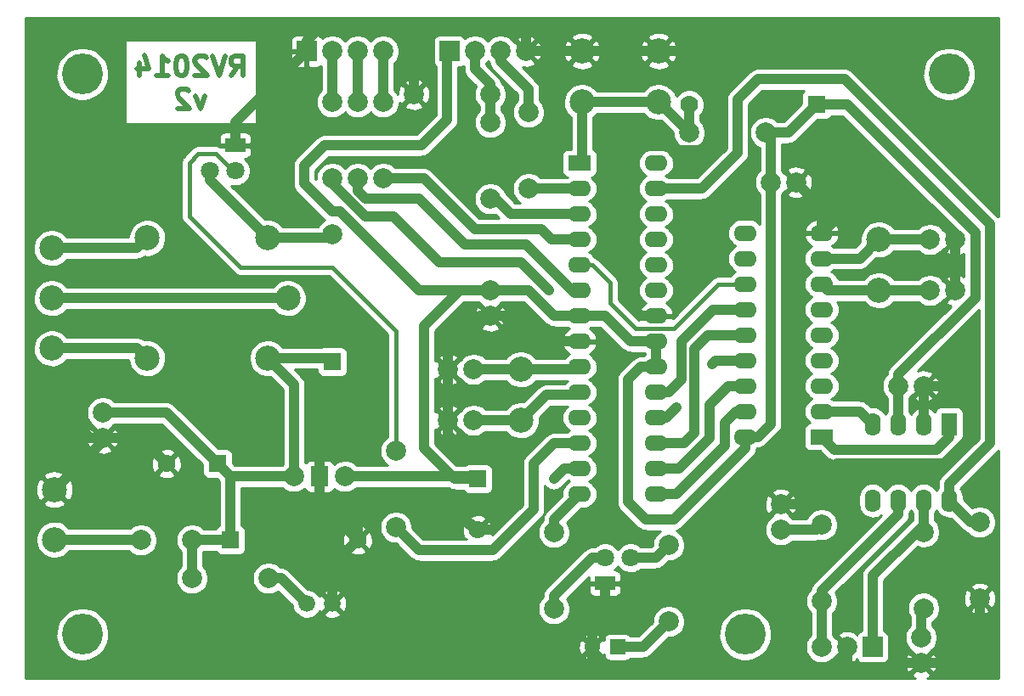
<source format=gbl>
G04 (created by PCBNEW (2013-may-18)-stable) date Mon 03 Feb 2014 04:38:25 PM EET*
%MOIN*%
G04 Gerber Fmt 3.4, Leading zero omitted, Abs format*
%FSLAX34Y34*%
G01*
G70*
G90*
G04 APERTURE LIST*
%ADD10C,0.00590551*%
%ADD11C,0.019685*%
%ADD12C,0.16*%
%ADD13R,0.0787402X0.0787402*%
%ADD14C,0.0787402*%
%ADD15R,0.07X0.0787402*%
%ADD16C,0.0984252*%
%ADD17R,0.062X0.09*%
%ADD18O,0.062X0.09*%
%ADD19O,0.09X0.062*%
%ADD20R,0.09X0.062*%
%ADD21C,0.07*%
%ADD22R,0.07X0.07*%
%ADD23R,0.06X0.06*%
%ADD24C,0.06*%
%ADD25C,0.066*%
%ADD26R,0.0787402X0.0551181*%
%ADD27C,0.0708661*%
%ADD28C,0.035*%
%ADD29C,0.0393701*%
%ADD30C,0.015748*%
%ADD31C,0.01*%
G04 APERTURE END LIST*
G54D10*
G54D11*
X8343Y-2568D02*
X8606Y-2193D01*
X8793Y-2568D02*
X8793Y-1781D01*
X8493Y-1781D01*
X8418Y-1818D01*
X8381Y-1856D01*
X8343Y-1931D01*
X8343Y-2043D01*
X8381Y-2118D01*
X8418Y-2156D01*
X8493Y-2193D01*
X8793Y-2193D01*
X8118Y-1781D02*
X7856Y-2568D01*
X7593Y-1781D01*
X7368Y-1856D02*
X7331Y-1818D01*
X7256Y-1781D01*
X7068Y-1781D01*
X6993Y-1818D01*
X6956Y-1856D01*
X6918Y-1931D01*
X6918Y-2006D01*
X6956Y-2118D01*
X7406Y-2568D01*
X6918Y-2568D01*
X6431Y-1781D02*
X6356Y-1781D01*
X6281Y-1818D01*
X6243Y-1856D01*
X6206Y-1931D01*
X6168Y-2081D01*
X6168Y-2268D01*
X6206Y-2418D01*
X6243Y-2493D01*
X6281Y-2531D01*
X6356Y-2568D01*
X6431Y-2568D01*
X6506Y-2531D01*
X6543Y-2493D01*
X6581Y-2418D01*
X6618Y-2268D01*
X6618Y-2081D01*
X6581Y-1931D01*
X6543Y-1856D01*
X6506Y-1818D01*
X6431Y-1781D01*
X5418Y-2568D02*
X5868Y-2568D01*
X5643Y-2568D02*
X5643Y-1781D01*
X5718Y-1893D01*
X5793Y-1968D01*
X5868Y-2006D01*
X4744Y-2043D02*
X4744Y-2568D01*
X4931Y-1743D02*
X5118Y-2306D01*
X4631Y-2306D01*
X7312Y-3342D02*
X7124Y-3867D01*
X6937Y-3342D01*
X6675Y-3155D02*
X6637Y-3118D01*
X6562Y-3080D01*
X6375Y-3080D01*
X6300Y-3118D01*
X6262Y-3155D01*
X6225Y-3230D01*
X6225Y-3305D01*
X6262Y-3417D01*
X6712Y-3867D01*
X6225Y-3867D01*
G54D12*
X2500Y-2500D03*
G54D13*
X33500Y-25000D03*
G54D14*
X32500Y-25000D03*
X31500Y-25000D03*
X4800Y-20800D03*
X6800Y-20800D03*
X10800Y-18300D03*
G54D15*
X11800Y-18300D03*
G54D14*
X12800Y-18300D03*
G54D16*
X25100Y-1600D03*
X25100Y-3600D03*
X22100Y-1600D03*
X22100Y-3600D03*
X1406Y-18815D03*
X1406Y-20784D03*
X10555Y-11300D03*
X9768Y-13662D03*
X9768Y-8937D03*
X5044Y-8937D03*
X5044Y-13662D03*
G54D17*
X36500Y-16250D03*
G54D18*
X35500Y-16250D03*
X34500Y-16250D03*
X33500Y-16250D03*
X33500Y-19250D03*
X34500Y-19250D03*
X35500Y-19250D03*
X36500Y-19250D03*
G54D19*
X22000Y-7000D03*
X22000Y-8000D03*
X22000Y-9000D03*
X22000Y-10000D03*
X22000Y-11000D03*
X22000Y-12000D03*
X22000Y-13000D03*
X22000Y-14000D03*
X22000Y-15000D03*
X22000Y-16000D03*
X22000Y-17000D03*
X22000Y-18000D03*
X22000Y-19000D03*
G54D20*
X22000Y-6000D03*
G54D19*
X25000Y-19000D03*
X25000Y-18000D03*
X25000Y-17000D03*
X25000Y-16000D03*
X25000Y-15000D03*
X25000Y-14000D03*
X25000Y-13000D03*
X25000Y-12000D03*
X25000Y-11000D03*
X25000Y-10000D03*
X25000Y-9000D03*
X25000Y-8000D03*
X25000Y-7000D03*
X25000Y-6000D03*
G54D20*
X31500Y-16750D03*
G54D19*
X31500Y-15750D03*
X31500Y-14750D03*
X31500Y-13750D03*
X31500Y-12750D03*
X31500Y-11750D03*
X31500Y-10750D03*
X31500Y-9750D03*
X31500Y-8750D03*
X28500Y-8750D03*
X28500Y-9750D03*
X28500Y-10750D03*
X28500Y-11750D03*
X28500Y-12750D03*
X28500Y-13750D03*
X28500Y-14750D03*
X28500Y-15750D03*
X28500Y-16750D03*
G54D21*
X13300Y-20800D03*
G54D22*
X8300Y-20800D03*
G54D14*
X12300Y-8800D03*
G54D22*
X12300Y-13800D03*
G54D21*
X26300Y-3700D03*
G54D22*
X31300Y-3700D03*
X18000Y-18400D03*
G54D21*
X18000Y-20400D03*
G54D22*
X7800Y-17800D03*
G54D21*
X5800Y-17800D03*
G54D16*
X1300Y-9331D03*
X1300Y-11300D03*
X1300Y-13268D03*
G54D23*
X23500Y-25000D03*
G54D24*
X22500Y-25000D03*
G54D16*
X19700Y-14100D03*
X19700Y-16100D03*
X33750Y-9000D03*
X33750Y-11000D03*
G54D14*
X17850Y-14100D03*
X16850Y-14100D03*
X36750Y-9000D03*
X35750Y-9000D03*
X36750Y-11000D03*
X35750Y-11000D03*
X17850Y-16100D03*
X16850Y-16100D03*
X18500Y-11000D03*
X18500Y-12000D03*
X30500Y-6750D03*
X29500Y-6750D03*
X3300Y-15800D03*
X3300Y-16800D03*
X35400Y-24625D03*
X35400Y-25625D03*
X29900Y-20400D03*
X29900Y-19400D03*
X34500Y-14750D03*
X35500Y-14750D03*
X14800Y-20300D03*
X14800Y-17300D03*
X25500Y-21000D03*
X25500Y-24000D03*
X21000Y-20500D03*
X21000Y-23500D03*
X15500Y-3300D03*
X18500Y-3300D03*
X18500Y-4400D03*
X18500Y-7400D03*
X20000Y-7000D03*
X20000Y-4000D03*
X14300Y-3600D03*
X14300Y-6600D03*
X13300Y-3600D03*
X13300Y-6600D03*
X12300Y-3600D03*
X12300Y-6600D03*
X6800Y-22300D03*
X9800Y-22300D03*
X29300Y-4800D03*
X26300Y-4800D03*
X37700Y-20100D03*
X37700Y-23100D03*
X35500Y-20475D03*
X35500Y-23475D03*
X31500Y-23200D03*
X31500Y-20200D03*
G54D25*
X11300Y-23300D03*
X12300Y-23300D03*
G54D26*
X8500Y-5300D03*
G54D27*
X8500Y-6300D03*
X7500Y-6300D03*
G54D26*
X23000Y-22500D03*
G54D27*
X23000Y-21500D03*
X24000Y-21500D03*
G54D13*
X16900Y-1600D03*
G54D14*
X17900Y-1600D03*
X18900Y-1600D03*
X19900Y-1600D03*
G54D13*
X11300Y-1600D03*
G54D14*
X12300Y-1600D03*
X13300Y-1600D03*
X14300Y-1600D03*
G54D12*
X28500Y-24500D03*
X2500Y-24500D03*
X36500Y-2500D03*
G54D28*
X20800Y-11000D03*
X21000Y-18400D03*
X27200Y-13900D03*
X25800Y-15600D03*
G54D29*
X8300Y-20800D02*
X8300Y-18300D01*
X8300Y-18300D02*
X7800Y-17800D01*
X6800Y-20800D02*
X8300Y-20800D01*
X6800Y-20800D02*
X6800Y-22300D01*
X3300Y-15800D02*
X5800Y-15800D01*
X5800Y-15800D02*
X7800Y-17800D01*
X10800Y-18300D02*
X10800Y-14693D01*
X10800Y-14693D02*
X9768Y-13662D01*
X10800Y-18300D02*
X8300Y-18300D01*
X8300Y-18300D02*
X7800Y-17800D01*
X9768Y-13662D02*
X12162Y-13662D01*
X12162Y-13662D02*
X12300Y-13800D01*
X34500Y-14750D02*
X34500Y-14300D01*
X32500Y-3700D02*
X31300Y-3700D01*
X37525Y-8725D02*
X32500Y-3700D01*
X37525Y-11275D02*
X37525Y-8725D01*
X34500Y-14300D02*
X37525Y-11275D01*
X29300Y-4800D02*
X30200Y-4800D01*
X30200Y-4800D02*
X31300Y-3700D01*
X29500Y-6750D02*
X29500Y-5000D01*
X29500Y-5000D02*
X29300Y-4800D01*
X28500Y-16750D02*
X28500Y-17200D01*
X24400Y-14000D02*
X25000Y-14000D01*
X23900Y-14500D02*
X24400Y-14000D01*
X23900Y-19300D02*
X23900Y-14500D01*
X24600Y-20000D02*
X23900Y-19300D01*
X25700Y-20000D02*
X24600Y-20000D01*
X28500Y-17200D02*
X25700Y-20000D01*
X16900Y-1600D02*
X16800Y-1600D01*
X15700Y-11000D02*
X18500Y-11000D01*
X12600Y-7900D02*
X15700Y-11000D01*
X12300Y-7900D02*
X12600Y-7900D01*
X11200Y-6800D02*
X12300Y-7900D01*
X11200Y-6100D02*
X11200Y-6800D01*
X12000Y-5300D02*
X11200Y-6100D01*
X15800Y-5300D02*
X12000Y-5300D01*
X16800Y-4300D02*
X15800Y-5300D01*
X16800Y-1600D02*
X16800Y-4300D01*
X16800Y-1600D02*
X16800Y-1600D01*
X18000Y-18400D02*
X17100Y-18400D01*
X17300Y-11000D02*
X18500Y-11000D01*
X15900Y-12400D02*
X17300Y-11000D01*
X15900Y-17200D02*
X15900Y-12400D01*
X17100Y-18400D02*
X15900Y-17200D01*
X17600Y-18300D02*
X17900Y-18300D01*
X17900Y-18300D02*
X18000Y-18400D01*
X34500Y-14750D02*
X34500Y-16250D01*
X29500Y-6750D02*
X29500Y-16250D01*
X29000Y-16750D02*
X28500Y-16750D01*
X29500Y-16250D02*
X29000Y-16750D01*
X22000Y-12000D02*
X21000Y-12000D01*
X20000Y-11000D02*
X18500Y-11000D01*
X21000Y-12000D02*
X20000Y-11000D01*
X25000Y-13000D02*
X24000Y-13000D01*
X23000Y-12000D02*
X22000Y-12000D01*
X24000Y-13000D02*
X23000Y-12000D01*
X25000Y-13000D02*
X25000Y-14000D01*
X17800Y-18300D02*
X17600Y-18300D01*
X17600Y-18300D02*
X12800Y-18300D01*
X31500Y-15750D02*
X33000Y-15750D01*
X33000Y-15750D02*
X33500Y-16250D01*
X36500Y-16250D02*
X36500Y-16750D01*
X32000Y-17250D02*
X31500Y-16750D01*
X36000Y-17250D02*
X32000Y-17250D01*
X36500Y-16750D02*
X36000Y-17250D01*
X22000Y-18000D02*
X21400Y-18000D01*
X12300Y-6800D02*
X12300Y-6600D01*
X13600Y-8100D02*
X12300Y-6800D01*
X14700Y-8100D02*
X13600Y-8100D01*
X16500Y-9900D02*
X14700Y-8100D01*
X19700Y-9900D02*
X16500Y-9900D01*
X20800Y-11000D02*
X19700Y-9900D01*
X21400Y-18000D02*
X21000Y-18400D01*
X22000Y-9000D02*
X20900Y-9000D01*
X15900Y-6600D02*
X14300Y-6600D01*
X17900Y-8600D02*
X15900Y-6600D01*
X20500Y-8600D02*
X17900Y-8600D01*
X20900Y-9000D02*
X20500Y-8600D01*
X22000Y-11000D02*
X21700Y-11000D01*
X13300Y-7100D02*
X13300Y-6600D01*
X13600Y-7400D02*
X13300Y-7100D01*
X15700Y-7400D02*
X13600Y-7400D01*
X17500Y-9200D02*
X15700Y-7400D01*
X19900Y-9200D02*
X17500Y-9200D01*
X21700Y-11000D02*
X19900Y-9200D01*
X22000Y-17000D02*
X21000Y-17000D01*
X15700Y-21200D02*
X14800Y-20300D01*
X18600Y-21200D02*
X15700Y-21200D01*
X20200Y-19600D02*
X18600Y-21200D01*
X20200Y-17800D02*
X20200Y-19600D01*
X21000Y-17000D02*
X20200Y-17800D01*
X26300Y-4800D02*
X26300Y-3700D01*
X25100Y-3600D02*
X26300Y-4800D01*
X22100Y-3600D02*
X25100Y-3600D01*
X22100Y-3600D02*
X22100Y-5900D01*
X22100Y-5900D02*
X22000Y-6000D01*
X21000Y-20500D02*
X21000Y-20000D01*
X21000Y-20000D02*
X22000Y-19000D01*
X22000Y-7000D02*
X20000Y-7000D01*
X18500Y-7400D02*
X18700Y-7400D01*
X19300Y-8000D02*
X22000Y-8000D01*
X18700Y-7400D02*
X19300Y-8000D01*
X28500Y-14750D02*
X27850Y-14750D01*
X25900Y-18000D02*
X25000Y-18000D01*
X27100Y-16800D02*
X25900Y-18000D01*
X27100Y-15500D02*
X27100Y-16800D01*
X27850Y-14750D02*
X27100Y-15500D01*
X28500Y-15750D02*
X28150Y-15750D01*
X25800Y-19000D02*
X25000Y-19000D01*
X27700Y-17100D02*
X25800Y-19000D01*
X27700Y-16200D02*
X27700Y-17100D01*
X28150Y-15750D02*
X27700Y-16200D01*
X37700Y-20100D02*
X37350Y-20100D01*
X37350Y-20100D02*
X36500Y-19250D01*
X36500Y-19250D02*
X36500Y-18600D01*
X26800Y-7000D02*
X25000Y-7000D01*
X28200Y-5600D02*
X26800Y-7000D01*
X28200Y-3500D02*
X28200Y-5600D01*
X29000Y-2700D02*
X28200Y-3500D01*
X32400Y-2700D02*
X29000Y-2700D01*
X38100Y-8400D02*
X32400Y-2700D01*
X38100Y-17000D02*
X38100Y-8400D01*
X36500Y-18600D02*
X38100Y-17000D01*
G54D30*
X28500Y-10750D02*
X27450Y-10750D01*
X22500Y-10000D02*
X22000Y-10000D01*
X23200Y-10700D02*
X22500Y-10000D01*
X23200Y-11500D02*
X23200Y-10700D01*
X24200Y-12500D02*
X23200Y-11500D01*
X25700Y-12500D02*
X24200Y-12500D01*
X27450Y-10750D02*
X25700Y-12500D01*
G54D29*
X8500Y-5300D02*
X8500Y-4400D01*
X8500Y-4400D02*
X11300Y-1600D01*
X32500Y-25000D02*
X32500Y-25350D01*
X22500Y-25425D02*
X22500Y-25000D01*
X22950Y-25875D02*
X22500Y-25425D01*
X31975Y-25875D02*
X22950Y-25875D01*
X32500Y-25350D02*
X31975Y-25875D01*
X37700Y-23100D02*
X37700Y-23950D01*
X36025Y-25625D02*
X35400Y-25625D01*
X37700Y-23950D02*
X36025Y-25625D01*
X35400Y-25625D02*
X34550Y-25625D01*
X32500Y-25625D02*
X32500Y-25000D01*
X32750Y-25875D02*
X32500Y-25625D01*
X34300Y-25875D02*
X32750Y-25875D01*
X34550Y-25625D02*
X34300Y-25875D01*
X29900Y-19400D02*
X30500Y-19400D01*
X36650Y-14750D02*
X35500Y-14750D01*
X37300Y-15400D02*
X36650Y-14750D01*
X37300Y-16800D02*
X37300Y-15400D01*
X36300Y-17800D02*
X37300Y-16800D01*
X32100Y-17800D02*
X36300Y-17800D01*
X30500Y-19400D02*
X32100Y-17800D01*
X15500Y-3300D02*
X15500Y-1100D01*
X15500Y-1100D02*
X15900Y-700D01*
X23000Y-22500D02*
X23000Y-23500D01*
X23000Y-23500D02*
X22500Y-24000D01*
X22500Y-24000D02*
X22500Y-25000D01*
X25100Y-1600D02*
X26100Y-1600D01*
X24400Y-12000D02*
X25000Y-12000D01*
X24000Y-11600D02*
X24400Y-12000D01*
X24000Y-5500D02*
X24000Y-11600D01*
X24400Y-5100D02*
X24000Y-5500D01*
X25400Y-5100D02*
X24400Y-5100D01*
X25800Y-5500D02*
X25400Y-5100D01*
X27000Y-5500D02*
X25800Y-5500D01*
X27500Y-5000D02*
X27000Y-5500D01*
X27500Y-3000D02*
X27500Y-5000D01*
X26100Y-1600D02*
X27500Y-3000D01*
X22100Y-1600D02*
X25100Y-1600D01*
X19900Y-1600D02*
X22100Y-1600D01*
X19900Y-1600D02*
X19900Y-900D01*
X11300Y-1200D02*
X11300Y-1600D01*
X11800Y-700D02*
X11300Y-1200D01*
X19700Y-700D02*
X15900Y-700D01*
X15900Y-700D02*
X11800Y-700D01*
X19900Y-900D02*
X19700Y-700D01*
X18500Y-12000D02*
X18100Y-12000D01*
X16850Y-13250D02*
X16850Y-14100D01*
X18100Y-12000D02*
X16850Y-13250D01*
X18000Y-20400D02*
X18600Y-20400D01*
X16850Y-16650D02*
X16850Y-16100D01*
X17200Y-17000D02*
X16850Y-16650D01*
X18400Y-17000D02*
X17200Y-17000D01*
X19600Y-18200D02*
X18400Y-17000D01*
X19600Y-19400D02*
X19600Y-18200D01*
X18600Y-20400D02*
X19600Y-19400D01*
X17650Y-20150D02*
X17750Y-20150D01*
X17750Y-20150D02*
X18000Y-20400D01*
X35500Y-14750D02*
X35500Y-16250D01*
X36750Y-9000D02*
X36750Y-8750D01*
X32500Y-7750D02*
X31500Y-8750D01*
X35750Y-7750D02*
X32500Y-7750D01*
X36750Y-8750D02*
X35750Y-7750D01*
X36750Y-9000D02*
X36750Y-11000D01*
X31500Y-8750D02*
X31500Y-7750D01*
X31500Y-7750D02*
X30500Y-6750D01*
X13300Y-20800D02*
X13300Y-19800D01*
X13300Y-19800D02*
X13800Y-19300D01*
X13800Y-19300D02*
X16800Y-19300D01*
X16800Y-19300D02*
X17650Y-20150D01*
X17650Y-20150D02*
X17800Y-20300D01*
X18500Y-12000D02*
X19000Y-12000D01*
X20000Y-13000D02*
X22000Y-13000D01*
X19000Y-12000D02*
X20000Y-13000D01*
X16850Y-16100D02*
X16850Y-14100D01*
X3300Y-16800D02*
X2800Y-16800D01*
X11800Y-16800D02*
X11800Y-18300D01*
X13800Y-14800D02*
X11800Y-16800D01*
X13800Y-13300D02*
X13800Y-14800D01*
X12800Y-12300D02*
X13800Y-13300D01*
X8800Y-12300D02*
X12800Y-12300D01*
X6300Y-14800D02*
X8800Y-12300D01*
X2800Y-14800D02*
X6300Y-14800D01*
X2300Y-15300D02*
X2800Y-14800D01*
X2300Y-16300D02*
X2300Y-15300D01*
X2800Y-16800D02*
X2300Y-16300D01*
X13300Y-20800D02*
X11800Y-19300D01*
X11800Y-19300D02*
X11800Y-18300D01*
X12300Y-23300D02*
X12300Y-21800D01*
X12300Y-21800D02*
X13300Y-20800D01*
X3300Y-16800D02*
X3300Y-16922D01*
X3300Y-16922D02*
X1406Y-18815D01*
X3300Y-16800D02*
X4800Y-16800D01*
X4800Y-16800D02*
X5800Y-17800D01*
X25000Y-16000D02*
X25400Y-16000D01*
X27350Y-13750D02*
X28500Y-13750D01*
X27200Y-13900D02*
X27350Y-13750D01*
X25400Y-16000D02*
X25800Y-15600D01*
X28500Y-12750D02*
X27050Y-12750D01*
X26100Y-17000D02*
X25000Y-17000D01*
X26500Y-16600D02*
X26100Y-17000D01*
X26500Y-13300D02*
X26500Y-16600D01*
X27050Y-12750D02*
X26500Y-13300D01*
X1300Y-11300D02*
X10555Y-11300D01*
X23500Y-25000D02*
X24500Y-25000D01*
X24500Y-25000D02*
X25500Y-24000D01*
G54D30*
X8500Y-6300D02*
X8400Y-6300D01*
X14800Y-12600D02*
X14800Y-17300D01*
X12300Y-10100D02*
X14800Y-12600D01*
X8700Y-10100D02*
X12300Y-10100D01*
X6700Y-8100D02*
X8700Y-10100D01*
X6700Y-5975D02*
X6700Y-8100D01*
X7050Y-5625D02*
X6700Y-5975D01*
X7725Y-5625D02*
X7050Y-5625D01*
X8400Y-6300D02*
X7725Y-5625D01*
G54D29*
X18500Y-3300D02*
X18500Y-2900D01*
X17900Y-2100D02*
X17900Y-1600D01*
X17900Y-2300D02*
X17900Y-2100D01*
X18500Y-2900D02*
X17900Y-2300D01*
X18500Y-3300D02*
X18500Y-4400D01*
X20000Y-4000D02*
X20000Y-3100D01*
X18900Y-2000D02*
X18900Y-1600D01*
X20000Y-3100D02*
X18900Y-2000D01*
X7500Y-6300D02*
X7500Y-6669D01*
X7500Y-6669D02*
X9768Y-8937D01*
X9768Y-8937D02*
X12162Y-8937D01*
X12162Y-8937D02*
X12300Y-8800D01*
X14300Y-1600D02*
X14300Y-3600D01*
X1300Y-13268D02*
X4650Y-13268D01*
X4650Y-13268D02*
X5044Y-13662D01*
X12300Y-1600D02*
X12300Y-3600D01*
X13300Y-1600D02*
X13300Y-3600D01*
X21000Y-23500D02*
X21000Y-23000D01*
X22500Y-21500D02*
X23000Y-21500D01*
X21000Y-23000D02*
X22500Y-21500D01*
X24000Y-21500D02*
X25000Y-21500D01*
X25000Y-21500D02*
X25500Y-21000D01*
X17850Y-14100D02*
X19700Y-14100D01*
X19700Y-14100D02*
X21900Y-14100D01*
X21900Y-14100D02*
X22000Y-14000D01*
X1300Y-9331D02*
X4650Y-9331D01*
X4650Y-9331D02*
X5044Y-8937D01*
X17850Y-16100D02*
X19700Y-16100D01*
X19700Y-16100D02*
X20700Y-15100D01*
X21900Y-15100D02*
X22000Y-15000D01*
X20700Y-15100D02*
X21900Y-15100D01*
X29900Y-20400D02*
X31300Y-20400D01*
X31300Y-20400D02*
X31500Y-20200D01*
X1406Y-20784D02*
X4784Y-20784D01*
X4784Y-20784D02*
X4800Y-20800D01*
X35400Y-24625D02*
X35400Y-23575D01*
X35400Y-23575D02*
X35500Y-23475D01*
X35500Y-20475D02*
X35500Y-19250D01*
X33500Y-25000D02*
X33500Y-22200D01*
X35225Y-20475D02*
X35500Y-20475D01*
X33500Y-22200D02*
X35225Y-20475D01*
X31500Y-23200D02*
X31500Y-22800D01*
X34500Y-19800D02*
X34500Y-19250D01*
X31500Y-22800D02*
X34500Y-19800D01*
X31500Y-25000D02*
X31500Y-23200D01*
X31500Y-9750D02*
X33000Y-9750D01*
X33000Y-9750D02*
X33750Y-9000D01*
X35750Y-9000D02*
X33750Y-9000D01*
X33750Y-11000D02*
X31750Y-11000D01*
X31750Y-11000D02*
X31500Y-10750D01*
X35750Y-11000D02*
X33750Y-11000D01*
X9800Y-22300D02*
X10300Y-22300D01*
X10300Y-22300D02*
X11300Y-23300D01*
X28500Y-11750D02*
X27250Y-11750D01*
X25500Y-15000D02*
X25000Y-15000D01*
X26000Y-14500D02*
X25500Y-15000D01*
X26000Y-13000D02*
X26000Y-14500D01*
X27250Y-11750D02*
X26000Y-13000D01*
G54D31*
X276Y-276D02*
X38423Y-276D01*
X276Y-356D02*
X38423Y-356D01*
X276Y-436D02*
X38423Y-436D01*
X276Y-516D02*
X38423Y-516D01*
X276Y-596D02*
X38423Y-596D01*
X276Y-676D02*
X38423Y-676D01*
X276Y-756D02*
X38423Y-756D01*
X276Y-836D02*
X38423Y-836D01*
X276Y-916D02*
X21803Y-916D01*
X22392Y-916D02*
X24803Y-916D01*
X25392Y-916D02*
X38423Y-916D01*
X276Y-996D02*
X10770Y-996D01*
X11227Y-996D02*
X11372Y-996D01*
X11829Y-996D02*
X12084Y-996D01*
X12517Y-996D02*
X13084Y-996D01*
X13517Y-996D02*
X14084Y-996D01*
X14517Y-996D02*
X16376Y-996D01*
X17423Y-996D02*
X17684Y-996D01*
X18117Y-996D02*
X18684Y-996D01*
X19117Y-996D02*
X19675Y-996D01*
X20130Y-996D02*
X21691Y-996D01*
X22508Y-996D02*
X24691Y-996D01*
X25508Y-996D02*
X38423Y-996D01*
X276Y-1076D02*
X10692Y-1076D01*
X11250Y-1076D02*
X11350Y-1076D01*
X11907Y-1076D02*
X11930Y-1076D01*
X12669Y-1076D02*
X12930Y-1076D01*
X13669Y-1076D02*
X13930Y-1076D01*
X14669Y-1076D02*
X16296Y-1076D01*
X17503Y-1076D02*
X17530Y-1076D01*
X18269Y-1076D02*
X18530Y-1076D01*
X19269Y-1076D02*
X19551Y-1076D01*
X20248Y-1076D02*
X21656Y-1076D01*
X22543Y-1076D02*
X24656Y-1076D01*
X25543Y-1076D02*
X38423Y-1076D01*
X276Y-1156D02*
X10661Y-1156D01*
X11250Y-1156D02*
X11350Y-1156D01*
X12762Y-1156D02*
X12837Y-1156D01*
X13762Y-1156D02*
X13837Y-1156D01*
X14762Y-1156D02*
X16264Y-1156D01*
X18362Y-1156D02*
X18437Y-1156D01*
X19362Y-1156D02*
X19527Y-1156D01*
X20272Y-1156D02*
X20276Y-1156D01*
X20276Y-1156D02*
X21576Y-1156D01*
X21585Y-1156D02*
X21727Y-1156D01*
X22472Y-1156D02*
X22546Y-1156D01*
X22546Y-1156D02*
X22614Y-1156D01*
X22623Y-1156D02*
X24576Y-1156D01*
X24585Y-1156D02*
X24727Y-1156D01*
X25472Y-1156D02*
X25546Y-1156D01*
X25546Y-1156D02*
X25614Y-1156D01*
X25623Y-1156D02*
X38423Y-1156D01*
X276Y-1236D02*
X4173Y-1236D01*
X9326Y-1236D02*
X10656Y-1236D01*
X11250Y-1236D02*
X11350Y-1236D01*
X14827Y-1236D02*
X16259Y-1236D01*
X19465Y-1236D02*
X19607Y-1236D01*
X20192Y-1236D02*
X20276Y-1236D01*
X20276Y-1236D02*
X20334Y-1236D01*
X20382Y-1236D02*
X21452Y-1236D01*
X21665Y-1236D02*
X21807Y-1236D01*
X22392Y-1236D02*
X22534Y-1236D01*
X22749Y-1236D02*
X24452Y-1236D01*
X24665Y-1236D02*
X24807Y-1236D01*
X25392Y-1236D02*
X25534Y-1236D01*
X25749Y-1236D02*
X38423Y-1236D01*
X276Y-1316D02*
X4173Y-1316D01*
X9326Y-1316D02*
X10656Y-1316D01*
X11250Y-1316D02*
X11350Y-1316D01*
X14875Y-1316D02*
X16259Y-1316D01*
X19545Y-1316D02*
X19687Y-1316D01*
X20112Y-1316D02*
X20254Y-1316D01*
X20480Y-1316D02*
X21412Y-1316D01*
X21745Y-1316D02*
X21887Y-1316D01*
X22312Y-1316D02*
X22454Y-1316D01*
X22787Y-1316D02*
X24412Y-1316D01*
X24745Y-1316D02*
X24887Y-1316D01*
X25312Y-1316D02*
X25454Y-1316D01*
X25787Y-1316D02*
X38423Y-1316D01*
X276Y-1396D02*
X4173Y-1396D01*
X9326Y-1396D02*
X10656Y-1396D01*
X11250Y-1396D02*
X11350Y-1396D01*
X14908Y-1396D02*
X16259Y-1396D01*
X19625Y-1396D02*
X19767Y-1396D01*
X20032Y-1396D02*
X20174Y-1396D01*
X20510Y-1396D02*
X21386Y-1396D01*
X21825Y-1396D02*
X21967Y-1396D01*
X22232Y-1396D02*
X22374Y-1396D01*
X22814Y-1396D02*
X24386Y-1396D01*
X24825Y-1396D02*
X24967Y-1396D01*
X25232Y-1396D02*
X25374Y-1396D01*
X25814Y-1396D02*
X38423Y-1396D01*
X276Y-1476D02*
X2279Y-1476D01*
X2719Y-1476D02*
X4173Y-1476D01*
X9326Y-1476D02*
X10656Y-1476D01*
X11250Y-1476D02*
X11350Y-1476D01*
X14928Y-1476D02*
X16259Y-1476D01*
X19705Y-1476D02*
X19847Y-1476D01*
X19952Y-1476D02*
X20094Y-1476D01*
X20532Y-1476D02*
X21364Y-1476D01*
X21905Y-1476D02*
X22047Y-1476D01*
X22152Y-1476D02*
X22294Y-1476D01*
X22832Y-1476D02*
X24364Y-1476D01*
X24905Y-1476D02*
X25047Y-1476D01*
X25152Y-1476D02*
X25294Y-1476D01*
X25832Y-1476D02*
X36279Y-1476D01*
X36719Y-1476D02*
X38423Y-1476D01*
X276Y-1556D02*
X2040Y-1556D01*
X2956Y-1556D02*
X4173Y-1556D01*
X9326Y-1556D02*
X11250Y-1556D01*
X11250Y-1556D02*
X11357Y-1556D01*
X14940Y-1556D02*
X16259Y-1556D01*
X19785Y-1556D02*
X20014Y-1556D01*
X20543Y-1556D02*
X21359Y-1556D01*
X21985Y-1556D02*
X22214Y-1556D01*
X22842Y-1556D02*
X24359Y-1556D01*
X24985Y-1556D02*
X25214Y-1556D01*
X25842Y-1556D02*
X36040Y-1556D01*
X36956Y-1556D02*
X38423Y-1556D01*
X276Y-1636D02*
X1907Y-1636D01*
X3091Y-1636D02*
X4173Y-1636D01*
X9326Y-1636D02*
X11250Y-1636D01*
X11250Y-1636D02*
X11357Y-1636D01*
X14939Y-1636D02*
X16259Y-1636D01*
X19854Y-1636D02*
X20007Y-1636D01*
X20542Y-1636D02*
X20546Y-1636D01*
X20546Y-1636D02*
X21356Y-1636D01*
X21992Y-1636D02*
X22029Y-1636D01*
X22029Y-1636D02*
X22207Y-1636D01*
X22841Y-1636D02*
X22845Y-1636D01*
X22845Y-1636D02*
X24356Y-1636D01*
X24992Y-1636D02*
X25029Y-1636D01*
X25029Y-1636D02*
X25207Y-1636D01*
X25841Y-1636D02*
X25845Y-1636D01*
X25845Y-1636D02*
X35907Y-1636D01*
X37091Y-1636D02*
X38423Y-1636D01*
X276Y-1716D02*
X1803Y-1716D01*
X3197Y-1716D02*
X4173Y-1716D01*
X9326Y-1716D02*
X10656Y-1716D01*
X11250Y-1716D02*
X11350Y-1716D01*
X14930Y-1716D02*
X16259Y-1716D01*
X19945Y-1716D02*
X20087Y-1716D01*
X20535Y-1716D02*
X20546Y-1716D01*
X20546Y-1716D02*
X21366Y-1716D01*
X21912Y-1716D02*
X22029Y-1716D01*
X22029Y-1716D02*
X22054Y-1716D01*
X22145Y-1716D02*
X22287Y-1716D01*
X22835Y-1716D02*
X22845Y-1716D01*
X22845Y-1716D02*
X24366Y-1716D01*
X24912Y-1716D02*
X25029Y-1716D01*
X25029Y-1716D02*
X25054Y-1716D01*
X25145Y-1716D02*
X25287Y-1716D01*
X25835Y-1716D02*
X25845Y-1716D01*
X25845Y-1716D02*
X35803Y-1716D01*
X37197Y-1716D02*
X38423Y-1716D01*
X276Y-1796D02*
X1722Y-1796D01*
X3276Y-1796D02*
X4173Y-1796D01*
X9326Y-1796D02*
X10656Y-1796D01*
X11250Y-1796D02*
X11350Y-1796D01*
X14912Y-1796D02*
X16259Y-1796D01*
X20025Y-1796D02*
X20167Y-1796D01*
X20513Y-1796D02*
X20546Y-1796D01*
X20546Y-1796D02*
X21383Y-1796D01*
X21832Y-1796D02*
X21974Y-1796D01*
X22225Y-1796D02*
X22367Y-1796D01*
X22815Y-1796D02*
X22845Y-1796D01*
X22845Y-1796D02*
X24383Y-1796D01*
X24832Y-1796D02*
X24974Y-1796D01*
X25225Y-1796D02*
X25367Y-1796D01*
X25815Y-1796D02*
X25845Y-1796D01*
X25845Y-1796D02*
X35722Y-1796D01*
X37276Y-1796D02*
X38423Y-1796D01*
X276Y-1876D02*
X1658Y-1876D01*
X3342Y-1876D02*
X4173Y-1876D01*
X9326Y-1876D02*
X10656Y-1876D01*
X11250Y-1876D02*
X11350Y-1876D01*
X14878Y-1876D02*
X16259Y-1876D01*
X20105Y-1876D02*
X20247Y-1876D01*
X20481Y-1876D02*
X20546Y-1876D01*
X20546Y-1876D02*
X21409Y-1876D01*
X21752Y-1876D02*
X21894Y-1876D01*
X22305Y-1876D02*
X22447Y-1876D01*
X22791Y-1876D02*
X22845Y-1876D01*
X22845Y-1876D02*
X24409Y-1876D01*
X24752Y-1876D02*
X24894Y-1876D01*
X25305Y-1876D02*
X25447Y-1876D01*
X25791Y-1876D02*
X25845Y-1876D01*
X25845Y-1876D02*
X35658Y-1876D01*
X37342Y-1876D02*
X38423Y-1876D01*
X276Y-1956D02*
X1603Y-1956D01*
X3395Y-1956D02*
X4173Y-1956D01*
X9326Y-1956D02*
X10656Y-1956D01*
X11250Y-1956D02*
X11350Y-1956D01*
X14832Y-1956D02*
X16259Y-1956D01*
X20185Y-1956D02*
X20327Y-1956D01*
X20402Y-1956D02*
X20546Y-1956D01*
X20546Y-1956D02*
X21447Y-1956D01*
X21672Y-1956D02*
X21814Y-1956D01*
X22385Y-1956D02*
X22527Y-1956D01*
X22751Y-1956D02*
X22845Y-1956D01*
X22845Y-1956D02*
X24447Y-1956D01*
X24672Y-1956D02*
X24814Y-1956D01*
X25385Y-1956D02*
X25527Y-1956D01*
X25751Y-1956D02*
X25845Y-1956D01*
X25845Y-1956D02*
X35603Y-1956D01*
X37395Y-1956D02*
X38423Y-1956D01*
X276Y-2036D02*
X1559Y-2036D01*
X3441Y-2036D02*
X4173Y-2036D01*
X9326Y-2036D02*
X10659Y-2036D01*
X11250Y-2036D02*
X11350Y-2036D01*
X14770Y-2036D02*
X16263Y-2036D01*
X18370Y-2036D02*
X18430Y-2036D01*
X20265Y-2036D02*
X20546Y-2036D01*
X20546Y-2036D02*
X21559Y-2036D01*
X21592Y-2036D02*
X21734Y-2036D01*
X22465Y-2036D02*
X22607Y-2036D01*
X22640Y-2036D02*
X22845Y-2036D01*
X22845Y-2036D02*
X24559Y-2036D01*
X24592Y-2036D02*
X24734Y-2036D01*
X25465Y-2036D02*
X25607Y-2036D01*
X25640Y-2036D02*
X25845Y-2036D01*
X25845Y-2036D02*
X35559Y-2036D01*
X37441Y-2036D02*
X38423Y-2036D01*
X276Y-2116D02*
X1525Y-2116D01*
X3474Y-2116D02*
X4173Y-2116D01*
X9326Y-2116D02*
X10687Y-2116D01*
X11250Y-2116D02*
X11350Y-2116D01*
X14743Y-2116D02*
X16291Y-2116D01*
X18343Y-2116D02*
X18473Y-2116D01*
X20251Y-2116D02*
X20546Y-2116D01*
X20546Y-2116D02*
X21654Y-2116D01*
X22545Y-2116D02*
X22845Y-2116D01*
X22845Y-2116D02*
X24654Y-2116D01*
X25545Y-2116D02*
X25845Y-2116D01*
X25845Y-2116D02*
X35525Y-2116D01*
X37474Y-2116D02*
X38423Y-2116D01*
X276Y-2196D02*
X1494Y-2196D01*
X3507Y-2196D02*
X4173Y-2196D01*
X9326Y-2196D02*
X10759Y-2196D01*
X11234Y-2196D02*
X11250Y-2196D01*
X11250Y-2196D02*
X11365Y-2196D01*
X11840Y-2196D02*
X11856Y-2196D01*
X14743Y-2196D02*
X16356Y-2196D01*
X17434Y-2196D02*
X17456Y-2196D01*
X18423Y-2196D02*
X18504Y-2196D01*
X20145Y-2196D02*
X20546Y-2196D01*
X20546Y-2196D02*
X21687Y-2196D01*
X22512Y-2196D02*
X22546Y-2196D01*
X22546Y-2196D02*
X22845Y-2196D01*
X22845Y-2196D02*
X24687Y-2196D01*
X25512Y-2196D02*
X25546Y-2196D01*
X25546Y-2196D02*
X25845Y-2196D01*
X25845Y-2196D02*
X35494Y-2196D01*
X37507Y-2196D02*
X38423Y-2196D01*
X276Y-2276D02*
X1477Y-2276D01*
X3522Y-2276D02*
X4173Y-2276D01*
X9326Y-2276D02*
X11250Y-2276D01*
X11250Y-2276D02*
X11856Y-2276D01*
X14743Y-2276D02*
X16356Y-2276D01*
X17243Y-2276D02*
X17456Y-2276D01*
X18503Y-2276D02*
X18555Y-2276D01*
X19803Y-2276D02*
X20546Y-2276D01*
X20546Y-2276D02*
X21793Y-2276D01*
X22412Y-2276D02*
X22546Y-2276D01*
X22546Y-2276D02*
X22845Y-2276D01*
X22845Y-2276D02*
X24793Y-2276D01*
X25412Y-2276D02*
X25546Y-2276D01*
X25546Y-2276D02*
X25845Y-2276D01*
X25845Y-2276D02*
X28875Y-2276D01*
X32524Y-2276D02*
X35477Y-2276D01*
X37522Y-2276D02*
X38423Y-2276D01*
X276Y-2356D02*
X1460Y-2356D01*
X3538Y-2356D02*
X4173Y-2356D01*
X9326Y-2356D02*
X11250Y-2356D01*
X11250Y-2356D02*
X11856Y-2356D01*
X14743Y-2356D02*
X16356Y-2356D01*
X17243Y-2356D02*
X17461Y-2356D01*
X18583Y-2356D02*
X18628Y-2356D01*
X19883Y-2356D02*
X20546Y-2356D01*
X20546Y-2356D02*
X22546Y-2356D01*
X22546Y-2356D02*
X22845Y-2356D01*
X22845Y-2356D02*
X25546Y-2356D01*
X25546Y-2356D02*
X25845Y-2356D01*
X25845Y-2356D02*
X28722Y-2356D01*
X32677Y-2356D02*
X35460Y-2356D01*
X37538Y-2356D02*
X38423Y-2356D01*
X276Y-2436D02*
X1453Y-2436D01*
X3546Y-2436D02*
X3546Y-2436D01*
X3546Y-2436D02*
X4173Y-2436D01*
X9326Y-2436D02*
X11250Y-2436D01*
X11250Y-2436D02*
X11856Y-2436D01*
X14743Y-2436D02*
X16356Y-2436D01*
X17243Y-2436D02*
X17479Y-2436D01*
X18663Y-2436D02*
X18708Y-2436D01*
X19963Y-2436D02*
X20546Y-2436D01*
X20546Y-2436D02*
X22546Y-2436D01*
X22546Y-2436D02*
X22845Y-2436D01*
X22845Y-2436D02*
X25546Y-2436D01*
X25546Y-2436D02*
X25845Y-2436D01*
X25845Y-2436D02*
X28636Y-2436D01*
X32763Y-2436D02*
X35453Y-2436D01*
X37546Y-2436D02*
X37546Y-2436D01*
X37546Y-2436D02*
X38423Y-2436D01*
X276Y-2516D02*
X1452Y-2516D01*
X3545Y-2516D02*
X3546Y-2516D01*
X3546Y-2516D02*
X4173Y-2516D01*
X9326Y-2516D02*
X11250Y-2516D01*
X11250Y-2516D02*
X11856Y-2516D01*
X14743Y-2516D02*
X16356Y-2516D01*
X17243Y-2516D02*
X17514Y-2516D01*
X18743Y-2516D02*
X18788Y-2516D01*
X20043Y-2516D02*
X20546Y-2516D01*
X20546Y-2516D02*
X22546Y-2516D01*
X22546Y-2516D02*
X22845Y-2516D01*
X22845Y-2516D02*
X25546Y-2516D01*
X25546Y-2516D02*
X25845Y-2516D01*
X25845Y-2516D02*
X28556Y-2516D01*
X32843Y-2516D02*
X35452Y-2516D01*
X37545Y-2516D02*
X37546Y-2516D01*
X37546Y-2516D02*
X38423Y-2516D01*
X276Y-2596D02*
X1453Y-2596D01*
X3544Y-2596D02*
X3546Y-2596D01*
X3546Y-2596D02*
X4173Y-2596D01*
X9326Y-2596D02*
X11250Y-2596D01*
X11250Y-2596D02*
X11856Y-2596D01*
X14743Y-2596D02*
X16356Y-2596D01*
X17243Y-2596D02*
X17571Y-2596D01*
X18822Y-2596D02*
X18868Y-2596D01*
X20123Y-2596D02*
X20546Y-2596D01*
X20546Y-2596D02*
X22546Y-2596D01*
X22546Y-2596D02*
X22845Y-2596D01*
X22845Y-2596D02*
X25546Y-2596D01*
X25546Y-2596D02*
X25845Y-2596D01*
X25845Y-2596D02*
X28476Y-2596D01*
X32923Y-2596D02*
X35453Y-2596D01*
X37544Y-2596D02*
X37546Y-2596D01*
X37546Y-2596D02*
X38423Y-2596D01*
X276Y-2676D02*
X1467Y-2676D01*
X3533Y-2676D02*
X3546Y-2676D01*
X3546Y-2676D02*
X4173Y-2676D01*
X9326Y-2676D02*
X11250Y-2676D01*
X11250Y-2676D02*
X11856Y-2676D01*
X14743Y-2676D02*
X15334Y-2676D01*
X15659Y-2676D02*
X16356Y-2676D01*
X17243Y-2676D02*
X17648Y-2676D01*
X18881Y-2676D02*
X18948Y-2676D01*
X20203Y-2676D02*
X20546Y-2676D01*
X20546Y-2676D02*
X22546Y-2676D01*
X22546Y-2676D02*
X22845Y-2676D01*
X22845Y-2676D02*
X25546Y-2676D01*
X25546Y-2676D02*
X25845Y-2676D01*
X25845Y-2676D02*
X28396Y-2676D01*
X33003Y-2676D02*
X35467Y-2676D01*
X37533Y-2676D02*
X37546Y-2676D01*
X37546Y-2676D02*
X38423Y-2676D01*
X276Y-2756D02*
X1482Y-2756D01*
X3515Y-2756D02*
X3546Y-2756D01*
X3546Y-2756D02*
X4173Y-2756D01*
X9326Y-2756D02*
X11250Y-2756D01*
X11250Y-2756D02*
X11856Y-2756D01*
X14743Y-2756D02*
X15158Y-2756D01*
X15841Y-2756D02*
X16356Y-2756D01*
X17243Y-2756D02*
X17728Y-2756D01*
X18918Y-2756D02*
X19028Y-2756D01*
X20283Y-2756D02*
X20546Y-2756D01*
X20546Y-2756D02*
X22546Y-2756D01*
X22546Y-2756D02*
X22845Y-2756D01*
X22845Y-2756D02*
X25546Y-2756D01*
X25546Y-2756D02*
X25845Y-2756D01*
X25845Y-2756D02*
X28316Y-2756D01*
X33083Y-2756D02*
X35482Y-2756D01*
X37515Y-2756D02*
X37546Y-2756D01*
X37546Y-2756D02*
X38423Y-2756D01*
X276Y-2836D02*
X1507Y-2836D01*
X3496Y-2836D02*
X3546Y-2836D01*
X3546Y-2836D02*
X4173Y-2836D01*
X9326Y-2836D02*
X11250Y-2836D01*
X11250Y-2836D02*
X11856Y-2836D01*
X14743Y-2836D02*
X15129Y-2836D01*
X15870Y-2836D02*
X16356Y-2836D01*
X17243Y-2836D02*
X17808Y-2836D01*
X18942Y-2836D02*
X19108Y-2836D01*
X20354Y-2836D02*
X20546Y-2836D01*
X20546Y-2836D02*
X22546Y-2836D01*
X22546Y-2836D02*
X22845Y-2836D01*
X22845Y-2836D02*
X25546Y-2836D01*
X25546Y-2836D02*
X25845Y-2836D01*
X25845Y-2836D02*
X28236Y-2836D01*
X33163Y-2836D02*
X35507Y-2836D01*
X37496Y-2836D02*
X37546Y-2836D01*
X37546Y-2836D02*
X38423Y-2836D01*
X276Y-2916D02*
X1538Y-2916D01*
X3460Y-2916D02*
X3546Y-2916D01*
X3546Y-2916D02*
X4173Y-2916D01*
X9326Y-2916D02*
X11250Y-2916D01*
X11250Y-2916D02*
X11856Y-2916D01*
X14743Y-2916D02*
X15187Y-2916D01*
X15812Y-2916D02*
X15876Y-2916D01*
X15876Y-2916D02*
X16356Y-2916D01*
X17243Y-2916D02*
X17888Y-2916D01*
X19014Y-2916D02*
X19188Y-2916D01*
X20402Y-2916D02*
X20546Y-2916D01*
X20546Y-2916D02*
X21819Y-2916D01*
X22380Y-2916D02*
X22546Y-2916D01*
X22546Y-2916D02*
X22845Y-2916D01*
X22845Y-2916D02*
X24819Y-2916D01*
X25380Y-2916D02*
X25546Y-2916D01*
X25546Y-2916D02*
X25845Y-2916D01*
X25845Y-2916D02*
X28156Y-2916D01*
X33243Y-2916D02*
X35538Y-2916D01*
X37460Y-2916D02*
X37546Y-2916D01*
X37546Y-2916D02*
X38423Y-2916D01*
X276Y-2996D02*
X1574Y-2996D01*
X3424Y-2996D02*
X3546Y-2996D01*
X3546Y-2996D02*
X4173Y-2996D01*
X9326Y-2996D02*
X11250Y-2996D01*
X11250Y-2996D02*
X11856Y-2996D01*
X14743Y-2996D02*
X14931Y-2996D01*
X15125Y-2996D02*
X15267Y-2996D01*
X15732Y-2996D02*
X15874Y-2996D01*
X16069Y-2996D02*
X16356Y-2996D01*
X17243Y-2996D02*
X17933Y-2996D01*
X19067Y-2996D02*
X19268Y-2996D01*
X20429Y-2996D02*
X20546Y-2996D01*
X20546Y-2996D02*
X21672Y-2996D01*
X22526Y-2996D02*
X22546Y-2996D01*
X22546Y-2996D02*
X22845Y-2996D01*
X22845Y-2996D02*
X24672Y-2996D01*
X25526Y-2996D02*
X25546Y-2996D01*
X25546Y-2996D02*
X25845Y-2996D01*
X25845Y-2996D02*
X28076Y-2996D01*
X33323Y-2996D02*
X35574Y-2996D01*
X37424Y-2996D02*
X37546Y-2996D01*
X37546Y-2996D02*
X38423Y-2996D01*
X276Y-3076D02*
X1625Y-3076D01*
X3374Y-3076D02*
X3546Y-3076D01*
X3546Y-3076D02*
X4173Y-3076D01*
X9326Y-3076D02*
X11250Y-3076D01*
X11250Y-3076D02*
X11856Y-3076D01*
X14743Y-3076D02*
X14893Y-3076D01*
X15205Y-3076D02*
X15347Y-3076D01*
X15652Y-3076D02*
X15794Y-3076D01*
X16103Y-3076D02*
X16356Y-3076D01*
X17243Y-3076D02*
X17898Y-3076D01*
X19100Y-3076D02*
X19348Y-3076D01*
X20441Y-3076D02*
X20546Y-3076D01*
X20546Y-3076D02*
X21578Y-3076D01*
X22621Y-3076D02*
X22845Y-3076D01*
X22845Y-3076D02*
X24578Y-3076D01*
X25621Y-3076D02*
X25845Y-3076D01*
X25845Y-3076D02*
X27996Y-3076D01*
X33403Y-3076D02*
X35625Y-3076D01*
X37374Y-3076D02*
X37546Y-3076D01*
X37546Y-3076D02*
X38423Y-3076D01*
X276Y-3156D02*
X1678Y-3156D01*
X3318Y-3156D02*
X3546Y-3156D01*
X3546Y-3156D02*
X4173Y-3156D01*
X9326Y-3156D02*
X11250Y-3156D01*
X11250Y-3156D02*
X11837Y-3156D01*
X14762Y-3156D02*
X14872Y-3156D01*
X15285Y-3156D02*
X15427Y-3156D01*
X15572Y-3156D02*
X15714Y-3156D01*
X16130Y-3156D02*
X16356Y-3156D01*
X17243Y-3156D02*
X17875Y-3156D01*
X19124Y-3156D02*
X19428Y-3156D01*
X20443Y-3156D02*
X20546Y-3156D01*
X20546Y-3156D02*
X21508Y-3156D01*
X25692Y-3156D02*
X25845Y-3156D01*
X25845Y-3156D02*
X26052Y-3156D01*
X26547Y-3156D02*
X27916Y-3156D01*
X29171Y-3156D02*
X30795Y-3156D01*
X33483Y-3156D02*
X35678Y-3156D01*
X37318Y-3156D02*
X37546Y-3156D01*
X37546Y-3156D02*
X38423Y-3156D01*
X276Y-3236D02*
X1755Y-3236D01*
X3244Y-3236D02*
X3546Y-3236D01*
X3546Y-3236D02*
X4173Y-3236D01*
X9326Y-3236D02*
X11250Y-3236D01*
X11250Y-3236D02*
X11772Y-3236D01*
X14827Y-3236D02*
X14858Y-3236D01*
X15365Y-3236D02*
X15634Y-3236D01*
X16140Y-3236D02*
X16356Y-3236D01*
X17243Y-3236D02*
X17860Y-3236D01*
X19140Y-3236D02*
X19508Y-3236D01*
X20443Y-3236D02*
X20546Y-3236D01*
X20546Y-3236D02*
X21453Y-3236D01*
X25745Y-3236D02*
X25845Y-3236D01*
X25845Y-3236D02*
X25920Y-3236D01*
X26680Y-3236D02*
X27844Y-3236D01*
X29091Y-3236D02*
X30729Y-3236D01*
X33563Y-3236D02*
X35755Y-3236D01*
X37244Y-3236D02*
X37546Y-3236D01*
X37546Y-3236D02*
X38423Y-3236D01*
X276Y-3316D02*
X1840Y-3316D01*
X3160Y-3316D02*
X3546Y-3316D01*
X3546Y-3316D02*
X4173Y-3316D01*
X9326Y-3316D02*
X11250Y-3316D01*
X11250Y-3316D02*
X11724Y-3316D01*
X15412Y-3316D02*
X15429Y-3316D01*
X15429Y-3316D02*
X15587Y-3316D01*
X16143Y-3316D02*
X16146Y-3316D01*
X16146Y-3316D02*
X16356Y-3316D01*
X17243Y-3316D02*
X17859Y-3316D01*
X19139Y-3316D02*
X19556Y-3316D01*
X20443Y-3316D02*
X20546Y-3316D01*
X20546Y-3316D02*
X21417Y-3316D01*
X25782Y-3316D02*
X25839Y-3316D01*
X26760Y-3316D02*
X27797Y-3316D01*
X29011Y-3316D02*
X30704Y-3316D01*
X33643Y-3316D02*
X35840Y-3316D01*
X37160Y-3316D02*
X37546Y-3316D01*
X37546Y-3316D02*
X38423Y-3316D01*
X276Y-3396D02*
X1955Y-3396D01*
X3041Y-3396D02*
X3546Y-3396D01*
X3546Y-3396D02*
X4173Y-3396D01*
X9326Y-3396D02*
X11250Y-3396D01*
X11250Y-3396D02*
X11690Y-3396D01*
X15332Y-3396D02*
X15429Y-3396D01*
X15429Y-3396D02*
X15474Y-3396D01*
X15525Y-3396D02*
X15667Y-3396D01*
X16138Y-3396D02*
X16146Y-3396D01*
X16146Y-3396D02*
X16356Y-3396D01*
X17243Y-3396D02*
X17866Y-3396D01*
X19135Y-3396D02*
X19556Y-3396D01*
X20443Y-3396D02*
X20546Y-3396D01*
X20546Y-3396D02*
X21387Y-3396D01*
X26814Y-3396D02*
X27769Y-3396D01*
X28931Y-3396D02*
X30702Y-3396D01*
X33723Y-3396D02*
X35955Y-3396D01*
X37041Y-3396D02*
X37546Y-3396D01*
X37546Y-3396D02*
X38423Y-3396D01*
X276Y-3476D02*
X2119Y-3476D01*
X2877Y-3476D02*
X3546Y-3476D01*
X3546Y-3476D02*
X4173Y-3476D01*
X9326Y-3476D02*
X11250Y-3476D01*
X11250Y-3476D02*
X11671Y-3476D01*
X15252Y-3476D02*
X15394Y-3476D01*
X15605Y-3476D02*
X15747Y-3476D01*
X16119Y-3476D02*
X16146Y-3476D01*
X16146Y-3476D02*
X16356Y-3476D01*
X17243Y-3476D02*
X17881Y-3476D01*
X19116Y-3476D02*
X19556Y-3476D01*
X20443Y-3476D02*
X20546Y-3476D01*
X20546Y-3476D02*
X21370Y-3476D01*
X26853Y-3476D02*
X27758Y-3476D01*
X28851Y-3476D02*
X30703Y-3476D01*
X33803Y-3476D02*
X36119Y-3476D01*
X36877Y-3476D02*
X37546Y-3476D01*
X37546Y-3476D02*
X38423Y-3476D01*
X276Y-3556D02*
X3546Y-3556D01*
X3546Y-3556D02*
X4173Y-3556D01*
X9326Y-3556D02*
X11250Y-3556D01*
X11250Y-3556D02*
X11659Y-3556D01*
X15172Y-3556D02*
X15314Y-3556D01*
X15685Y-3556D02*
X15827Y-3556D01*
X16091Y-3556D02*
X16146Y-3556D01*
X16146Y-3556D02*
X16356Y-3556D01*
X17243Y-3556D02*
X17912Y-3556D01*
X19087Y-3556D02*
X19537Y-3556D01*
X20462Y-3556D02*
X20546Y-3556D01*
X20546Y-3556D02*
X21361Y-3556D01*
X26880Y-3556D02*
X27756Y-3556D01*
X28771Y-3556D02*
X30703Y-3556D01*
X33883Y-3556D02*
X37546Y-3556D01*
X37546Y-3556D02*
X38423Y-3556D01*
X276Y-3636D02*
X3546Y-3636D01*
X3546Y-3636D02*
X4173Y-3636D01*
X9326Y-3636D02*
X11250Y-3636D01*
X11250Y-3636D02*
X11658Y-3636D01*
X14939Y-3636D02*
X14947Y-3636D01*
X15092Y-3636D02*
X15234Y-3636D01*
X15765Y-3636D02*
X15907Y-3636D01*
X16052Y-3636D02*
X16146Y-3636D01*
X16146Y-3636D02*
X16356Y-3636D01*
X17243Y-3636D02*
X17954Y-3636D01*
X19046Y-3636D02*
X19472Y-3636D01*
X20527Y-3636D02*
X20546Y-3636D01*
X20546Y-3636D02*
X21360Y-3636D01*
X26895Y-3636D02*
X27756Y-3636D01*
X28691Y-3636D02*
X30703Y-3636D01*
X33963Y-3636D02*
X37546Y-3636D01*
X37546Y-3636D02*
X38423Y-3636D01*
X276Y-3716D02*
X3546Y-3716D01*
X3546Y-3716D02*
X4173Y-3716D01*
X9326Y-3716D02*
X11250Y-3716D01*
X11250Y-3716D02*
X11670Y-3716D01*
X14930Y-3716D02*
X15154Y-3716D01*
X15845Y-3716D02*
X16146Y-3716D01*
X16146Y-3716D02*
X16356Y-3716D01*
X17243Y-3716D02*
X18011Y-3716D01*
X18990Y-3716D02*
X19424Y-3716D01*
X20575Y-3716D02*
X21370Y-3716D01*
X26895Y-3716D02*
X27756Y-3716D01*
X28643Y-3716D02*
X30656Y-3716D01*
X34043Y-3716D02*
X37546Y-3716D01*
X37546Y-3716D02*
X38423Y-3716D01*
X276Y-3796D02*
X3546Y-3796D01*
X3546Y-3796D02*
X4173Y-3796D01*
X9326Y-3796D02*
X11250Y-3796D01*
X11250Y-3796D02*
X11688Y-3796D01*
X14912Y-3796D02*
X15141Y-3796D01*
X15858Y-3796D02*
X15876Y-3796D01*
X15876Y-3796D02*
X16146Y-3796D01*
X16146Y-3796D02*
X16356Y-3796D01*
X17243Y-3796D02*
X18056Y-3796D01*
X18943Y-3796D02*
X19390Y-3796D01*
X20608Y-3796D02*
X21384Y-3796D01*
X26890Y-3796D02*
X27756Y-3796D01*
X28643Y-3796D02*
X30576Y-3796D01*
X34123Y-3796D02*
X37546Y-3796D01*
X37546Y-3796D02*
X38423Y-3796D01*
X276Y-3876D02*
X3546Y-3876D01*
X3546Y-3876D02*
X4173Y-3876D01*
X9326Y-3876D02*
X11250Y-3876D01*
X11250Y-3876D02*
X11720Y-3876D01*
X14878Y-3876D02*
X15213Y-3876D01*
X15791Y-3876D02*
X15876Y-3876D01*
X15876Y-3876D02*
X16146Y-3876D01*
X16146Y-3876D02*
X16356Y-3876D01*
X17243Y-3876D02*
X18056Y-3876D01*
X18943Y-3876D02*
X19371Y-3876D01*
X20628Y-3876D02*
X21414Y-3876D01*
X26872Y-3876D02*
X27756Y-3876D01*
X28643Y-3876D02*
X30496Y-3876D01*
X34203Y-3876D02*
X37546Y-3876D01*
X37546Y-3876D02*
X38423Y-3876D01*
X276Y-3956D02*
X3546Y-3956D01*
X3546Y-3956D02*
X4173Y-3956D01*
X9326Y-3956D02*
X11250Y-3956D01*
X11250Y-3956D02*
X11767Y-3956D01*
X14832Y-3956D02*
X15876Y-3956D01*
X15876Y-3956D02*
X16146Y-3956D01*
X16146Y-3956D02*
X16356Y-3956D01*
X17243Y-3956D02*
X18037Y-3956D01*
X18962Y-3956D02*
X19359Y-3956D01*
X20640Y-3956D02*
X21450Y-3956D01*
X26839Y-3956D02*
X27756Y-3956D01*
X28643Y-3956D02*
X30416Y-3956D01*
X34283Y-3956D02*
X37546Y-3956D01*
X37546Y-3956D02*
X38423Y-3956D01*
X276Y-4036D02*
X3546Y-4036D01*
X3546Y-4036D02*
X4173Y-4036D01*
X9326Y-4036D02*
X11250Y-4036D01*
X11250Y-4036D02*
X11830Y-4036D01*
X12770Y-4036D02*
X12830Y-4036D01*
X13770Y-4036D02*
X13830Y-4036D01*
X14770Y-4036D02*
X15876Y-4036D01*
X15876Y-4036D02*
X16146Y-4036D01*
X16146Y-4036D02*
X16356Y-4036D01*
X17243Y-4036D02*
X17972Y-4036D01*
X19027Y-4036D02*
X19358Y-4036D01*
X20639Y-4036D02*
X21502Y-4036D01*
X26793Y-4036D02*
X27756Y-4036D01*
X28643Y-4036D02*
X30336Y-4036D01*
X34363Y-4036D02*
X37546Y-4036D01*
X37546Y-4036D02*
X38423Y-4036D01*
X276Y-4116D02*
X3546Y-4116D01*
X3546Y-4116D02*
X4173Y-4116D01*
X9326Y-4116D02*
X11250Y-4116D01*
X11250Y-4116D02*
X11920Y-4116D01*
X12681Y-4116D02*
X12920Y-4116D01*
X13681Y-4116D02*
X13920Y-4116D01*
X14681Y-4116D02*
X15876Y-4116D01*
X15876Y-4116D02*
X16146Y-4116D01*
X16146Y-4116D02*
X16356Y-4116D01*
X17243Y-4116D02*
X17924Y-4116D01*
X19075Y-4116D02*
X19370Y-4116D01*
X20630Y-4116D02*
X21571Y-4116D01*
X22629Y-4116D02*
X24571Y-4116D01*
X26743Y-4116D02*
X27756Y-4116D01*
X28643Y-4116D02*
X30256Y-4116D01*
X34443Y-4116D02*
X37546Y-4116D01*
X37546Y-4116D02*
X38423Y-4116D01*
X276Y-4196D02*
X3546Y-4196D01*
X3546Y-4196D02*
X4173Y-4196D01*
X9326Y-4196D02*
X11250Y-4196D01*
X11250Y-4196D02*
X12065Y-4196D01*
X12533Y-4196D02*
X13065Y-4196D01*
X13533Y-4196D02*
X14065Y-4196D01*
X14533Y-4196D02*
X15876Y-4196D01*
X15876Y-4196D02*
X16146Y-4196D01*
X16146Y-4196D02*
X16276Y-4196D01*
X17243Y-4196D02*
X17890Y-4196D01*
X19108Y-4196D02*
X19388Y-4196D01*
X20612Y-4196D02*
X21656Y-4196D01*
X22543Y-4196D02*
X24663Y-4196D01*
X26743Y-4196D02*
X27756Y-4196D01*
X28643Y-4196D02*
X29084Y-4196D01*
X29517Y-4196D02*
X30176Y-4196D01*
X31849Y-4196D02*
X32368Y-4196D01*
X34523Y-4196D02*
X37546Y-4196D01*
X37546Y-4196D02*
X38423Y-4196D01*
X276Y-4276D02*
X3546Y-4276D01*
X3546Y-4276D02*
X4173Y-4276D01*
X9326Y-4276D02*
X11250Y-4276D01*
X11250Y-4276D02*
X15876Y-4276D01*
X15876Y-4276D02*
X16146Y-4276D01*
X16146Y-4276D02*
X16196Y-4276D01*
X17243Y-4276D02*
X17871Y-4276D01*
X19128Y-4276D02*
X19420Y-4276D01*
X20578Y-4276D02*
X21656Y-4276D01*
X22543Y-4276D02*
X24802Y-4276D01*
X26743Y-4276D02*
X27756Y-4276D01*
X28643Y-4276D02*
X28930Y-4276D01*
X29669Y-4276D02*
X30096Y-4276D01*
X31748Y-4276D02*
X32448Y-4276D01*
X34603Y-4276D02*
X37546Y-4276D01*
X37546Y-4276D02*
X38423Y-4276D01*
X276Y-4356D02*
X3546Y-4356D01*
X3546Y-4356D02*
X4173Y-4356D01*
X9326Y-4356D02*
X11250Y-4356D01*
X11250Y-4356D02*
X15876Y-4356D01*
X15876Y-4356D02*
X16116Y-4356D01*
X17238Y-4356D02*
X17859Y-4356D01*
X19140Y-4356D02*
X19467Y-4356D01*
X20532Y-4356D02*
X21656Y-4356D01*
X22543Y-4356D02*
X25228Y-4356D01*
X26762Y-4356D02*
X27756Y-4356D01*
X28643Y-4356D02*
X28837Y-4356D01*
X31271Y-4356D02*
X32528Y-4356D01*
X34683Y-4356D02*
X37546Y-4356D01*
X37546Y-4356D02*
X38423Y-4356D01*
X276Y-4436D02*
X3546Y-4436D01*
X3546Y-4436D02*
X4173Y-4436D01*
X9326Y-4436D02*
X11250Y-4436D01*
X11250Y-4436D02*
X15876Y-4436D01*
X15876Y-4436D02*
X16036Y-4436D01*
X17220Y-4436D02*
X17858Y-4436D01*
X19139Y-4436D02*
X19530Y-4436D01*
X20470Y-4436D02*
X21656Y-4436D01*
X22543Y-4436D02*
X25308Y-4436D01*
X26827Y-4436D02*
X27756Y-4436D01*
X28643Y-4436D02*
X28772Y-4436D01*
X31191Y-4436D02*
X32608Y-4436D01*
X34763Y-4436D02*
X37546Y-4436D01*
X37546Y-4436D02*
X38423Y-4436D01*
X276Y-4516D02*
X3546Y-4516D01*
X3546Y-4516D02*
X9326Y-4516D01*
X9326Y-4516D02*
X11250Y-4516D01*
X11250Y-4516D02*
X15876Y-4516D01*
X15876Y-4516D02*
X15956Y-4516D01*
X17185Y-4516D02*
X17870Y-4516D01*
X19130Y-4516D02*
X19620Y-4516D01*
X20381Y-4516D02*
X21656Y-4516D01*
X22543Y-4516D02*
X25388Y-4516D01*
X26875Y-4516D02*
X27756Y-4516D01*
X28643Y-4516D02*
X28724Y-4516D01*
X31111Y-4516D02*
X32688Y-4516D01*
X34843Y-4516D02*
X37546Y-4516D01*
X37546Y-4516D02*
X38423Y-4516D01*
X276Y-4596D02*
X3546Y-4596D01*
X3546Y-4596D02*
X9326Y-4596D01*
X9326Y-4596D02*
X11250Y-4596D01*
X11250Y-4596D02*
X15876Y-4596D01*
X17128Y-4596D02*
X17888Y-4596D01*
X19112Y-4596D02*
X19765Y-4596D01*
X20233Y-4596D02*
X21656Y-4596D01*
X22543Y-4596D02*
X25468Y-4596D01*
X26908Y-4596D02*
X27756Y-4596D01*
X28643Y-4596D02*
X28690Y-4596D01*
X31031Y-4596D02*
X32768Y-4596D01*
X34923Y-4596D02*
X37546Y-4596D01*
X37546Y-4596D02*
X38423Y-4596D01*
X276Y-4676D02*
X3546Y-4676D01*
X3546Y-4676D02*
X9326Y-4676D01*
X9326Y-4676D02*
X11250Y-4676D01*
X11250Y-4676D02*
X15796Y-4676D01*
X17051Y-4676D02*
X17920Y-4676D01*
X19078Y-4676D02*
X21656Y-4676D01*
X22543Y-4676D02*
X25548Y-4676D01*
X26928Y-4676D02*
X27756Y-4676D01*
X28643Y-4676D02*
X28671Y-4676D01*
X30951Y-4676D02*
X32848Y-4676D01*
X35003Y-4676D02*
X37546Y-4676D01*
X37546Y-4676D02*
X38423Y-4676D01*
X276Y-4756D02*
X3546Y-4756D01*
X3546Y-4756D02*
X9326Y-4756D01*
X9326Y-4756D02*
X11250Y-4756D01*
X11250Y-4756D02*
X15716Y-4756D01*
X16971Y-4756D02*
X17967Y-4756D01*
X19032Y-4756D02*
X21656Y-4756D01*
X22543Y-4756D02*
X25628Y-4756D01*
X26940Y-4756D02*
X27756Y-4756D01*
X28643Y-4756D02*
X28659Y-4756D01*
X30871Y-4756D02*
X32928Y-4756D01*
X35083Y-4756D02*
X37546Y-4756D01*
X37546Y-4756D02*
X38423Y-4756D01*
X276Y-4836D02*
X3546Y-4836D01*
X3546Y-4836D02*
X7940Y-4836D01*
X8449Y-4836D02*
X8550Y-4836D01*
X9059Y-4836D02*
X9326Y-4836D01*
X9326Y-4836D02*
X11250Y-4836D01*
X11250Y-4836D02*
X15636Y-4836D01*
X16891Y-4836D02*
X18030Y-4836D01*
X18970Y-4836D02*
X21656Y-4836D01*
X22543Y-4836D02*
X25658Y-4836D01*
X26939Y-4836D02*
X27756Y-4836D01*
X28643Y-4836D02*
X28658Y-4836D01*
X30791Y-4836D02*
X33008Y-4836D01*
X35163Y-4836D02*
X37546Y-4836D01*
X37546Y-4836D02*
X38423Y-4836D01*
X276Y-4916D02*
X3546Y-4916D01*
X3546Y-4916D02*
X7880Y-4916D01*
X8450Y-4916D02*
X8550Y-4916D01*
X9119Y-4916D02*
X9326Y-4916D01*
X9326Y-4916D02*
X11250Y-4916D01*
X11250Y-4916D02*
X11780Y-4916D01*
X16811Y-4916D02*
X18120Y-4916D01*
X18881Y-4916D02*
X21656Y-4916D01*
X22543Y-4916D02*
X25670Y-4916D01*
X26930Y-4916D02*
X27756Y-4916D01*
X28643Y-4916D02*
X28670Y-4916D01*
X30711Y-4916D02*
X33088Y-4916D01*
X35243Y-4916D02*
X37546Y-4916D01*
X37546Y-4916D02*
X38423Y-4916D01*
X276Y-4996D02*
X3546Y-4996D01*
X3546Y-4996D02*
X7856Y-4996D01*
X8450Y-4996D02*
X8550Y-4996D01*
X9143Y-4996D02*
X9326Y-4996D01*
X9326Y-4996D02*
X11250Y-4996D01*
X11250Y-4996D02*
X11676Y-4996D01*
X16731Y-4996D02*
X18265Y-4996D01*
X18733Y-4996D02*
X21656Y-4996D01*
X22543Y-4996D02*
X25688Y-4996D01*
X26912Y-4996D02*
X27756Y-4996D01*
X28643Y-4996D02*
X28688Y-4996D01*
X30631Y-4996D02*
X33168Y-4996D01*
X35323Y-4996D02*
X37546Y-4996D01*
X37546Y-4996D02*
X38423Y-4996D01*
X276Y-5076D02*
X3546Y-5076D01*
X3546Y-5076D02*
X7856Y-5076D01*
X8450Y-5076D02*
X8550Y-5076D01*
X9143Y-5076D02*
X9143Y-5076D01*
X9143Y-5076D02*
X9326Y-5076D01*
X9326Y-5076D02*
X11250Y-5076D01*
X11250Y-5076D02*
X11596Y-5076D01*
X16651Y-5076D02*
X21656Y-5076D01*
X22543Y-5076D02*
X25720Y-5076D01*
X26878Y-5076D02*
X27756Y-5076D01*
X28643Y-5076D02*
X28720Y-5076D01*
X30551Y-5076D02*
X33248Y-5076D01*
X35403Y-5076D02*
X37546Y-5076D01*
X37546Y-5076D02*
X38423Y-5076D01*
X276Y-5156D02*
X3546Y-5156D01*
X3546Y-5156D02*
X7856Y-5156D01*
X8450Y-5156D02*
X8550Y-5156D01*
X9143Y-5156D02*
X9143Y-5156D01*
X9143Y-5156D02*
X9326Y-5156D01*
X9326Y-5156D02*
X11250Y-5156D01*
X11250Y-5156D02*
X11516Y-5156D01*
X16571Y-5156D02*
X21656Y-5156D01*
X22543Y-5156D02*
X25767Y-5156D01*
X26832Y-5156D02*
X27756Y-5156D01*
X28643Y-5156D02*
X28767Y-5156D01*
X30461Y-5156D02*
X33328Y-5156D01*
X35483Y-5156D02*
X37546Y-5156D01*
X37546Y-5156D02*
X38423Y-5156D01*
X276Y-5236D02*
X3546Y-5236D01*
X3546Y-5236D02*
X7905Y-5236D01*
X8450Y-5236D02*
X8550Y-5236D01*
X9094Y-5236D02*
X9143Y-5236D01*
X9143Y-5236D02*
X9326Y-5236D01*
X9326Y-5236D02*
X11250Y-5236D01*
X11250Y-5236D02*
X11436Y-5236D01*
X16491Y-5236D02*
X21656Y-5236D01*
X22543Y-5236D02*
X25830Y-5236D01*
X26770Y-5236D02*
X27756Y-5236D01*
X28643Y-5236D02*
X28830Y-5236D01*
X30278Y-5236D02*
X33408Y-5236D01*
X35563Y-5236D02*
X37546Y-5236D01*
X37546Y-5236D02*
X38423Y-5236D01*
X276Y-5316D02*
X3546Y-5316D01*
X3546Y-5316D02*
X6950Y-5316D01*
X7823Y-5316D02*
X8450Y-5316D01*
X8450Y-5316D02*
X9143Y-5316D01*
X9143Y-5316D02*
X9326Y-5316D01*
X9326Y-5316D02*
X11250Y-5316D01*
X11250Y-5316D02*
X11356Y-5316D01*
X16411Y-5316D02*
X21656Y-5316D01*
X22543Y-5316D02*
X25920Y-5316D01*
X26681Y-5316D02*
X27756Y-5316D01*
X28643Y-5316D02*
X28920Y-5316D01*
X29943Y-5316D02*
X33488Y-5316D01*
X35643Y-5316D02*
X37546Y-5316D01*
X37546Y-5316D02*
X38423Y-5316D01*
X276Y-5396D02*
X3546Y-5396D01*
X3546Y-5396D02*
X6818Y-5396D01*
X9127Y-5396D02*
X9143Y-5396D01*
X9143Y-5396D02*
X9326Y-5396D01*
X9326Y-5396D02*
X11250Y-5396D01*
X11250Y-5396D02*
X11276Y-5396D01*
X16331Y-5396D02*
X21656Y-5396D01*
X22543Y-5396D02*
X26065Y-5396D01*
X26533Y-5396D02*
X27756Y-5396D01*
X28643Y-5396D02*
X29056Y-5396D01*
X29943Y-5396D02*
X33568Y-5396D01*
X35723Y-5396D02*
X37546Y-5396D01*
X37546Y-5396D02*
X38423Y-5396D01*
X276Y-5476D02*
X3546Y-5476D01*
X3546Y-5476D02*
X6738Y-5476D01*
X9143Y-5476D02*
X9143Y-5476D01*
X9143Y-5476D02*
X9326Y-5476D01*
X9326Y-5476D02*
X11196Y-5476D01*
X16251Y-5476D02*
X21425Y-5476D01*
X22574Y-5476D02*
X24673Y-5476D01*
X25325Y-5476D02*
X27696Y-5476D01*
X28643Y-5476D02*
X29056Y-5476D01*
X29943Y-5476D02*
X33648Y-5476D01*
X35803Y-5476D02*
X37546Y-5476D01*
X37546Y-5476D02*
X38423Y-5476D01*
X276Y-5556D02*
X3546Y-5556D01*
X3546Y-5556D02*
X6658Y-5556D01*
X9143Y-5556D02*
X9326Y-5556D01*
X9326Y-5556D02*
X11116Y-5556D01*
X16171Y-5556D02*
X21342Y-5556D01*
X22657Y-5556D02*
X24523Y-5556D01*
X25476Y-5556D02*
X27616Y-5556D01*
X28643Y-5556D02*
X29056Y-5556D01*
X29943Y-5556D02*
X33728Y-5556D01*
X35883Y-5556D02*
X37546Y-5556D01*
X37546Y-5556D02*
X38423Y-5556D01*
X276Y-5636D02*
X3546Y-5636D01*
X3546Y-5636D02*
X6578Y-5636D01*
X9136Y-5636D02*
X9326Y-5636D01*
X9326Y-5636D02*
X11036Y-5636D01*
X16086Y-5636D02*
X21308Y-5636D01*
X22691Y-5636D02*
X24438Y-5636D01*
X25562Y-5636D02*
X27536Y-5636D01*
X28640Y-5636D02*
X29056Y-5636D01*
X29943Y-5636D02*
X33808Y-5636D01*
X35963Y-5636D02*
X37546Y-5636D01*
X37546Y-5636D02*
X38423Y-5636D01*
X276Y-5716D02*
X3546Y-5716D01*
X3546Y-5716D02*
X6498Y-5716D01*
X9100Y-5716D02*
X9326Y-5716D01*
X9326Y-5716D02*
X10956Y-5716D01*
X15949Y-5716D02*
X21302Y-5716D01*
X22696Y-5716D02*
X24379Y-5716D01*
X25620Y-5716D02*
X27456Y-5716D01*
X28626Y-5716D02*
X29056Y-5716D01*
X29943Y-5716D02*
X33888Y-5716D01*
X36043Y-5716D02*
X37546Y-5716D01*
X37546Y-5716D02*
X38423Y-5716D01*
X276Y-5796D02*
X3546Y-5796D01*
X3546Y-5796D02*
X6428Y-5796D01*
X9013Y-5796D02*
X9326Y-5796D01*
X9326Y-5796D02*
X10877Y-5796D01*
X12131Y-5796D02*
X21302Y-5796D01*
X22696Y-5796D02*
X24339Y-5796D01*
X25661Y-5796D02*
X27376Y-5796D01*
X28595Y-5796D02*
X29056Y-5796D01*
X29943Y-5796D02*
X33968Y-5796D01*
X36123Y-5796D02*
X37546Y-5796D01*
X37546Y-5796D02*
X38423Y-5796D01*
X276Y-5876D02*
X3546Y-5876D01*
X3546Y-5876D02*
X6391Y-5876D01*
X8926Y-5876D02*
X9326Y-5876D01*
X9326Y-5876D02*
X10818Y-5876D01*
X12051Y-5876D02*
X21303Y-5876D01*
X22696Y-5876D02*
X24314Y-5876D01*
X25684Y-5876D02*
X27296Y-5876D01*
X28544Y-5876D02*
X29056Y-5876D01*
X29943Y-5876D02*
X34048Y-5876D01*
X36203Y-5876D02*
X37546Y-5876D01*
X37546Y-5876D02*
X38423Y-5876D01*
X276Y-5956D02*
X3546Y-5956D01*
X3546Y-5956D02*
X6376Y-5956D01*
X8993Y-5956D02*
X9326Y-5956D01*
X9326Y-5956D02*
X10782Y-5956D01*
X11971Y-5956D02*
X21303Y-5956D01*
X22696Y-5956D02*
X24303Y-5956D01*
X25695Y-5956D02*
X27216Y-5956D01*
X28471Y-5956D02*
X29056Y-5956D01*
X29943Y-5956D02*
X34128Y-5956D01*
X36283Y-5956D02*
X37546Y-5956D01*
X37546Y-5956D02*
X38423Y-5956D01*
X276Y-6036D02*
X3546Y-6036D01*
X3546Y-6036D02*
X6374Y-6036D01*
X9041Y-6036D02*
X9326Y-6036D01*
X9326Y-6036D02*
X10762Y-6036D01*
X11891Y-6036D02*
X11991Y-6036D01*
X12609Y-6036D02*
X12991Y-6036D01*
X13609Y-6036D02*
X13991Y-6036D01*
X14609Y-6036D02*
X21303Y-6036D01*
X22696Y-6036D02*
X24303Y-6036D01*
X25696Y-6036D02*
X27136Y-6036D01*
X28391Y-6036D02*
X29056Y-6036D01*
X29943Y-6036D02*
X34208Y-6036D01*
X36363Y-6036D02*
X37546Y-6036D01*
X37546Y-6036D02*
X38423Y-6036D01*
X276Y-6116D02*
X3546Y-6116D01*
X3546Y-6116D02*
X6374Y-6116D01*
X9074Y-6116D02*
X9326Y-6116D01*
X9326Y-6116D02*
X10756Y-6116D01*
X11811Y-6116D02*
X11878Y-6116D01*
X12722Y-6116D02*
X12878Y-6116D01*
X13722Y-6116D02*
X13878Y-6116D01*
X14722Y-6116D02*
X21303Y-6116D01*
X22696Y-6116D02*
X24313Y-6116D01*
X25687Y-6116D02*
X27056Y-6116D01*
X28311Y-6116D02*
X29056Y-6116D01*
X29943Y-6116D02*
X30381Y-6116D01*
X30621Y-6116D02*
X34288Y-6116D01*
X36443Y-6116D02*
X37546Y-6116D01*
X37546Y-6116D02*
X38423Y-6116D01*
X276Y-6196D02*
X3546Y-6196D01*
X3546Y-6196D02*
X6374Y-6196D01*
X9092Y-6196D02*
X9326Y-6196D01*
X9326Y-6196D02*
X10756Y-6196D01*
X11731Y-6196D02*
X11800Y-6196D01*
X16082Y-6196D02*
X21303Y-6196D01*
X22696Y-6196D02*
X24336Y-6196D01*
X25662Y-6196D02*
X26976Y-6196D01*
X28231Y-6196D02*
X29056Y-6196D01*
X29943Y-6196D02*
X30166Y-6196D01*
X30833Y-6196D02*
X34368Y-6196D01*
X36523Y-6196D02*
X37546Y-6196D01*
X37546Y-6196D02*
X38423Y-6196D01*
X276Y-6276D02*
X3546Y-6276D01*
X3546Y-6276D02*
X6374Y-6276D01*
X9100Y-6276D02*
X9326Y-6276D01*
X9326Y-6276D02*
X10756Y-6276D01*
X11651Y-6276D02*
X11745Y-6276D01*
X16201Y-6276D02*
X21303Y-6276D01*
X22697Y-6276D02*
X24375Y-6276D01*
X25623Y-6276D02*
X26896Y-6276D01*
X28151Y-6276D02*
X29056Y-6276D01*
X29943Y-6276D02*
X30133Y-6276D01*
X30866Y-6276D02*
X34448Y-6276D01*
X36603Y-6276D02*
X37546Y-6276D01*
X37546Y-6276D02*
X38423Y-6276D01*
X276Y-6356D02*
X3546Y-6356D01*
X3546Y-6356D02*
X6374Y-6356D01*
X9099Y-6356D02*
X9326Y-6356D01*
X9326Y-6356D02*
X10756Y-6356D01*
X11643Y-6356D02*
X11707Y-6356D01*
X16283Y-6356D02*
X21307Y-6356D01*
X22692Y-6356D02*
X24432Y-6356D01*
X25567Y-6356D02*
X26816Y-6356D01*
X28071Y-6356D02*
X28993Y-6356D01*
X30007Y-6356D02*
X30177Y-6356D01*
X30822Y-6356D02*
X30876Y-6356D01*
X30876Y-6356D02*
X34528Y-6356D01*
X36683Y-6356D02*
X37546Y-6356D01*
X37546Y-6356D02*
X38423Y-6356D01*
X276Y-6436D02*
X3546Y-6436D01*
X3546Y-6436D02*
X6374Y-6436D01*
X9085Y-6436D02*
X9326Y-6436D01*
X9326Y-6436D02*
X10756Y-6436D01*
X11643Y-6436D02*
X11679Y-6436D01*
X16363Y-6436D02*
X19691Y-6436D01*
X20309Y-6436D02*
X21337Y-6436D01*
X22662Y-6436D02*
X24514Y-6436D01*
X25485Y-6436D02*
X26736Y-6436D01*
X27991Y-6436D02*
X28938Y-6436D01*
X30115Y-6436D02*
X30257Y-6436D01*
X30742Y-6436D02*
X30876Y-6436D01*
X30876Y-6436D02*
X30884Y-6436D01*
X31064Y-6436D02*
X34608Y-6436D01*
X36763Y-6436D02*
X37546Y-6436D01*
X37546Y-6436D02*
X38423Y-6436D01*
X276Y-6516D02*
X3546Y-6516D01*
X3546Y-6516D02*
X6374Y-6516D01*
X9061Y-6516D02*
X9326Y-6516D01*
X9326Y-6516D02*
X10756Y-6516D01*
X11643Y-6516D02*
X11662Y-6516D01*
X16443Y-6516D02*
X19578Y-6516D01*
X20422Y-6516D02*
X21414Y-6516D01*
X22585Y-6516D02*
X24585Y-6516D01*
X25414Y-6516D02*
X26656Y-6516D01*
X27911Y-6516D02*
X28903Y-6516D01*
X30195Y-6516D02*
X30337Y-6516D01*
X30662Y-6516D02*
X30804Y-6516D01*
X31100Y-6516D02*
X34688Y-6516D01*
X36843Y-6516D02*
X37546Y-6516D01*
X37546Y-6516D02*
X38423Y-6516D01*
X276Y-6596D02*
X3546Y-6596D01*
X3546Y-6596D02*
X6374Y-6596D01*
X9026Y-6596D02*
X9326Y-6596D01*
X9326Y-6596D02*
X10756Y-6596D01*
X11643Y-6596D02*
X11659Y-6596D01*
X16523Y-6596D02*
X19500Y-6596D01*
X22524Y-6596D02*
X24474Y-6596D01*
X27831Y-6596D02*
X28877Y-6596D01*
X30275Y-6596D02*
X30417Y-6596D01*
X30582Y-6596D02*
X30724Y-6596D01*
X31127Y-6596D02*
X34768Y-6596D01*
X36923Y-6596D02*
X37546Y-6596D01*
X37546Y-6596D02*
X38423Y-6596D01*
X276Y-6676D02*
X3546Y-6676D01*
X3546Y-6676D02*
X6374Y-6676D01*
X8970Y-6676D02*
X9326Y-6676D01*
X9326Y-6676D02*
X10756Y-6676D01*
X16603Y-6676D02*
X19445Y-6676D01*
X22594Y-6676D02*
X24405Y-6676D01*
X27751Y-6676D02*
X28860Y-6676D01*
X30355Y-6676D02*
X30497Y-6676D01*
X30502Y-6676D02*
X30644Y-6676D01*
X31139Y-6676D02*
X34848Y-6676D01*
X37003Y-6676D02*
X37546Y-6676D01*
X37546Y-6676D02*
X38423Y-6676D01*
X276Y-6756D02*
X3546Y-6756D01*
X3546Y-6756D02*
X6374Y-6756D01*
X8892Y-6756D02*
X9326Y-6756D01*
X9326Y-6756D02*
X10756Y-6756D01*
X16683Y-6756D02*
X19407Y-6756D01*
X22641Y-6756D02*
X24358Y-6756D01*
X27671Y-6756D02*
X28859Y-6756D01*
X30422Y-6756D02*
X30577Y-6756D01*
X31144Y-6756D02*
X31146Y-6756D01*
X31146Y-6756D02*
X34928Y-6756D01*
X37083Y-6756D02*
X37546Y-6756D01*
X37546Y-6756D02*
X38423Y-6756D01*
X276Y-6836D02*
X3546Y-6836D01*
X3546Y-6836D02*
X6374Y-6836D01*
X8776Y-6836D02*
X9326Y-6836D01*
X9326Y-6836D02*
X10759Y-6836D01*
X16763Y-6836D02*
X18191Y-6836D01*
X18809Y-6836D02*
X19379Y-6836D01*
X22672Y-6836D02*
X24327Y-6836D01*
X27591Y-6836D02*
X28864Y-6836D01*
X30342Y-6836D02*
X30484Y-6836D01*
X30515Y-6836D02*
X30657Y-6836D01*
X31139Y-6836D02*
X31146Y-6836D01*
X31146Y-6836D02*
X35008Y-6836D01*
X37163Y-6836D02*
X37546Y-6836D01*
X37546Y-6836D02*
X38423Y-6836D01*
X276Y-6916D02*
X3546Y-6916D01*
X3546Y-6916D02*
X6374Y-6916D01*
X8374Y-6916D02*
X9326Y-6916D01*
X9326Y-6916D02*
X10773Y-6916D01*
X16843Y-6916D02*
X18078Y-6916D01*
X18922Y-6916D02*
X19362Y-6916D01*
X22692Y-6916D02*
X24308Y-6916D01*
X27511Y-6916D02*
X28879Y-6916D01*
X30262Y-6916D02*
X30404Y-6916D01*
X30595Y-6916D02*
X30737Y-6916D01*
X31121Y-6916D02*
X31146Y-6916D01*
X31146Y-6916D02*
X35088Y-6916D01*
X37243Y-6916D02*
X37546Y-6916D01*
X37546Y-6916D02*
X38423Y-6916D01*
X276Y-6996D02*
X3546Y-6996D01*
X3546Y-6996D02*
X6374Y-6996D01*
X8454Y-6996D02*
X9326Y-6996D01*
X9326Y-6996D02*
X10804Y-6996D01*
X16923Y-6996D02*
X18000Y-6996D01*
X19000Y-6996D02*
X19359Y-6996D01*
X22699Y-6996D02*
X24299Y-6996D01*
X27431Y-6996D02*
X28908Y-6996D01*
X30182Y-6996D02*
X30324Y-6996D01*
X30675Y-6996D02*
X30817Y-6996D01*
X31096Y-6996D02*
X31146Y-6996D01*
X31146Y-6996D02*
X35168Y-6996D01*
X37323Y-6996D02*
X37546Y-6996D01*
X37546Y-6996D02*
X38423Y-6996D01*
X276Y-7076D02*
X3546Y-7076D01*
X3546Y-7076D02*
X6374Y-7076D01*
X8534Y-7076D02*
X9326Y-7076D01*
X9326Y-7076D02*
X10855Y-7076D01*
X17003Y-7076D02*
X17945Y-7076D01*
X19054Y-7076D02*
X19362Y-7076D01*
X22692Y-7076D02*
X24307Y-7076D01*
X27351Y-7076D02*
X28948Y-7076D01*
X30102Y-7076D02*
X30244Y-7076D01*
X30755Y-7076D02*
X30897Y-7076D01*
X31057Y-7076D02*
X31146Y-7076D01*
X31146Y-7076D02*
X35248Y-7076D01*
X37403Y-7076D02*
X37546Y-7076D01*
X37546Y-7076D02*
X38423Y-7076D01*
X276Y-7156D02*
X3546Y-7156D01*
X3546Y-7156D02*
X6374Y-7156D01*
X8614Y-7156D02*
X9326Y-7156D01*
X9326Y-7156D02*
X10928Y-7156D01*
X17083Y-7156D02*
X17907Y-7156D01*
X19092Y-7156D02*
X19377Y-7156D01*
X22675Y-7156D02*
X24324Y-7156D01*
X27271Y-7156D02*
X29001Y-7156D01*
X29997Y-7156D02*
X30164Y-7156D01*
X30835Y-7156D02*
X31146Y-7156D01*
X31146Y-7156D02*
X35328Y-7156D01*
X37483Y-7156D02*
X37546Y-7156D01*
X37546Y-7156D02*
X38423Y-7156D01*
X276Y-7236D02*
X3546Y-7236D01*
X3546Y-7236D02*
X6374Y-7236D01*
X8694Y-7236D02*
X9326Y-7236D01*
X9326Y-7236D02*
X11008Y-7236D01*
X17163Y-7236D02*
X17879Y-7236D01*
X19163Y-7236D02*
X19404Y-7236D01*
X22645Y-7236D02*
X24354Y-7236D01*
X27191Y-7236D02*
X29056Y-7236D01*
X29943Y-7236D02*
X30137Y-7236D01*
X30862Y-7236D02*
X30876Y-7236D01*
X30876Y-7236D02*
X31146Y-7236D01*
X31146Y-7236D02*
X35408Y-7236D01*
X37563Y-7236D02*
X38423Y-7236D01*
X276Y-7316D02*
X3546Y-7316D01*
X3546Y-7316D02*
X6374Y-7316D01*
X8774Y-7316D02*
X9326Y-7316D01*
X9326Y-7316D02*
X11088Y-7316D01*
X17243Y-7316D02*
X17862Y-7316D01*
X19243Y-7316D02*
X19441Y-7316D01*
X22600Y-7316D02*
X24399Y-7316D01*
X27111Y-7316D02*
X29056Y-7316D01*
X29943Y-7316D02*
X30192Y-7316D01*
X30809Y-7316D02*
X30876Y-7316D01*
X30876Y-7316D02*
X31146Y-7316D01*
X31146Y-7316D02*
X35488Y-7316D01*
X37643Y-7316D02*
X38423Y-7316D01*
X276Y-7396D02*
X3546Y-7396D01*
X3546Y-7396D02*
X6374Y-7396D01*
X8854Y-7396D02*
X9326Y-7396D01*
X9326Y-7396D02*
X11168Y-7396D01*
X17323Y-7396D02*
X17859Y-7396D01*
X19323Y-7396D02*
X19493Y-7396D01*
X22534Y-7396D02*
X24466Y-7396D01*
X26995Y-7396D02*
X29056Y-7396D01*
X29943Y-7396D02*
X30522Y-7396D01*
X30523Y-7396D02*
X30876Y-7396D01*
X30876Y-7396D02*
X31146Y-7396D01*
X31146Y-7396D02*
X35568Y-7396D01*
X37723Y-7396D02*
X38423Y-7396D01*
X276Y-7476D02*
X3546Y-7476D01*
X3546Y-7476D02*
X6374Y-7476D01*
X8934Y-7476D02*
X9326Y-7476D01*
X9326Y-7476D02*
X11248Y-7476D01*
X17403Y-7476D02*
X17862Y-7476D01*
X19403Y-7476D02*
X19569Y-7476D01*
X22427Y-7476D02*
X24572Y-7476D01*
X25427Y-7476D02*
X29056Y-7476D01*
X29943Y-7476D02*
X30876Y-7476D01*
X30876Y-7476D02*
X31146Y-7476D01*
X31146Y-7476D02*
X35648Y-7476D01*
X37803Y-7476D02*
X38423Y-7476D01*
X276Y-7556D02*
X3546Y-7556D01*
X3546Y-7556D02*
X6374Y-7556D01*
X9014Y-7556D02*
X9326Y-7556D01*
X9326Y-7556D02*
X11328Y-7556D01*
X17483Y-7556D02*
X17877Y-7556D01*
X22476Y-7556D02*
X24523Y-7556D01*
X25476Y-7556D02*
X29056Y-7556D01*
X29943Y-7556D02*
X30876Y-7556D01*
X30876Y-7556D02*
X31146Y-7556D01*
X31146Y-7556D02*
X35728Y-7556D01*
X37883Y-7556D02*
X38423Y-7556D01*
X276Y-7636D02*
X3546Y-7636D01*
X3546Y-7636D02*
X6374Y-7636D01*
X9094Y-7636D02*
X9326Y-7636D01*
X9326Y-7636D02*
X11408Y-7636D01*
X17563Y-7636D02*
X17904Y-7636D01*
X22562Y-7636D02*
X24438Y-7636D01*
X25562Y-7636D02*
X29056Y-7636D01*
X29943Y-7636D02*
X30876Y-7636D01*
X30876Y-7636D02*
X31146Y-7636D01*
X31146Y-7636D02*
X35808Y-7636D01*
X37963Y-7636D02*
X38423Y-7636D01*
X276Y-7716D02*
X3546Y-7716D01*
X3546Y-7716D02*
X6374Y-7716D01*
X9174Y-7716D02*
X9326Y-7716D01*
X9326Y-7716D02*
X11488Y-7716D01*
X17643Y-7716D02*
X17941Y-7716D01*
X22620Y-7716D02*
X24379Y-7716D01*
X25620Y-7716D02*
X29056Y-7716D01*
X29943Y-7716D02*
X30876Y-7716D01*
X30876Y-7716D02*
X31146Y-7716D01*
X31146Y-7716D02*
X35888Y-7716D01*
X38043Y-7716D02*
X38423Y-7716D01*
X276Y-7796D02*
X3546Y-7796D01*
X3546Y-7796D02*
X6374Y-7796D01*
X9254Y-7796D02*
X9326Y-7796D01*
X9326Y-7796D02*
X11568Y-7796D01*
X17723Y-7796D02*
X17993Y-7796D01*
X22661Y-7796D02*
X24339Y-7796D01*
X25661Y-7796D02*
X29056Y-7796D01*
X29943Y-7796D02*
X30876Y-7796D01*
X30876Y-7796D02*
X31146Y-7796D01*
X31146Y-7796D02*
X35968Y-7796D01*
X38123Y-7796D02*
X38423Y-7796D01*
X276Y-7876D02*
X3546Y-7876D01*
X3546Y-7876D02*
X6374Y-7876D01*
X9334Y-7876D02*
X11648Y-7876D01*
X17803Y-7876D02*
X18069Y-7876D01*
X22684Y-7876D02*
X24314Y-7876D01*
X25684Y-7876D02*
X29056Y-7876D01*
X29943Y-7876D02*
X30876Y-7876D01*
X30876Y-7876D02*
X31146Y-7876D01*
X31146Y-7876D02*
X36048Y-7876D01*
X38203Y-7876D02*
X38423Y-7876D01*
X276Y-7956D02*
X3546Y-7956D01*
X3546Y-7956D02*
X6374Y-7956D01*
X9414Y-7956D02*
X11728Y-7956D01*
X17883Y-7956D02*
X18178Y-7956D01*
X22695Y-7956D02*
X24303Y-7956D01*
X25695Y-7956D02*
X29056Y-7956D01*
X29943Y-7956D02*
X30876Y-7956D01*
X30876Y-7956D02*
X31146Y-7956D01*
X31146Y-7956D02*
X36128Y-7956D01*
X38283Y-7956D02*
X38423Y-7956D01*
X276Y-8036D02*
X3546Y-8036D01*
X3546Y-8036D02*
X6374Y-8036D01*
X9494Y-8036D02*
X11808Y-8036D01*
X17963Y-8036D02*
X18411Y-8036D01*
X18579Y-8036D02*
X18708Y-8036D01*
X22696Y-8036D02*
X24303Y-8036D01*
X25696Y-8036D02*
X29056Y-8036D01*
X29943Y-8036D02*
X30876Y-8036D01*
X30876Y-8036D02*
X31146Y-8036D01*
X31146Y-8036D02*
X36208Y-8036D01*
X38363Y-8036D02*
X38423Y-8036D01*
X276Y-8116D02*
X3546Y-8116D01*
X3546Y-8116D02*
X6376Y-8116D01*
X9574Y-8116D02*
X11888Y-8116D01*
X18043Y-8116D02*
X18788Y-8116D01*
X22687Y-8116D02*
X24313Y-8116D01*
X25687Y-8116D02*
X29056Y-8116D01*
X29943Y-8116D02*
X30876Y-8116D01*
X30876Y-8116D02*
X31146Y-8116D01*
X31146Y-8116D02*
X36288Y-8116D01*
X276Y-8196D02*
X3546Y-8196D01*
X3546Y-8196D02*
X6390Y-8196D01*
X9654Y-8196D02*
X11968Y-8196D01*
X22662Y-8196D02*
X24336Y-8196D01*
X25662Y-8196D02*
X28323Y-8196D01*
X28679Y-8196D02*
X29056Y-8196D01*
X29943Y-8196D02*
X30876Y-8196D01*
X30876Y-8196D02*
X31146Y-8196D01*
X31146Y-8196D02*
X31276Y-8196D01*
X31450Y-8196D02*
X31550Y-8196D01*
X31723Y-8196D02*
X36368Y-8196D01*
X276Y-8276D02*
X3546Y-8276D01*
X3546Y-8276D02*
X4708Y-8276D01*
X5377Y-8276D02*
X6426Y-8276D01*
X10102Y-8276D02*
X11930Y-8276D01*
X22623Y-8276D02*
X24375Y-8276D01*
X25623Y-8276D02*
X28066Y-8276D01*
X28932Y-8276D02*
X29056Y-8276D01*
X29943Y-8276D02*
X30876Y-8276D01*
X30876Y-8276D02*
X31061Y-8276D01*
X31450Y-8276D02*
X31550Y-8276D01*
X31938Y-8276D02*
X33599Y-8276D01*
X33900Y-8276D02*
X36448Y-8276D01*
X276Y-8356D02*
X3546Y-8356D01*
X3546Y-8356D02*
X4582Y-8356D01*
X5503Y-8356D02*
X6495Y-8356D01*
X10228Y-8356D02*
X11837Y-8356D01*
X22567Y-8356D02*
X24432Y-8356D01*
X25567Y-8356D02*
X27963Y-8356D01*
X29036Y-8356D02*
X29056Y-8356D01*
X29943Y-8356D02*
X30876Y-8356D01*
X30876Y-8356D02*
X30962Y-8356D01*
X31450Y-8356D02*
X31550Y-8356D01*
X32037Y-8356D02*
X33383Y-8356D01*
X34117Y-8356D02*
X36528Y-8356D01*
X276Y-8436D02*
X3546Y-8436D01*
X3546Y-8436D02*
X4499Y-8436D01*
X5587Y-8436D02*
X6575Y-8436D01*
X10312Y-8436D02*
X11772Y-8436D01*
X22485Y-8436D02*
X24514Y-8436D01*
X25485Y-8436D02*
X27896Y-8436D01*
X29943Y-8436D02*
X30876Y-8436D01*
X30876Y-8436D02*
X30896Y-8436D01*
X31450Y-8436D02*
X31550Y-8436D01*
X32103Y-8436D02*
X33269Y-8436D01*
X34231Y-8436D02*
X35441Y-8436D01*
X36059Y-8436D02*
X36434Y-8436D01*
X276Y-8516D02*
X3546Y-8516D01*
X3546Y-8516D02*
X4437Y-8516D01*
X5651Y-8516D02*
X6655Y-8516D01*
X22414Y-8516D02*
X24585Y-8516D01*
X25414Y-8516D02*
X27852Y-8516D01*
X29943Y-8516D02*
X30851Y-8516D01*
X31450Y-8516D02*
X31550Y-8516D01*
X32148Y-8516D02*
X33187Y-8516D01*
X34311Y-8516D02*
X35328Y-8516D01*
X36172Y-8516D02*
X36386Y-8516D01*
X276Y-8596D02*
X1209Y-8596D01*
X1394Y-8596D02*
X3546Y-8596D01*
X3546Y-8596D02*
X4386Y-8596D01*
X5702Y-8596D02*
X6735Y-8596D01*
X22524Y-8596D02*
X24474Y-8596D01*
X25524Y-8596D02*
X27824Y-8596D01*
X29943Y-8596D02*
X30820Y-8596D01*
X31450Y-8596D02*
X31550Y-8596D01*
X32179Y-8596D02*
X33130Y-8596D01*
X36250Y-8596D02*
X36417Y-8596D01*
X276Y-8676D02*
X951Y-8676D01*
X1648Y-8676D02*
X3546Y-8676D01*
X3546Y-8676D02*
X4352Y-8676D01*
X5735Y-8676D02*
X6815Y-8676D01*
X22594Y-8676D02*
X24405Y-8676D01*
X25594Y-8676D02*
X27807Y-8676D01*
X29943Y-8676D02*
X30851Y-8676D01*
X31450Y-8676D02*
X31550Y-8676D01*
X32148Y-8676D02*
X32183Y-8676D01*
X32183Y-8676D02*
X33084Y-8676D01*
X36355Y-8676D02*
X36497Y-8676D01*
X276Y-8756D02*
X831Y-8756D01*
X1768Y-8756D02*
X3546Y-8756D01*
X3546Y-8756D02*
X4327Y-8756D01*
X5761Y-8756D02*
X6895Y-8756D01*
X22641Y-8756D02*
X24358Y-8756D01*
X25641Y-8756D02*
X27800Y-8756D01*
X29943Y-8756D02*
X31450Y-8756D01*
X31450Y-8756D02*
X32183Y-8756D01*
X32183Y-8756D02*
X33050Y-8756D01*
X36435Y-8756D02*
X36577Y-8756D01*
X276Y-8836D02*
X749Y-8836D01*
X1849Y-8836D02*
X3546Y-8836D01*
X3546Y-8836D02*
X4310Y-8836D01*
X5777Y-8836D02*
X6975Y-8836D01*
X22672Y-8836D02*
X24327Y-8836D01*
X25672Y-8836D02*
X27808Y-8836D01*
X29943Y-8836D02*
X30844Y-8836D01*
X32155Y-8836D02*
X32183Y-8836D01*
X32183Y-8836D02*
X33029Y-8836D01*
X36515Y-8836D02*
X36657Y-8836D01*
X276Y-8916D02*
X688Y-8916D01*
X5782Y-8916D02*
X5783Y-8916D01*
X5783Y-8916D02*
X7055Y-8916D01*
X22692Y-8916D02*
X24308Y-8916D01*
X25692Y-8916D02*
X27827Y-8916D01*
X29943Y-8916D02*
X30823Y-8916D01*
X32176Y-8916D02*
X33012Y-8916D01*
X36595Y-8916D02*
X36737Y-8916D01*
X276Y-8996D02*
X639Y-8996D01*
X5781Y-8996D02*
X5783Y-8996D01*
X5783Y-8996D02*
X7135Y-8996D01*
X22699Y-8996D02*
X24299Y-8996D01*
X25699Y-8996D02*
X27860Y-8996D01*
X29943Y-8996D02*
X30856Y-8996D01*
X32143Y-8996D02*
X33010Y-8996D01*
X36675Y-8996D02*
X36824Y-8996D01*
X276Y-9076D02*
X605Y-9076D01*
X5770Y-9076D02*
X5783Y-9076D01*
X5783Y-9076D02*
X7215Y-9076D01*
X22692Y-9076D02*
X24307Y-9076D01*
X25692Y-9076D02*
X27907Y-9076D01*
X29943Y-9076D02*
X30905Y-9076D01*
X32094Y-9076D02*
X33012Y-9076D01*
X36602Y-9076D02*
X36744Y-9076D01*
X276Y-9156D02*
X581Y-9156D01*
X5752Y-9156D02*
X5783Y-9156D01*
X5783Y-9156D02*
X7295Y-9156D01*
X22675Y-9156D02*
X24324Y-9156D01*
X25675Y-9156D02*
X27978Y-9156D01*
X29943Y-9156D02*
X30975Y-9156D01*
X32024Y-9156D02*
X32966Y-9156D01*
X36522Y-9156D02*
X36664Y-9156D01*
X276Y-9236D02*
X564Y-9236D01*
X5720Y-9236D02*
X5783Y-9236D01*
X5783Y-9236D02*
X7375Y-9236D01*
X22645Y-9236D02*
X24354Y-9236D01*
X25645Y-9236D02*
X28090Y-9236D01*
X29943Y-9236D02*
X31081Y-9236D01*
X31918Y-9236D02*
X32886Y-9236D01*
X36442Y-9236D02*
X36584Y-9236D01*
X276Y-9316D02*
X561Y-9316D01*
X5681Y-9316D02*
X5783Y-9316D01*
X5783Y-9316D02*
X7455Y-9316D01*
X22600Y-9316D02*
X24399Y-9316D01*
X25600Y-9316D02*
X28011Y-9316D01*
X29943Y-9316D02*
X31011Y-9316D01*
X36362Y-9316D02*
X36504Y-9316D01*
X276Y-9396D02*
X560Y-9396D01*
X5624Y-9396D02*
X5783Y-9396D01*
X5783Y-9396D02*
X7535Y-9396D01*
X22534Y-9396D02*
X24466Y-9396D01*
X25534Y-9396D02*
X27929Y-9396D01*
X29943Y-9396D02*
X30929Y-9396D01*
X36254Y-9396D02*
X36424Y-9396D01*
X276Y-9476D02*
X575Y-9476D01*
X5550Y-9476D02*
X5783Y-9476D01*
X5783Y-9476D02*
X7615Y-9476D01*
X22427Y-9476D02*
X24572Y-9476D01*
X25427Y-9476D02*
X27874Y-9476D01*
X29943Y-9476D02*
X30874Y-9476D01*
X34318Y-9476D02*
X35319Y-9476D01*
X36178Y-9476D02*
X36384Y-9476D01*
X276Y-9556D02*
X594Y-9556D01*
X5448Y-9556D02*
X5783Y-9556D01*
X5783Y-9556D02*
X7695Y-9556D01*
X22476Y-9556D02*
X24523Y-9556D01*
X25476Y-9556D02*
X27836Y-9556D01*
X29943Y-9556D02*
X30836Y-9556D01*
X34237Y-9556D02*
X35428Y-9556D01*
X36068Y-9556D02*
X36422Y-9556D01*
X37078Y-9556D02*
X37081Y-9556D01*
X276Y-9636D02*
X625Y-9636D01*
X5286Y-9636D02*
X5783Y-9636D01*
X5783Y-9636D02*
X7775Y-9636D01*
X22562Y-9636D02*
X24438Y-9636D01*
X25562Y-9636D02*
X27811Y-9636D01*
X29943Y-9636D02*
X30811Y-9636D01*
X34126Y-9636D02*
X35661Y-9636D01*
X35829Y-9636D02*
X36638Y-9636D01*
X36847Y-9636D02*
X37081Y-9636D01*
X276Y-9716D02*
X668Y-9716D01*
X4867Y-9716D02*
X5783Y-9716D01*
X5783Y-9716D02*
X7855Y-9716D01*
X22656Y-9716D02*
X24379Y-9716D01*
X25620Y-9716D02*
X27802Y-9716D01*
X29943Y-9716D02*
X30802Y-9716D01*
X33942Y-9716D02*
X37081Y-9716D01*
X276Y-9796D02*
X721Y-9796D01*
X1876Y-9796D02*
X5783Y-9796D01*
X5783Y-9796D02*
X7935Y-9796D01*
X22756Y-9796D02*
X24339Y-9796D01*
X25661Y-9796D02*
X27804Y-9796D01*
X29943Y-9796D02*
X30804Y-9796D01*
X33581Y-9796D02*
X37081Y-9796D01*
X276Y-9876D02*
X798Y-9876D01*
X1799Y-9876D02*
X5783Y-9876D01*
X5783Y-9876D02*
X8015Y-9876D01*
X22836Y-9876D02*
X24314Y-9876D01*
X25684Y-9876D02*
X27816Y-9876D01*
X29943Y-9876D02*
X30816Y-9876D01*
X33501Y-9876D02*
X37081Y-9876D01*
X276Y-9956D02*
X904Y-9956D01*
X1694Y-9956D02*
X5783Y-9956D01*
X5783Y-9956D02*
X8095Y-9956D01*
X22916Y-9956D02*
X24303Y-9956D01*
X25695Y-9956D02*
X27839Y-9956D01*
X29943Y-9956D02*
X30839Y-9956D01*
X33421Y-9956D02*
X37081Y-9956D01*
X276Y-10036D02*
X1067Y-10036D01*
X1526Y-10036D02*
X5783Y-10036D01*
X5783Y-10036D02*
X8175Y-10036D01*
X22996Y-10036D02*
X24303Y-10036D01*
X25696Y-10036D02*
X27880Y-10036D01*
X29943Y-10036D02*
X30880Y-10036D01*
X33341Y-10036D02*
X37081Y-10036D01*
X276Y-10116D02*
X5783Y-10116D01*
X5783Y-10116D02*
X8255Y-10116D01*
X23076Y-10116D02*
X24313Y-10116D01*
X25687Y-10116D02*
X27940Y-10116D01*
X29943Y-10116D02*
X30940Y-10116D01*
X33249Y-10116D02*
X37081Y-10116D01*
X276Y-10196D02*
X5783Y-10196D01*
X5783Y-10196D02*
X8335Y-10196D01*
X23156Y-10196D02*
X24336Y-10196D01*
X25662Y-10196D02*
X28026Y-10196D01*
X29943Y-10196D02*
X31026Y-10196D01*
X31972Y-10196D02*
X37081Y-10196D01*
X276Y-10276D02*
X5783Y-10276D01*
X5783Y-10276D02*
X8415Y-10276D01*
X23236Y-10276D02*
X24375Y-10276D01*
X25623Y-10276D02*
X28066Y-10276D01*
X29943Y-10276D02*
X31066Y-10276D01*
X31932Y-10276D02*
X33599Y-10276D01*
X33900Y-10276D02*
X37081Y-10276D01*
X276Y-10356D02*
X5783Y-10356D01*
X5783Y-10356D02*
X8501Y-10356D01*
X23316Y-10356D02*
X24432Y-10356D01*
X25567Y-10356D02*
X27963Y-10356D01*
X29943Y-10356D02*
X30963Y-10356D01*
X32036Y-10356D02*
X33383Y-10356D01*
X34117Y-10356D02*
X36706Y-10356D01*
X36771Y-10356D02*
X37081Y-10356D01*
X276Y-10436D02*
X5783Y-10436D01*
X5783Y-10436D02*
X12175Y-10436D01*
X23396Y-10436D02*
X24514Y-10436D01*
X25485Y-10436D02*
X27367Y-10436D01*
X29943Y-10436D02*
X30896Y-10436D01*
X32102Y-10436D02*
X33269Y-10436D01*
X34231Y-10436D02*
X35441Y-10436D01*
X36059Y-10436D02*
X36434Y-10436D01*
X37062Y-10436D02*
X37081Y-10436D01*
X276Y-10516D02*
X5783Y-10516D01*
X5783Y-10516D02*
X12255Y-10516D01*
X23468Y-10516D02*
X24585Y-10516D01*
X25414Y-10516D02*
X27223Y-10516D01*
X29943Y-10516D02*
X30852Y-10516D01*
X32146Y-10516D02*
X33187Y-10516D01*
X34311Y-10516D02*
X35328Y-10516D01*
X36172Y-10516D02*
X36386Y-10516D01*
X276Y-10596D02*
X1068Y-10596D01*
X1533Y-10596D02*
X5783Y-10596D01*
X5783Y-10596D02*
X10324Y-10596D01*
X10789Y-10596D02*
X12335Y-10596D01*
X23507Y-10596D02*
X24474Y-10596D01*
X25524Y-10596D02*
X27143Y-10596D01*
X29943Y-10596D02*
X30824Y-10596D01*
X36250Y-10596D02*
X36417Y-10596D01*
X276Y-10676D02*
X903Y-10676D01*
X1697Y-10676D02*
X5783Y-10676D01*
X5783Y-10676D02*
X10159Y-10676D01*
X10952Y-10676D02*
X12415Y-10676D01*
X23523Y-10676D02*
X24405Y-10676D01*
X25594Y-10676D02*
X27063Y-10676D01*
X29943Y-10676D02*
X30807Y-10676D01*
X36355Y-10676D02*
X36497Y-10676D01*
X276Y-10756D02*
X798Y-10756D01*
X1801Y-10756D02*
X5783Y-10756D01*
X5783Y-10756D02*
X10054Y-10756D01*
X11057Y-10756D02*
X12495Y-10756D01*
X23525Y-10756D02*
X24358Y-10756D01*
X25641Y-10756D02*
X26983Y-10756D01*
X29943Y-10756D02*
X30800Y-10756D01*
X36435Y-10756D02*
X36577Y-10756D01*
X276Y-10836D02*
X721Y-10836D01*
X1879Y-10836D02*
X5783Y-10836D01*
X5783Y-10836D02*
X9977Y-10836D01*
X11135Y-10836D02*
X12575Y-10836D01*
X23525Y-10836D02*
X24327Y-10836D01*
X25672Y-10836D02*
X26903Y-10836D01*
X29943Y-10836D02*
X30808Y-10836D01*
X36515Y-10836D02*
X36657Y-10836D01*
X276Y-10916D02*
X667Y-10916D01*
X11188Y-10916D02*
X12655Y-10916D01*
X23525Y-10916D02*
X24308Y-10916D01*
X25692Y-10916D02*
X26823Y-10916D01*
X29943Y-10916D02*
X30827Y-10916D01*
X36595Y-10916D02*
X36737Y-10916D01*
X276Y-10996D02*
X626Y-10996D01*
X11230Y-10996D02*
X12735Y-10996D01*
X23525Y-10996D02*
X24299Y-10996D01*
X25699Y-10996D02*
X26743Y-10996D01*
X29943Y-10996D02*
X30860Y-10996D01*
X36675Y-10996D02*
X36824Y-10996D01*
X276Y-11076D02*
X592Y-11076D01*
X11263Y-11076D02*
X12815Y-11076D01*
X23525Y-11076D02*
X24307Y-11076D01*
X25692Y-11076D02*
X26663Y-11076D01*
X29943Y-11076D02*
X30907Y-11076D01*
X36602Y-11076D02*
X36744Y-11076D01*
X276Y-11156D02*
X575Y-11156D01*
X11280Y-11156D02*
X12895Y-11156D01*
X23525Y-11156D02*
X24324Y-11156D01*
X25675Y-11156D02*
X26583Y-11156D01*
X29943Y-11156D02*
X30978Y-11156D01*
X36522Y-11156D02*
X36664Y-11156D01*
X276Y-11236D02*
X561Y-11236D01*
X11294Y-11236D02*
X11294Y-11236D01*
X11294Y-11236D02*
X12975Y-11236D01*
X23525Y-11236D02*
X24354Y-11236D01*
X25645Y-11236D02*
X26503Y-11236D01*
X29943Y-11236D02*
X31090Y-11236D01*
X36442Y-11236D02*
X36584Y-11236D01*
X276Y-11316D02*
X560Y-11316D01*
X11293Y-11316D02*
X11294Y-11316D01*
X11294Y-11316D02*
X13055Y-11316D01*
X23525Y-11316D02*
X24399Y-11316D01*
X25600Y-11316D02*
X26423Y-11316D01*
X29943Y-11316D02*
X31011Y-11316D01*
X36362Y-11316D02*
X36504Y-11316D01*
X276Y-11396D02*
X566Y-11396D01*
X11291Y-11396D02*
X11294Y-11396D01*
X11294Y-11396D02*
X13135Y-11396D01*
X23556Y-11396D02*
X24466Y-11396D01*
X25534Y-11396D02*
X26343Y-11396D01*
X29943Y-11396D02*
X30929Y-11396D01*
X36254Y-11396D02*
X36424Y-11396D01*
X276Y-11476D02*
X581Y-11476D01*
X11273Y-11476D02*
X11294Y-11476D01*
X11294Y-11476D02*
X13215Y-11476D01*
X17451Y-11476D02*
X18069Y-11476D01*
X18928Y-11476D02*
X19848Y-11476D01*
X23636Y-11476D02*
X24572Y-11476D01*
X25427Y-11476D02*
X26263Y-11476D01*
X29943Y-11476D02*
X30874Y-11476D01*
X32125Y-11476D02*
X33182Y-11476D01*
X34318Y-11476D02*
X35319Y-11476D01*
X36178Y-11476D02*
X36384Y-11476D01*
X276Y-11556D02*
X606Y-11556D01*
X11250Y-11556D02*
X11294Y-11556D01*
X11294Y-11556D02*
X13295Y-11556D01*
X17371Y-11556D02*
X18127Y-11556D01*
X18872Y-11556D02*
X19928Y-11556D01*
X23716Y-11556D02*
X24515Y-11556D01*
X25484Y-11556D02*
X26183Y-11556D01*
X29943Y-11556D02*
X30836Y-11556D01*
X32164Y-11556D02*
X33259Y-11556D01*
X34237Y-11556D02*
X35428Y-11556D01*
X36068Y-11556D02*
X36422Y-11556D01*
X276Y-11636D02*
X638Y-11636D01*
X11215Y-11636D02*
X11294Y-11636D01*
X11294Y-11636D02*
X13375Y-11636D01*
X17291Y-11636D02*
X18017Y-11636D01*
X18065Y-11636D02*
X18207Y-11636D01*
X18792Y-11636D02*
X18934Y-11636D01*
X18982Y-11636D02*
X20008Y-11636D01*
X23796Y-11636D02*
X24431Y-11636D01*
X25568Y-11636D02*
X26103Y-11636D01*
X29943Y-11636D02*
X30811Y-11636D01*
X32187Y-11636D02*
X33370Y-11636D01*
X34126Y-11636D02*
X35661Y-11636D01*
X35829Y-11636D02*
X36536Y-11636D01*
X276Y-11716D02*
X689Y-11716D01*
X11166Y-11716D02*
X11294Y-11716D01*
X11294Y-11716D02*
X13455Y-11716D01*
X17211Y-11716D02*
X17922Y-11716D01*
X18145Y-11716D02*
X18287Y-11716D01*
X18712Y-11716D02*
X18854Y-11716D01*
X19080Y-11716D02*
X20088Y-11716D01*
X23876Y-11716D02*
X24375Y-11716D01*
X25624Y-11716D02*
X26023Y-11716D01*
X29943Y-11716D02*
X30802Y-11716D01*
X32196Y-11716D02*
X33566Y-11716D01*
X33942Y-11716D02*
X36456Y-11716D01*
X276Y-11796D02*
X752Y-11796D01*
X1850Y-11796D02*
X10007Y-11796D01*
X11106Y-11796D02*
X11294Y-11796D01*
X11294Y-11796D02*
X13535Y-11796D01*
X17131Y-11796D02*
X17887Y-11796D01*
X18225Y-11796D02*
X18367Y-11796D01*
X18632Y-11796D02*
X18774Y-11796D01*
X19110Y-11796D02*
X20168Y-11796D01*
X23956Y-11796D02*
X24338Y-11796D01*
X25661Y-11796D02*
X25943Y-11796D01*
X29943Y-11796D02*
X30804Y-11796D01*
X32195Y-11796D02*
X36376Y-11796D01*
X37631Y-11796D02*
X37656Y-11796D01*
X276Y-11876D02*
X834Y-11876D01*
X1766Y-11876D02*
X10090Y-11876D01*
X11022Y-11876D02*
X11294Y-11876D01*
X11294Y-11876D02*
X13615Y-11876D01*
X17051Y-11876D02*
X17866Y-11876D01*
X18305Y-11876D02*
X18447Y-11876D01*
X18552Y-11876D02*
X18694Y-11876D01*
X19132Y-11876D02*
X20248Y-11876D01*
X24036Y-11876D02*
X24324Y-11876D01*
X25675Y-11876D02*
X25863Y-11876D01*
X29943Y-11876D02*
X30816Y-11876D01*
X32184Y-11876D02*
X36296Y-11876D01*
X37551Y-11876D02*
X37656Y-11876D01*
X276Y-11956D02*
X956Y-11956D01*
X1644Y-11956D02*
X10212Y-11956D01*
X10900Y-11956D02*
X11294Y-11956D01*
X11294Y-11956D02*
X13695Y-11956D01*
X16971Y-11956D02*
X17857Y-11956D01*
X18385Y-11956D02*
X18614Y-11956D01*
X19143Y-11956D02*
X20328Y-11956D01*
X24116Y-11956D02*
X25783Y-11956D01*
X29943Y-11956D02*
X30839Y-11956D01*
X32159Y-11956D02*
X36216Y-11956D01*
X37471Y-11956D02*
X37656Y-11956D01*
X276Y-12036D02*
X1207Y-12036D01*
X1379Y-12036D02*
X10463Y-12036D01*
X10635Y-12036D02*
X11294Y-12036D01*
X11294Y-12036D02*
X13775Y-12036D01*
X16891Y-12036D02*
X17855Y-12036D01*
X18392Y-12036D02*
X18429Y-12036D01*
X18429Y-12036D02*
X18607Y-12036D01*
X19142Y-12036D02*
X19146Y-12036D01*
X19146Y-12036D02*
X20408Y-12036D01*
X24196Y-12036D02*
X25703Y-12036D01*
X29943Y-12036D02*
X30880Y-12036D01*
X32118Y-12036D02*
X36136Y-12036D01*
X37391Y-12036D02*
X37656Y-12036D01*
X276Y-12116D02*
X11294Y-12116D01*
X11294Y-12116D02*
X13855Y-12116D01*
X16811Y-12116D02*
X17866Y-12116D01*
X18312Y-12116D02*
X18429Y-12116D01*
X18429Y-12116D02*
X18454Y-12116D01*
X18545Y-12116D02*
X18687Y-12116D01*
X19135Y-12116D02*
X19146Y-12116D01*
X19146Y-12116D02*
X20488Y-12116D01*
X24276Y-12116D02*
X24328Y-12116D01*
X29943Y-12116D02*
X30940Y-12116D01*
X32059Y-12116D02*
X36056Y-12116D01*
X37311Y-12116D02*
X37656Y-12116D01*
X276Y-12196D02*
X11294Y-12196D01*
X11294Y-12196D02*
X13935Y-12196D01*
X16731Y-12196D02*
X17886Y-12196D01*
X18232Y-12196D02*
X18374Y-12196D01*
X18625Y-12196D02*
X18767Y-12196D01*
X19113Y-12196D02*
X19146Y-12196D01*
X19146Y-12196D02*
X20568Y-12196D01*
X29943Y-12196D02*
X31026Y-12196D01*
X31972Y-12196D02*
X35976Y-12196D01*
X37231Y-12196D02*
X37656Y-12196D01*
X276Y-12276D02*
X11294Y-12276D01*
X11294Y-12276D02*
X14015Y-12276D01*
X16651Y-12276D02*
X17915Y-12276D01*
X18152Y-12276D02*
X18294Y-12276D01*
X18705Y-12276D02*
X18847Y-12276D01*
X19081Y-12276D02*
X19146Y-12276D01*
X19146Y-12276D02*
X20648Y-12276D01*
X29943Y-12276D02*
X31066Y-12276D01*
X31932Y-12276D02*
X35896Y-12276D01*
X37151Y-12276D02*
X37656Y-12276D01*
X276Y-12356D02*
X11294Y-12356D01*
X11294Y-12356D02*
X14095Y-12356D01*
X16571Y-12356D02*
X17997Y-12356D01*
X18072Y-12356D02*
X18214Y-12356D01*
X18785Y-12356D02*
X18927Y-12356D01*
X19002Y-12356D02*
X19146Y-12356D01*
X19146Y-12356D02*
X20737Y-12356D01*
X29943Y-12356D02*
X30963Y-12356D01*
X32036Y-12356D02*
X35816Y-12356D01*
X37071Y-12356D02*
X37656Y-12356D01*
X276Y-12436D02*
X11294Y-12436D01*
X11294Y-12436D02*
X14175Y-12436D01*
X16491Y-12436D02*
X18134Y-12436D01*
X18865Y-12436D02*
X19146Y-12436D01*
X19146Y-12436D02*
X20926Y-12436D01*
X29943Y-12436D02*
X30896Y-12436D01*
X32102Y-12436D02*
X35736Y-12436D01*
X36991Y-12436D02*
X37656Y-12436D01*
X276Y-12516D02*
X11294Y-12516D01*
X11294Y-12516D02*
X14255Y-12516D01*
X16411Y-12516D02*
X18148Y-12516D01*
X18851Y-12516D02*
X18876Y-12516D01*
X18876Y-12516D02*
X19146Y-12516D01*
X19146Y-12516D02*
X21577Y-12516D01*
X22422Y-12516D02*
X22888Y-12516D01*
X29943Y-12516D02*
X30852Y-12516D01*
X32146Y-12516D02*
X35656Y-12516D01*
X36911Y-12516D02*
X37656Y-12516D01*
X276Y-12596D02*
X990Y-12596D01*
X1608Y-12596D02*
X11294Y-12596D01*
X11294Y-12596D02*
X14335Y-12596D01*
X16343Y-12596D02*
X18254Y-12596D01*
X18745Y-12596D02*
X18876Y-12596D01*
X18876Y-12596D02*
X19146Y-12596D01*
X19146Y-12596D02*
X21472Y-12596D01*
X22527Y-12596D02*
X22968Y-12596D01*
X29943Y-12596D02*
X30824Y-12596D01*
X32175Y-12596D02*
X35576Y-12596D01*
X36831Y-12596D02*
X37656Y-12596D01*
X276Y-12676D02*
X855Y-12676D01*
X1743Y-12676D02*
X11294Y-12676D01*
X11294Y-12676D02*
X14415Y-12676D01*
X16343Y-12676D02*
X18876Y-12676D01*
X18876Y-12676D02*
X19146Y-12676D01*
X19146Y-12676D02*
X21403Y-12676D01*
X22596Y-12676D02*
X23048Y-12676D01*
X29943Y-12676D02*
X30807Y-12676D01*
X32193Y-12676D02*
X35496Y-12676D01*
X36751Y-12676D02*
X37656Y-12676D01*
X276Y-12756D02*
X766Y-12756D01*
X1832Y-12756D02*
X11294Y-12756D01*
X11294Y-12756D02*
X14474Y-12756D01*
X16343Y-12756D02*
X18876Y-12756D01*
X18876Y-12756D02*
X19146Y-12756D01*
X19146Y-12756D02*
X21355Y-12756D01*
X22644Y-12756D02*
X23128Y-12756D01*
X29943Y-12756D02*
X30800Y-12756D01*
X32199Y-12756D02*
X35416Y-12756D01*
X36671Y-12756D02*
X37656Y-12756D01*
X276Y-12836D02*
X700Y-12836D01*
X4748Y-12836D02*
X11294Y-12836D01*
X11294Y-12836D02*
X14474Y-12836D01*
X16343Y-12836D02*
X18876Y-12836D01*
X18876Y-12836D02*
X19146Y-12836D01*
X19146Y-12836D02*
X21322Y-12836D01*
X22677Y-12836D02*
X23208Y-12836D01*
X29943Y-12836D02*
X30808Y-12836D01*
X32191Y-12836D02*
X35336Y-12836D01*
X36591Y-12836D02*
X37656Y-12836D01*
X276Y-12916D02*
X646Y-12916D01*
X4917Y-12916D02*
X11294Y-12916D01*
X11294Y-12916D02*
X14474Y-12916D01*
X16343Y-12916D02*
X18876Y-12916D01*
X18876Y-12916D02*
X19146Y-12916D01*
X19146Y-12916D02*
X21346Y-12916D01*
X22653Y-12916D02*
X23288Y-12916D01*
X29943Y-12916D02*
X30827Y-12916D01*
X32172Y-12916D02*
X35256Y-12916D01*
X36511Y-12916D02*
X37656Y-12916D01*
X276Y-12996D02*
X612Y-12996D01*
X5367Y-12996D02*
X9443Y-12996D01*
X10091Y-12996D02*
X11294Y-12996D01*
X11294Y-12996D02*
X14474Y-12996D01*
X16343Y-12996D02*
X18876Y-12996D01*
X18876Y-12996D02*
X19146Y-12996D01*
X19146Y-12996D02*
X23368Y-12996D01*
X29943Y-12996D02*
X30860Y-12996D01*
X32140Y-12996D02*
X35176Y-12996D01*
X36431Y-12996D02*
X37656Y-12996D01*
X276Y-13076D02*
X585Y-13076D01*
X5497Y-13076D02*
X9314Y-13076D01*
X10221Y-13076D02*
X11294Y-13076D01*
X11294Y-13076D02*
X14474Y-13076D01*
X16343Y-13076D02*
X18876Y-13076D01*
X18876Y-13076D02*
X19146Y-13076D01*
X19146Y-13076D02*
X21350Y-13076D01*
X22649Y-13076D02*
X23448Y-13076D01*
X29943Y-13076D02*
X30907Y-13076D01*
X32092Y-13076D02*
X35096Y-13076D01*
X36351Y-13076D02*
X37656Y-13076D01*
X276Y-13156D02*
X568Y-13156D01*
X5583Y-13156D02*
X9228Y-13156D01*
X10307Y-13156D02*
X11294Y-13156D01*
X11294Y-13156D02*
X14474Y-13156D01*
X16343Y-13156D02*
X18876Y-13156D01*
X18876Y-13156D02*
X19146Y-13156D01*
X19146Y-13156D02*
X21321Y-13156D01*
X22678Y-13156D02*
X23528Y-13156D01*
X29943Y-13156D02*
X30978Y-13156D01*
X32021Y-13156D02*
X35016Y-13156D01*
X36271Y-13156D02*
X37656Y-13156D01*
X276Y-13236D02*
X561Y-13236D01*
X5648Y-13236D02*
X9164Y-13236D01*
X12774Y-13236D02*
X14474Y-13236D01*
X16343Y-13236D02*
X18876Y-13236D01*
X18876Y-13236D02*
X19146Y-13236D01*
X19146Y-13236D02*
X21352Y-13236D01*
X22647Y-13236D02*
X23608Y-13236D01*
X29943Y-13236D02*
X31090Y-13236D01*
X31909Y-13236D02*
X34936Y-13236D01*
X36191Y-13236D02*
X37656Y-13236D01*
X276Y-13316D02*
X560Y-13316D01*
X5700Y-13316D02*
X9112Y-13316D01*
X12857Y-13316D02*
X14474Y-13316D01*
X16343Y-13316D02*
X18876Y-13316D01*
X18876Y-13316D02*
X19146Y-13316D01*
X19146Y-13316D02*
X21398Y-13316D01*
X22601Y-13316D02*
X23689Y-13316D01*
X29943Y-13316D02*
X31011Y-13316D01*
X31988Y-13316D02*
X34856Y-13316D01*
X36111Y-13316D02*
X37656Y-13316D01*
X276Y-13396D02*
X572Y-13396D01*
X5733Y-13396D02*
X9078Y-13396D01*
X12891Y-13396D02*
X14474Y-13396D01*
X16343Y-13396D02*
X18876Y-13396D01*
X18876Y-13396D02*
X19146Y-13396D01*
X19146Y-13396D02*
X19468Y-13396D01*
X19933Y-13396D02*
X21465Y-13396D01*
X22534Y-13396D02*
X23804Y-13396D01*
X29943Y-13396D02*
X30929Y-13396D01*
X32070Y-13396D02*
X34776Y-13396D01*
X36031Y-13396D02*
X37656Y-13396D01*
X276Y-13476D02*
X587Y-13476D01*
X5760Y-13476D02*
X9052Y-13476D01*
X12896Y-13476D02*
X14474Y-13476D01*
X16343Y-13476D02*
X16684Y-13476D01*
X17009Y-13476D02*
X17700Y-13476D01*
X17997Y-13476D02*
X18876Y-13476D01*
X18876Y-13476D02*
X19146Y-13476D01*
X19146Y-13476D02*
X19303Y-13476D01*
X20097Y-13476D02*
X21566Y-13476D01*
X22433Y-13476D02*
X24556Y-13476D01*
X29943Y-13476D02*
X30874Y-13476D01*
X32125Y-13476D02*
X34696Y-13476D01*
X35951Y-13476D02*
X37656Y-13476D01*
X276Y-13556D02*
X619Y-13556D01*
X5776Y-13556D02*
X9035Y-13556D01*
X12896Y-13556D02*
X14474Y-13556D01*
X16343Y-13556D02*
X16508Y-13556D01*
X17191Y-13556D02*
X17510Y-13556D01*
X18189Y-13556D02*
X18876Y-13556D01*
X18876Y-13556D02*
X19146Y-13556D01*
X19146Y-13556D02*
X19198Y-13556D01*
X20201Y-13556D02*
X21523Y-13556D01*
X22476Y-13556D02*
X24399Y-13556D01*
X29943Y-13556D02*
X30836Y-13556D01*
X32164Y-13556D02*
X34616Y-13556D01*
X35871Y-13556D02*
X37656Y-13556D01*
X276Y-13636D02*
X657Y-13636D01*
X5782Y-13636D02*
X5783Y-13636D01*
X5783Y-13636D02*
X9029Y-13636D01*
X12896Y-13636D02*
X14474Y-13636D01*
X16343Y-13636D02*
X16479Y-13636D01*
X17220Y-13636D02*
X17407Y-13636D01*
X18292Y-13636D02*
X18876Y-13636D01*
X18876Y-13636D02*
X19121Y-13636D01*
X20279Y-13636D02*
X21438Y-13636D01*
X22562Y-13636D02*
X24147Y-13636D01*
X29943Y-13636D02*
X30811Y-13636D01*
X32187Y-13636D02*
X34536Y-13636D01*
X35791Y-13636D02*
X37656Y-13636D01*
X276Y-13716D02*
X709Y-13716D01*
X1888Y-13716D02*
X4304Y-13716D01*
X5781Y-13716D02*
X5783Y-13716D01*
X5783Y-13716D02*
X9028Y-13716D01*
X12896Y-13716D02*
X14474Y-13716D01*
X16343Y-13716D02*
X16537Y-13716D01*
X17162Y-13716D02*
X17226Y-13716D01*
X17226Y-13716D02*
X17336Y-13716D01*
X22620Y-13716D02*
X24056Y-13716D01*
X29943Y-13716D02*
X30802Y-13716D01*
X32196Y-13716D02*
X34456Y-13716D01*
X35711Y-13716D02*
X37656Y-13716D01*
X276Y-13796D02*
X782Y-13796D01*
X1817Y-13796D02*
X4317Y-13796D01*
X5771Y-13796D02*
X5783Y-13796D01*
X5783Y-13796D02*
X9041Y-13796D01*
X12896Y-13796D02*
X14474Y-13796D01*
X16475Y-13796D02*
X16617Y-13796D01*
X17082Y-13796D02*
X17224Y-13796D01*
X22661Y-13796D02*
X23976Y-13796D01*
X29943Y-13796D02*
X30804Y-13796D01*
X32195Y-13796D02*
X34376Y-13796D01*
X35631Y-13796D02*
X37656Y-13796D01*
X276Y-13876D02*
X879Y-13876D01*
X1721Y-13876D02*
X4334Y-13876D01*
X5753Y-13876D02*
X5783Y-13876D01*
X5783Y-13876D02*
X9058Y-13876D01*
X12896Y-13876D02*
X14474Y-13876D01*
X16555Y-13876D02*
X16697Y-13876D01*
X17002Y-13876D02*
X17144Y-13876D01*
X22684Y-13876D02*
X23896Y-13876D01*
X29943Y-13876D02*
X30816Y-13876D01*
X32184Y-13876D02*
X34296Y-13876D01*
X35551Y-13876D02*
X37656Y-13876D01*
X276Y-13956D02*
X1028Y-13956D01*
X1570Y-13956D02*
X4365Y-13956D01*
X5722Y-13956D02*
X5783Y-13956D01*
X5783Y-13956D02*
X9090Y-13956D01*
X12896Y-13956D02*
X14474Y-13956D01*
X16635Y-13956D02*
X16777Y-13956D01*
X16922Y-13956D02*
X17064Y-13956D01*
X22695Y-13956D02*
X23816Y-13956D01*
X29943Y-13956D02*
X30839Y-13956D01*
X32159Y-13956D02*
X34216Y-13956D01*
X35471Y-13956D02*
X37656Y-13956D01*
X276Y-14036D02*
X4406Y-14036D01*
X5684Y-14036D02*
X5783Y-14036D01*
X5783Y-14036D02*
X9130Y-14036D01*
X12897Y-14036D02*
X14474Y-14036D01*
X16715Y-14036D02*
X16984Y-14036D01*
X22696Y-14036D02*
X23736Y-14036D01*
X29943Y-14036D02*
X30880Y-14036D01*
X32118Y-14036D02*
X34144Y-14036D01*
X35391Y-14036D02*
X37656Y-14036D01*
X276Y-14116D02*
X4457Y-14116D01*
X5628Y-14116D02*
X5783Y-14116D01*
X5783Y-14116D02*
X9182Y-14116D01*
X10850Y-14116D02*
X11703Y-14116D01*
X12897Y-14116D02*
X14474Y-14116D01*
X16762Y-14116D02*
X16937Y-14116D01*
X22687Y-14116D02*
X23656Y-14116D01*
X29943Y-14116D02*
X30940Y-14116D01*
X32059Y-14116D02*
X34097Y-14116D01*
X35311Y-14116D02*
X35381Y-14116D01*
X35621Y-14116D02*
X37656Y-14116D01*
X276Y-14196D02*
X4532Y-14196D01*
X5554Y-14196D02*
X5783Y-14196D01*
X5783Y-14196D02*
X9257Y-14196D01*
X10930Y-14196D02*
X11707Y-14196D01*
X12892Y-14196D02*
X12897Y-14196D01*
X12897Y-14196D02*
X14474Y-14196D01*
X16682Y-14196D02*
X16824Y-14196D01*
X16875Y-14196D02*
X17017Y-14196D01*
X22662Y-14196D02*
X23577Y-14196D01*
X29943Y-14196D02*
X31026Y-14196D01*
X31972Y-14196D02*
X34069Y-14196D01*
X35833Y-14196D02*
X37656Y-14196D01*
X276Y-14276D02*
X4632Y-14276D01*
X5455Y-14276D02*
X5783Y-14276D01*
X5783Y-14276D02*
X9357Y-14276D01*
X11010Y-14276D02*
X11737Y-14276D01*
X12862Y-14276D02*
X12897Y-14276D01*
X12897Y-14276D02*
X14474Y-14276D01*
X16602Y-14276D02*
X16744Y-14276D01*
X16955Y-14276D02*
X17097Y-14276D01*
X22623Y-14276D02*
X23518Y-14276D01*
X29943Y-14276D02*
X31066Y-14276D01*
X31932Y-14276D02*
X34058Y-14276D01*
X35866Y-14276D02*
X37656Y-14276D01*
X276Y-14356D02*
X4787Y-14356D01*
X5297Y-14356D02*
X5783Y-14356D01*
X5783Y-14356D02*
X9511Y-14356D01*
X11090Y-14356D02*
X11814Y-14356D01*
X12785Y-14356D02*
X12897Y-14356D01*
X12897Y-14356D02*
X14474Y-14356D01*
X16522Y-14356D02*
X16664Y-14356D01*
X17035Y-14356D02*
X17177Y-14356D01*
X22567Y-14356D02*
X23482Y-14356D01*
X29943Y-14356D02*
X30963Y-14356D01*
X32036Y-14356D02*
X33993Y-14356D01*
X35822Y-14356D02*
X37656Y-14356D01*
X276Y-14436D02*
X5783Y-14436D01*
X5783Y-14436D02*
X9915Y-14436D01*
X11159Y-14436D02*
X12897Y-14436D01*
X12897Y-14436D02*
X14474Y-14436D01*
X16442Y-14436D02*
X16584Y-14436D01*
X17115Y-14436D02*
X17257Y-14436D01*
X22485Y-14436D02*
X23462Y-14436D01*
X29943Y-14436D02*
X30896Y-14436D01*
X32102Y-14436D02*
X33938Y-14436D01*
X35742Y-14436D02*
X35884Y-14436D01*
X36064Y-14436D02*
X37656Y-14436D01*
X276Y-14516D02*
X5783Y-14516D01*
X5783Y-14516D02*
X9995Y-14516D01*
X11205Y-14516D02*
X12897Y-14516D01*
X12897Y-14516D02*
X14474Y-14516D01*
X16343Y-14516D02*
X16504Y-14516D01*
X17195Y-14516D02*
X17361Y-14516D01*
X22414Y-14516D02*
X23456Y-14516D01*
X29943Y-14516D02*
X30852Y-14516D01*
X32146Y-14516D02*
X33903Y-14516D01*
X35662Y-14516D02*
X35804Y-14516D01*
X36100Y-14516D02*
X37656Y-14516D01*
X276Y-14596D02*
X5783Y-14596D01*
X5783Y-14596D02*
X10075Y-14596D01*
X11231Y-14596D02*
X12897Y-14596D01*
X12897Y-14596D02*
X14474Y-14596D01*
X16343Y-14596D02*
X16491Y-14596D01*
X17208Y-14596D02*
X17226Y-14596D01*
X17226Y-14596D02*
X17441Y-14596D01*
X18257Y-14596D02*
X19152Y-14596D01*
X20250Y-14596D02*
X21474Y-14596D01*
X22524Y-14596D02*
X23456Y-14596D01*
X29943Y-14596D02*
X30824Y-14596D01*
X32175Y-14596D02*
X33877Y-14596D01*
X35582Y-14596D02*
X35724Y-14596D01*
X36127Y-14596D02*
X37656Y-14596D01*
X276Y-14676D02*
X5783Y-14676D01*
X5783Y-14676D02*
X10155Y-14676D01*
X11242Y-14676D02*
X12897Y-14676D01*
X12897Y-14676D02*
X14474Y-14676D01*
X16343Y-14676D02*
X16563Y-14676D01*
X17141Y-14676D02*
X17226Y-14676D01*
X17226Y-14676D02*
X17569Y-14676D01*
X18135Y-14676D02*
X19234Y-14676D01*
X20166Y-14676D02*
X20575Y-14676D01*
X22594Y-14676D02*
X23456Y-14676D01*
X29943Y-14676D02*
X30807Y-14676D01*
X32193Y-14676D02*
X33860Y-14676D01*
X35491Y-14676D02*
X35497Y-14676D01*
X35502Y-14676D02*
X35644Y-14676D01*
X36139Y-14676D02*
X37656Y-14676D01*
X276Y-14756D02*
X5783Y-14756D01*
X5783Y-14756D02*
X10235Y-14756D01*
X11243Y-14756D02*
X12897Y-14756D01*
X12897Y-14756D02*
X14474Y-14756D01*
X16343Y-14756D02*
X17226Y-14756D01*
X17226Y-14756D02*
X19356Y-14756D01*
X20044Y-14756D02*
X20422Y-14756D01*
X22641Y-14756D02*
X23456Y-14756D01*
X29943Y-14756D02*
X30800Y-14756D01*
X32199Y-14756D02*
X33859Y-14756D01*
X35422Y-14756D02*
X35577Y-14756D01*
X36144Y-14756D02*
X36146Y-14756D01*
X36146Y-14756D02*
X37656Y-14756D01*
X276Y-14836D02*
X5783Y-14836D01*
X5783Y-14836D02*
X10315Y-14836D01*
X11243Y-14836D02*
X12897Y-14836D01*
X12897Y-14836D02*
X14474Y-14836D01*
X16343Y-14836D02*
X17226Y-14836D01*
X17226Y-14836D02*
X19607Y-14836D01*
X19779Y-14836D02*
X20336Y-14836D01*
X22672Y-14836D02*
X23456Y-14836D01*
X29943Y-14836D02*
X30808Y-14836D01*
X32191Y-14836D02*
X33864Y-14836D01*
X35342Y-14836D02*
X35484Y-14836D01*
X35515Y-14836D02*
X35657Y-14836D01*
X36139Y-14836D02*
X36146Y-14836D01*
X36146Y-14836D02*
X37656Y-14836D01*
X276Y-14916D02*
X5783Y-14916D01*
X5783Y-14916D02*
X10356Y-14916D01*
X11243Y-14916D02*
X12897Y-14916D01*
X12897Y-14916D02*
X14474Y-14916D01*
X16343Y-14916D02*
X17226Y-14916D01*
X17226Y-14916D02*
X20256Y-14916D01*
X22692Y-14916D02*
X23456Y-14916D01*
X29943Y-14916D02*
X30827Y-14916D01*
X32172Y-14916D02*
X33879Y-14916D01*
X35262Y-14916D02*
X35404Y-14916D01*
X35595Y-14916D02*
X35737Y-14916D01*
X36121Y-14916D02*
X36146Y-14916D01*
X36146Y-14916D02*
X37656Y-14916D01*
X276Y-14996D02*
X5783Y-14996D01*
X5783Y-14996D02*
X10356Y-14996D01*
X11243Y-14996D02*
X12897Y-14996D01*
X12897Y-14996D02*
X14474Y-14996D01*
X16343Y-14996D02*
X17226Y-14996D01*
X17226Y-14996D02*
X20176Y-14996D01*
X22699Y-14996D02*
X23456Y-14996D01*
X29943Y-14996D02*
X30860Y-14996D01*
X32140Y-14996D02*
X33908Y-14996D01*
X35182Y-14996D02*
X35324Y-14996D01*
X35675Y-14996D02*
X35817Y-14996D01*
X36096Y-14996D02*
X36146Y-14996D01*
X36146Y-14996D02*
X37656Y-14996D01*
X276Y-15076D02*
X5783Y-15076D01*
X5783Y-15076D02*
X10356Y-15076D01*
X11243Y-15076D02*
X12897Y-15076D01*
X12897Y-15076D02*
X14474Y-15076D01*
X16343Y-15076D02*
X17226Y-15076D01*
X17226Y-15076D02*
X20096Y-15076D01*
X22692Y-15076D02*
X23456Y-15076D01*
X29943Y-15076D02*
X30907Y-15076D01*
X32092Y-15076D02*
X33948Y-15076D01*
X35102Y-15076D02*
X35244Y-15076D01*
X35755Y-15076D02*
X35897Y-15076D01*
X36057Y-15076D02*
X36146Y-15076D01*
X36146Y-15076D02*
X37656Y-15076D01*
X276Y-15156D02*
X5783Y-15156D01*
X5783Y-15156D02*
X10356Y-15156D01*
X11243Y-15156D02*
X12897Y-15156D01*
X12897Y-15156D02*
X14474Y-15156D01*
X16343Y-15156D02*
X17226Y-15156D01*
X17226Y-15156D02*
X20016Y-15156D01*
X22675Y-15156D02*
X23456Y-15156D01*
X29943Y-15156D02*
X30978Y-15156D01*
X32021Y-15156D02*
X34001Y-15156D01*
X34997Y-15156D02*
X35164Y-15156D01*
X35835Y-15156D02*
X36146Y-15156D01*
X36146Y-15156D02*
X37656Y-15156D01*
X276Y-15236D02*
X2991Y-15236D01*
X3609Y-15236D02*
X5783Y-15236D01*
X5783Y-15236D02*
X10356Y-15236D01*
X11243Y-15236D02*
X12897Y-15236D01*
X12897Y-15236D02*
X14474Y-15236D01*
X16343Y-15236D02*
X17226Y-15236D01*
X17226Y-15236D02*
X19936Y-15236D01*
X22645Y-15236D02*
X23456Y-15236D01*
X29943Y-15236D02*
X31090Y-15236D01*
X31909Y-15236D02*
X34056Y-15236D01*
X34943Y-15236D02*
X35137Y-15236D01*
X35862Y-15236D02*
X35876Y-15236D01*
X35876Y-15236D02*
X36146Y-15236D01*
X36146Y-15236D02*
X37656Y-15236D01*
X276Y-15316D02*
X2878Y-15316D01*
X3722Y-15316D02*
X5783Y-15316D01*
X5783Y-15316D02*
X10356Y-15316D01*
X11243Y-15316D02*
X12897Y-15316D01*
X12897Y-15316D02*
X14474Y-15316D01*
X16343Y-15316D02*
X17226Y-15316D01*
X17226Y-15316D02*
X19856Y-15316D01*
X22600Y-15316D02*
X23456Y-15316D01*
X29943Y-15316D02*
X31011Y-15316D01*
X33093Y-15316D02*
X34056Y-15316D01*
X34943Y-15316D02*
X35192Y-15316D01*
X35809Y-15316D02*
X35876Y-15316D01*
X35876Y-15316D02*
X36146Y-15316D01*
X36146Y-15316D02*
X37656Y-15316D01*
X276Y-15396D02*
X2800Y-15396D01*
X5982Y-15396D02*
X10356Y-15396D01*
X11243Y-15396D02*
X12897Y-15396D01*
X12897Y-15396D02*
X14474Y-15396D01*
X16343Y-15396D02*
X17226Y-15396D01*
X17226Y-15396D02*
X19468Y-15396D01*
X22534Y-15396D02*
X23456Y-15396D01*
X29943Y-15396D02*
X30929Y-15396D01*
X33265Y-15396D02*
X34056Y-15396D01*
X34943Y-15396D02*
X35522Y-15396D01*
X35523Y-15396D02*
X35876Y-15396D01*
X35876Y-15396D02*
X36146Y-15396D01*
X36146Y-15396D02*
X37656Y-15396D01*
X276Y-15476D02*
X2745Y-15476D01*
X6101Y-15476D02*
X10356Y-15476D01*
X11243Y-15476D02*
X12897Y-15476D01*
X12897Y-15476D02*
X14474Y-15476D01*
X16343Y-15476D02*
X16684Y-15476D01*
X17009Y-15476D02*
X17226Y-15476D01*
X17226Y-15476D02*
X17700Y-15476D01*
X17997Y-15476D02*
X19303Y-15476D01*
X22427Y-15476D02*
X23456Y-15476D01*
X29943Y-15476D02*
X30874Y-15476D01*
X33353Y-15476D02*
X34056Y-15476D01*
X34943Y-15476D02*
X35876Y-15476D01*
X35876Y-15476D02*
X36146Y-15476D01*
X36146Y-15476D02*
X37656Y-15476D01*
X276Y-15556D02*
X2707Y-15556D01*
X6183Y-15556D02*
X10356Y-15556D01*
X11243Y-15556D02*
X12897Y-15556D01*
X12897Y-15556D02*
X14474Y-15556D01*
X16343Y-15556D02*
X16508Y-15556D01*
X17191Y-15556D02*
X17226Y-15556D01*
X17226Y-15556D02*
X17510Y-15556D01*
X18189Y-15556D02*
X19198Y-15556D01*
X20871Y-15556D02*
X21523Y-15556D01*
X22476Y-15556D02*
X23456Y-15556D01*
X29943Y-15556D02*
X30836Y-15556D01*
X33566Y-15556D02*
X34056Y-15556D01*
X34943Y-15556D02*
X35876Y-15556D01*
X35876Y-15556D02*
X36146Y-15556D01*
X36146Y-15556D02*
X36149Y-15556D01*
X36850Y-15556D02*
X37656Y-15556D01*
X276Y-15636D02*
X2679Y-15636D01*
X6263Y-15636D02*
X10356Y-15636D01*
X11243Y-15636D02*
X12897Y-15636D01*
X12897Y-15636D02*
X14474Y-15636D01*
X16343Y-15636D02*
X16479Y-15636D01*
X17220Y-15636D02*
X17226Y-15636D01*
X17226Y-15636D02*
X17407Y-15636D01*
X18292Y-15636D02*
X19121Y-15636D01*
X20791Y-15636D02*
X21438Y-15636D01*
X22562Y-15636D02*
X23456Y-15636D01*
X29943Y-15636D02*
X30811Y-15636D01*
X33795Y-15636D02*
X34056Y-15636D01*
X34943Y-15636D02*
X35201Y-15636D01*
X35450Y-15636D02*
X35550Y-15636D01*
X35798Y-15636D02*
X35876Y-15636D01*
X35876Y-15636D02*
X36004Y-15636D01*
X36995Y-15636D02*
X37656Y-15636D01*
X276Y-15716D02*
X2662Y-15716D01*
X6343Y-15716D02*
X10356Y-15716D01*
X11243Y-15716D02*
X12897Y-15716D01*
X12897Y-15716D02*
X14474Y-15716D01*
X16343Y-15716D02*
X16537Y-15716D01*
X17162Y-15716D02*
X17226Y-15716D01*
X17226Y-15716D02*
X17336Y-15716D01*
X20711Y-15716D02*
X21379Y-15716D01*
X22620Y-15716D02*
X23456Y-15716D01*
X29943Y-15716D02*
X30802Y-15716D01*
X33896Y-15716D02*
X34056Y-15716D01*
X34943Y-15716D02*
X35102Y-15716D01*
X35450Y-15716D02*
X35550Y-15716D01*
X35897Y-15716D02*
X35957Y-15716D01*
X37042Y-15716D02*
X37656Y-15716D01*
X276Y-15796D02*
X2659Y-15796D01*
X6423Y-15796D02*
X10356Y-15796D01*
X11243Y-15796D02*
X12897Y-15796D01*
X12897Y-15796D02*
X14474Y-15796D01*
X16475Y-15796D02*
X16617Y-15796D01*
X17082Y-15796D02*
X17224Y-15796D01*
X20631Y-15796D02*
X21339Y-15796D01*
X22661Y-15796D02*
X23456Y-15796D01*
X29943Y-15796D02*
X30804Y-15796D01*
X33962Y-15796D02*
X34038Y-15796D01*
X34962Y-15796D02*
X35036Y-15796D01*
X35450Y-15796D02*
X35550Y-15796D01*
X37056Y-15796D02*
X37656Y-15796D01*
X276Y-15876D02*
X2662Y-15876D01*
X6503Y-15876D02*
X10356Y-15876D01*
X11243Y-15876D02*
X12897Y-15876D01*
X12897Y-15876D02*
X14474Y-15876D01*
X16555Y-15876D02*
X16697Y-15876D01*
X17002Y-15876D02*
X17144Y-15876D01*
X20551Y-15876D02*
X21314Y-15876D01*
X22684Y-15876D02*
X23456Y-15876D01*
X29943Y-15876D02*
X30816Y-15876D01*
X35450Y-15876D02*
X35550Y-15876D01*
X37056Y-15876D02*
X37656Y-15876D01*
X276Y-15956D02*
X2677Y-15956D01*
X6583Y-15956D02*
X10356Y-15956D01*
X11243Y-15956D02*
X12897Y-15956D01*
X12897Y-15956D02*
X14474Y-15956D01*
X16635Y-15956D02*
X16777Y-15956D01*
X16922Y-15956D02*
X17064Y-15956D01*
X20471Y-15956D02*
X21303Y-15956D01*
X22695Y-15956D02*
X23456Y-15956D01*
X29943Y-15956D02*
X30839Y-15956D01*
X35450Y-15956D02*
X35550Y-15956D01*
X37056Y-15956D02*
X37656Y-15956D01*
X276Y-16036D02*
X2704Y-16036D01*
X6663Y-16036D02*
X10356Y-16036D01*
X11243Y-16036D02*
X12897Y-16036D01*
X12897Y-16036D02*
X14474Y-16036D01*
X16715Y-16036D02*
X16984Y-16036D01*
X20438Y-16036D02*
X21303Y-16036D01*
X22696Y-16036D02*
X23456Y-16036D01*
X29943Y-16036D02*
X30880Y-16036D01*
X35450Y-16036D02*
X35550Y-16036D01*
X37056Y-16036D02*
X37656Y-16036D01*
X276Y-16116D02*
X2741Y-16116D01*
X6743Y-16116D02*
X10356Y-16116D01*
X11243Y-16116D02*
X12897Y-16116D01*
X12897Y-16116D02*
X14474Y-16116D01*
X16762Y-16116D02*
X16937Y-16116D01*
X20437Y-16116D02*
X21313Y-16116D01*
X22687Y-16116D02*
X23456Y-16116D01*
X29943Y-16116D02*
X30940Y-16116D01*
X35450Y-16116D02*
X35550Y-16116D01*
X37056Y-16116D02*
X37656Y-16116D01*
X276Y-16196D02*
X2793Y-16196D01*
X6823Y-16196D02*
X10356Y-16196D01*
X11243Y-16196D02*
X12897Y-16196D01*
X12897Y-16196D02*
X14474Y-16196D01*
X16682Y-16196D02*
X16824Y-16196D01*
X16875Y-16196D02*
X17017Y-16196D01*
X20435Y-16196D02*
X21336Y-16196D01*
X22662Y-16196D02*
X23456Y-16196D01*
X29943Y-16196D02*
X31009Y-16196D01*
X35450Y-16196D02*
X35550Y-16196D01*
X37056Y-16196D02*
X37656Y-16196D01*
X276Y-16276D02*
X2869Y-16276D01*
X3728Y-16276D02*
X5648Y-16276D01*
X6903Y-16276D02*
X10356Y-16276D01*
X11243Y-16276D02*
X12897Y-16276D01*
X12897Y-16276D02*
X14474Y-16276D01*
X16602Y-16276D02*
X16744Y-16276D01*
X16955Y-16276D02*
X17097Y-16276D01*
X20417Y-16276D02*
X21375Y-16276D01*
X22623Y-16276D02*
X23456Y-16276D01*
X29941Y-16276D02*
X30864Y-16276D01*
X35442Y-16276D02*
X35557Y-16276D01*
X37056Y-16276D02*
X37656Y-16276D01*
X276Y-16356D02*
X2927Y-16356D01*
X3672Y-16356D02*
X5728Y-16356D01*
X6983Y-16356D02*
X10356Y-16356D01*
X11243Y-16356D02*
X12897Y-16356D01*
X12897Y-16356D02*
X14474Y-16356D01*
X16522Y-16356D02*
X16664Y-16356D01*
X17035Y-16356D02*
X17177Y-16356D01*
X20394Y-16356D02*
X21432Y-16356D01*
X22567Y-16356D02*
X23456Y-16356D01*
X29929Y-16356D02*
X30817Y-16356D01*
X37056Y-16356D02*
X37656Y-16356D01*
X276Y-16436D02*
X2817Y-16436D01*
X2865Y-16436D02*
X3007Y-16436D01*
X3592Y-16436D02*
X3734Y-16436D01*
X3782Y-16436D02*
X5808Y-16436D01*
X7063Y-16436D02*
X10356Y-16436D01*
X11243Y-16436D02*
X12897Y-16436D01*
X12897Y-16436D02*
X14474Y-16436D01*
X16442Y-16436D02*
X16584Y-16436D01*
X17115Y-16436D02*
X17257Y-16436D01*
X20359Y-16436D02*
X21514Y-16436D01*
X22485Y-16436D02*
X23456Y-16436D01*
X29901Y-16436D02*
X30803Y-16436D01*
X37056Y-16436D02*
X37656Y-16436D01*
X276Y-16516D02*
X2722Y-16516D01*
X2945Y-16516D02*
X3087Y-16516D01*
X3512Y-16516D02*
X3654Y-16516D01*
X3880Y-16516D02*
X5888Y-16516D01*
X7143Y-16516D02*
X10356Y-16516D01*
X11243Y-16516D02*
X12897Y-16516D01*
X12897Y-16516D02*
X14474Y-16516D01*
X16343Y-16516D02*
X16504Y-16516D01*
X17195Y-16516D02*
X17361Y-16516D01*
X20310Y-16516D02*
X21585Y-16516D01*
X22414Y-16516D02*
X23456Y-16516D01*
X29852Y-16516D02*
X30802Y-16516D01*
X37056Y-16516D02*
X37656Y-16516D01*
X276Y-16596D02*
X2687Y-16596D01*
X3025Y-16596D02*
X3167Y-16596D01*
X3432Y-16596D02*
X3574Y-16596D01*
X3910Y-16596D02*
X5968Y-16596D01*
X7223Y-16596D02*
X10356Y-16596D01*
X11243Y-16596D02*
X12897Y-16596D01*
X12897Y-16596D02*
X14474Y-16596D01*
X16343Y-16596D02*
X16491Y-16596D01*
X17208Y-16596D02*
X17226Y-16596D01*
X17226Y-16596D02*
X17441Y-16596D01*
X18257Y-16596D02*
X19152Y-16596D01*
X20250Y-16596D02*
X20818Y-16596D01*
X22524Y-16596D02*
X23456Y-16596D01*
X29781Y-16596D02*
X30803Y-16596D01*
X37057Y-16596D02*
X37656Y-16596D01*
X276Y-16676D02*
X2666Y-16676D01*
X3105Y-16676D02*
X3247Y-16676D01*
X3352Y-16676D02*
X3494Y-16676D01*
X3932Y-16676D02*
X6048Y-16676D01*
X7303Y-16676D02*
X10356Y-16676D01*
X11243Y-16676D02*
X12897Y-16676D01*
X12897Y-16676D02*
X14474Y-16676D01*
X16343Y-16676D02*
X16563Y-16676D01*
X17141Y-16676D02*
X17226Y-16676D01*
X17226Y-16676D02*
X17569Y-16676D01*
X18135Y-16676D02*
X19234Y-16676D01*
X20166Y-16676D02*
X20697Y-16676D01*
X22594Y-16676D02*
X23456Y-16676D01*
X29701Y-16676D02*
X30803Y-16676D01*
X37057Y-16676D02*
X37656Y-16676D01*
X276Y-16756D02*
X2657Y-16756D01*
X3185Y-16756D02*
X3414Y-16756D01*
X3943Y-16756D02*
X6128Y-16756D01*
X7383Y-16756D02*
X10356Y-16756D01*
X11243Y-16756D02*
X12897Y-16756D01*
X12897Y-16756D02*
X14460Y-16756D01*
X16343Y-16756D02*
X17226Y-16756D01*
X17226Y-16756D02*
X19356Y-16756D01*
X20044Y-16756D02*
X20616Y-16756D01*
X22641Y-16756D02*
X23456Y-16756D01*
X29621Y-16756D02*
X30803Y-16756D01*
X37050Y-16756D02*
X37656Y-16756D01*
X276Y-16836D02*
X2655Y-16836D01*
X3192Y-16836D02*
X3229Y-16836D01*
X3229Y-16836D02*
X3407Y-16836D01*
X3942Y-16836D02*
X3946Y-16836D01*
X3946Y-16836D02*
X6208Y-16836D01*
X7463Y-16836D02*
X10356Y-16836D01*
X11243Y-16836D02*
X12897Y-16836D01*
X12897Y-16836D02*
X14357Y-16836D01*
X16343Y-16836D02*
X17226Y-16836D01*
X17226Y-16836D02*
X19607Y-16836D01*
X19779Y-16836D02*
X20536Y-16836D01*
X22672Y-16836D02*
X23456Y-16836D01*
X29541Y-16836D02*
X30803Y-16836D01*
X37015Y-16836D02*
X37636Y-16836D01*
X276Y-16916D02*
X2666Y-16916D01*
X3112Y-16916D02*
X3229Y-16916D01*
X3229Y-16916D02*
X3254Y-16916D01*
X3345Y-16916D02*
X3487Y-16916D01*
X3935Y-16916D02*
X3946Y-16916D01*
X3946Y-16916D02*
X6288Y-16916D01*
X7543Y-16916D02*
X10356Y-16916D01*
X11243Y-16916D02*
X12897Y-16916D01*
X12897Y-16916D02*
X14286Y-16916D01*
X16343Y-16916D02*
X17226Y-16916D01*
X17226Y-16916D02*
X20456Y-16916D01*
X22692Y-16916D02*
X23456Y-16916D01*
X29461Y-16916D02*
X30803Y-16916D01*
X36930Y-16916D02*
X37556Y-16916D01*
X276Y-16996D02*
X2686Y-16996D01*
X3032Y-16996D02*
X3174Y-16996D01*
X3425Y-16996D02*
X3567Y-16996D01*
X3913Y-16996D02*
X3946Y-16996D01*
X3946Y-16996D02*
X6368Y-16996D01*
X7623Y-16996D02*
X10356Y-16996D01*
X11243Y-16996D02*
X12897Y-16996D01*
X12897Y-16996D02*
X14233Y-16996D01*
X16343Y-16996D02*
X17226Y-16996D01*
X17226Y-16996D02*
X20376Y-16996D01*
X22699Y-16996D02*
X23456Y-16996D01*
X29381Y-16996D02*
X30803Y-16996D01*
X36868Y-16996D02*
X37476Y-16996D01*
X276Y-17076D02*
X2715Y-17076D01*
X2952Y-17076D02*
X3094Y-17076D01*
X3505Y-17076D02*
X3647Y-17076D01*
X3881Y-17076D02*
X3946Y-17076D01*
X3946Y-17076D02*
X6448Y-17076D01*
X7703Y-17076D02*
X10356Y-17076D01*
X11243Y-17076D02*
X12897Y-17076D01*
X12897Y-17076D02*
X14198Y-17076D01*
X16403Y-17076D02*
X17226Y-17076D01*
X17226Y-17076D02*
X20296Y-17076D01*
X22692Y-17076D02*
X23456Y-17076D01*
X29298Y-17076D02*
X30803Y-17076D01*
X36801Y-17076D02*
X37396Y-17076D01*
X276Y-17156D02*
X2797Y-17156D01*
X2872Y-17156D02*
X3014Y-17156D01*
X3585Y-17156D02*
X3727Y-17156D01*
X3802Y-17156D02*
X3946Y-17156D01*
X3946Y-17156D02*
X6528Y-17156D01*
X7783Y-17156D02*
X10356Y-17156D01*
X11243Y-17156D02*
X12897Y-17156D01*
X12897Y-17156D02*
X14175Y-17156D01*
X16483Y-17156D02*
X17226Y-17156D01*
X17226Y-17156D02*
X20216Y-17156D01*
X22675Y-17156D02*
X23456Y-17156D01*
X29176Y-17156D02*
X30822Y-17156D01*
X36721Y-17156D02*
X37316Y-17156D01*
X276Y-17236D02*
X2934Y-17236D01*
X3665Y-17236D02*
X3946Y-17236D01*
X3946Y-17236D02*
X5593Y-17236D01*
X6012Y-17236D02*
X6608Y-17236D01*
X8274Y-17236D02*
X10356Y-17236D01*
X11243Y-17236D02*
X12897Y-17236D01*
X12897Y-17236D02*
X14160Y-17236D01*
X16563Y-17236D02*
X17226Y-17236D01*
X17226Y-17236D02*
X20136Y-17236D01*
X22645Y-17236D02*
X23456Y-17236D01*
X28940Y-17236D02*
X30877Y-17236D01*
X36641Y-17236D02*
X37236Y-17236D01*
X276Y-17316D02*
X2948Y-17316D01*
X3651Y-17316D02*
X3676Y-17316D01*
X3676Y-17316D02*
X3946Y-17316D01*
X3946Y-17316D02*
X5476Y-17316D01*
X6123Y-17316D02*
X6688Y-17316D01*
X8357Y-17316D02*
X10356Y-17316D01*
X11243Y-17316D02*
X12897Y-17316D01*
X12897Y-17316D02*
X14159Y-17316D01*
X16643Y-17316D02*
X17226Y-17316D01*
X17226Y-17316D02*
X20056Y-17316D01*
X22600Y-17316D02*
X23456Y-17316D01*
X28926Y-17316D02*
X31438Y-17316D01*
X36561Y-17316D02*
X37156Y-17316D01*
X38411Y-17316D02*
X38423Y-17316D01*
X276Y-17396D02*
X3054Y-17396D01*
X3545Y-17396D02*
X3676Y-17396D01*
X3676Y-17396D02*
X3946Y-17396D01*
X3946Y-17396D02*
X5467Y-17396D01*
X6132Y-17396D02*
X6145Y-17396D01*
X6145Y-17396D02*
X6768Y-17396D01*
X8391Y-17396D02*
X10356Y-17396D01*
X11243Y-17396D02*
X12897Y-17396D01*
X12897Y-17396D02*
X14166Y-17396D01*
X16723Y-17396D02*
X17226Y-17396D01*
X17226Y-17396D02*
X19976Y-17396D01*
X22534Y-17396D02*
X23456Y-17396D01*
X28895Y-17396D02*
X31518Y-17396D01*
X36481Y-17396D02*
X37076Y-17396D01*
X38331Y-17396D02*
X38423Y-17396D01*
X276Y-17476D02*
X3676Y-17476D01*
X3676Y-17476D02*
X3946Y-17476D01*
X3946Y-17476D02*
X5318Y-17476D01*
X5405Y-17476D02*
X5547Y-17476D01*
X6052Y-17476D02*
X6145Y-17476D01*
X6145Y-17476D02*
X6194Y-17476D01*
X6281Y-17476D02*
X6848Y-17476D01*
X8396Y-17476D02*
X10356Y-17476D01*
X11243Y-17476D02*
X12897Y-17476D01*
X12897Y-17476D02*
X14181Y-17476D01*
X16803Y-17476D02*
X17226Y-17476D01*
X17226Y-17476D02*
X19896Y-17476D01*
X22427Y-17476D02*
X23456Y-17476D01*
X28844Y-17476D02*
X31598Y-17476D01*
X36401Y-17476D02*
X36996Y-17476D01*
X38251Y-17476D02*
X38423Y-17476D01*
X276Y-17556D02*
X3676Y-17556D01*
X3676Y-17556D02*
X3946Y-17556D01*
X3946Y-17556D02*
X5251Y-17556D01*
X5485Y-17556D02*
X5627Y-17556D01*
X5972Y-17556D02*
X6114Y-17556D01*
X6350Y-17556D02*
X6928Y-17556D01*
X8396Y-17556D02*
X10356Y-17556D01*
X11243Y-17556D02*
X12897Y-17556D01*
X12897Y-17556D02*
X14212Y-17556D01*
X16883Y-17556D02*
X17226Y-17556D01*
X17226Y-17556D02*
X19829Y-17556D01*
X22476Y-17556D02*
X23456Y-17556D01*
X28771Y-17556D02*
X31678Y-17556D01*
X36321Y-17556D02*
X36916Y-17556D01*
X38171Y-17556D02*
X38423Y-17556D01*
X276Y-17636D02*
X3676Y-17636D01*
X3676Y-17636D02*
X3946Y-17636D01*
X3946Y-17636D02*
X5222Y-17636D01*
X5565Y-17636D02*
X5707Y-17636D01*
X5892Y-17636D02*
X6034Y-17636D01*
X6378Y-17636D02*
X7008Y-17636D01*
X8396Y-17636D02*
X10356Y-17636D01*
X11243Y-17636D02*
X12897Y-17636D01*
X12897Y-17636D02*
X14254Y-17636D01*
X16963Y-17636D02*
X17226Y-17636D01*
X17226Y-17636D02*
X19788Y-17636D01*
X22562Y-17636D02*
X23456Y-17636D01*
X28691Y-17636D02*
X31786Y-17636D01*
X36214Y-17636D02*
X36836Y-17636D01*
X38091Y-17636D02*
X38423Y-17636D01*
X276Y-17716D02*
X3676Y-17716D01*
X3676Y-17716D02*
X3946Y-17716D01*
X3946Y-17716D02*
X5203Y-17716D01*
X5645Y-17716D02*
X5787Y-17716D01*
X5812Y-17716D02*
X5954Y-17716D01*
X6394Y-17716D02*
X7088Y-17716D01*
X8396Y-17716D02*
X10356Y-17716D01*
X11243Y-17716D02*
X11286Y-17716D01*
X11747Y-17716D02*
X11852Y-17716D01*
X12313Y-17716D02*
X12534Y-17716D01*
X13064Y-17716D02*
X14311Y-17716D01*
X17043Y-17716D02*
X17226Y-17716D01*
X17226Y-17716D02*
X19764Y-17716D01*
X22620Y-17716D02*
X23456Y-17716D01*
X28611Y-17716D02*
X36756Y-17716D01*
X38011Y-17716D02*
X38423Y-17716D01*
X276Y-17796D02*
X3676Y-17796D01*
X3676Y-17796D02*
X3946Y-17796D01*
X3946Y-17796D02*
X5199Y-17796D01*
X5725Y-17796D02*
X5874Y-17796D01*
X6401Y-17796D02*
X6402Y-17796D01*
X6402Y-17796D02*
X7168Y-17796D01*
X8423Y-17796D02*
X10356Y-17796D01*
X11750Y-17796D02*
X11850Y-17796D01*
X12375Y-17796D02*
X12399Y-17796D01*
X13198Y-17796D02*
X14391Y-17796D01*
X17123Y-17796D02*
X17226Y-17796D01*
X17226Y-17796D02*
X19756Y-17796D01*
X22661Y-17796D02*
X23456Y-17796D01*
X28531Y-17796D02*
X36676Y-17796D01*
X37931Y-17796D02*
X38423Y-17796D01*
X276Y-17876D02*
X3676Y-17876D01*
X3676Y-17876D02*
X3946Y-17876D01*
X3946Y-17876D02*
X5204Y-17876D01*
X5652Y-17876D02*
X5729Y-17876D01*
X5729Y-17876D02*
X5794Y-17876D01*
X5805Y-17876D02*
X5947Y-17876D01*
X6396Y-17876D02*
X6402Y-17876D01*
X6402Y-17876D02*
X7203Y-17876D01*
X11750Y-17876D02*
X11850Y-17876D01*
X18525Y-17876D02*
X19756Y-17876D01*
X22684Y-17876D02*
X23456Y-17876D01*
X28451Y-17876D02*
X36596Y-17876D01*
X37851Y-17876D02*
X38423Y-17876D01*
X276Y-17956D02*
X3676Y-17956D01*
X3676Y-17956D02*
X3946Y-17956D01*
X3946Y-17956D02*
X5219Y-17956D01*
X5572Y-17956D02*
X5714Y-17956D01*
X5885Y-17956D02*
X6027Y-17956D01*
X6379Y-17956D02*
X6402Y-17956D01*
X6402Y-17956D02*
X7203Y-17956D01*
X11750Y-17956D02*
X11850Y-17956D01*
X18578Y-17956D02*
X19756Y-17956D01*
X22695Y-17956D02*
X23456Y-17956D01*
X28371Y-17956D02*
X36516Y-17956D01*
X37771Y-17956D02*
X38423Y-17956D01*
X276Y-18036D02*
X3676Y-18036D01*
X3676Y-18036D02*
X3946Y-18036D01*
X3946Y-18036D02*
X5246Y-18036D01*
X5492Y-18036D02*
X5634Y-18036D01*
X5965Y-18036D02*
X6107Y-18036D01*
X6352Y-18036D02*
X6402Y-18036D01*
X6402Y-18036D02*
X7203Y-18036D01*
X11750Y-18036D02*
X11850Y-18036D01*
X18596Y-18036D02*
X19756Y-18036D01*
X22696Y-18036D02*
X23456Y-18036D01*
X28291Y-18036D02*
X36436Y-18036D01*
X37691Y-18036D02*
X38423Y-18036D01*
X276Y-18116D02*
X1157Y-18116D01*
X1662Y-18116D02*
X3676Y-18116D01*
X3676Y-18116D02*
X3946Y-18116D01*
X3946Y-18116D02*
X5295Y-18116D01*
X5412Y-18116D02*
X5554Y-18116D01*
X6045Y-18116D02*
X6187Y-18116D01*
X6304Y-18116D02*
X6402Y-18116D01*
X6402Y-18116D02*
X7203Y-18116D01*
X11750Y-18116D02*
X11850Y-18116D01*
X18596Y-18116D02*
X19756Y-18116D01*
X22687Y-18116D02*
X23456Y-18116D01*
X28211Y-18116D02*
X36356Y-18116D01*
X37611Y-18116D02*
X38423Y-18116D01*
X276Y-18196D02*
X1004Y-18196D01*
X1808Y-18196D02*
X3676Y-18196D01*
X3676Y-18196D02*
X3946Y-18196D01*
X3946Y-18196D02*
X5474Y-18196D01*
X6125Y-18196D02*
X6402Y-18196D01*
X6402Y-18196D02*
X7207Y-18196D01*
X11750Y-18196D02*
X11850Y-18196D01*
X18596Y-18196D02*
X19756Y-18196D01*
X22662Y-18196D02*
X23456Y-18196D01*
X28131Y-18196D02*
X36276Y-18196D01*
X37531Y-18196D02*
X38423Y-18196D01*
X276Y-18276D02*
X969Y-18276D01*
X1843Y-18276D02*
X3676Y-18276D01*
X3676Y-18276D02*
X3946Y-18276D01*
X3946Y-18276D02*
X5474Y-18276D01*
X6125Y-18276D02*
X6145Y-18276D01*
X6145Y-18276D02*
X6402Y-18276D01*
X6402Y-18276D02*
X7237Y-18276D01*
X11742Y-18276D02*
X11857Y-18276D01*
X18596Y-18276D02*
X19756Y-18276D01*
X22623Y-18276D02*
X23456Y-18276D01*
X28051Y-18276D02*
X36196Y-18276D01*
X37451Y-18276D02*
X38423Y-18276D01*
X276Y-18356D02*
X1017Y-18356D01*
X1794Y-18356D02*
X1852Y-18356D01*
X1852Y-18356D02*
X3676Y-18356D01*
X3676Y-18356D02*
X3946Y-18356D01*
X3946Y-18356D02*
X5572Y-18356D01*
X6026Y-18356D02*
X6145Y-18356D01*
X6145Y-18356D02*
X6402Y-18356D01*
X6402Y-18356D02*
X7314Y-18356D01*
X11750Y-18356D02*
X11850Y-18356D01*
X18596Y-18356D02*
X19756Y-18356D01*
X22567Y-18356D02*
X23456Y-18356D01*
X27971Y-18356D02*
X36129Y-18356D01*
X37371Y-18356D02*
X38423Y-18356D01*
X276Y-18436D02*
X766Y-18436D01*
X956Y-18436D02*
X1097Y-18436D01*
X1714Y-18436D02*
X1852Y-18436D01*
X1852Y-18436D02*
X1856Y-18436D01*
X2046Y-18436D02*
X3676Y-18436D01*
X3676Y-18436D02*
X3946Y-18436D01*
X3946Y-18436D02*
X6145Y-18436D01*
X6145Y-18436D02*
X6402Y-18436D01*
X6402Y-18436D02*
X7808Y-18436D01*
X11750Y-18436D02*
X11850Y-18436D01*
X18596Y-18436D02*
X19756Y-18436D01*
X22485Y-18436D02*
X23456Y-18436D01*
X27891Y-18436D02*
X36088Y-18436D01*
X37291Y-18436D02*
X38423Y-18436D01*
X276Y-18516D02*
X726Y-18516D01*
X1036Y-18516D02*
X1177Y-18516D01*
X1634Y-18516D02*
X1776Y-18516D01*
X2089Y-18516D02*
X3676Y-18516D01*
X3676Y-18516D02*
X3946Y-18516D01*
X3946Y-18516D02*
X6145Y-18516D01*
X6145Y-18516D02*
X6402Y-18516D01*
X6402Y-18516D02*
X7856Y-18516D01*
X11750Y-18516D02*
X11850Y-18516D01*
X18596Y-18516D02*
X19756Y-18516D01*
X21511Y-18516D02*
X21585Y-18516D01*
X22414Y-18516D02*
X23456Y-18516D01*
X27811Y-18516D02*
X36064Y-18516D01*
X37211Y-18516D02*
X38423Y-18516D01*
X276Y-18596D02*
X696Y-18596D01*
X1116Y-18596D02*
X1257Y-18596D01*
X1554Y-18596D02*
X1696Y-18596D01*
X2115Y-18596D02*
X3676Y-18596D01*
X3676Y-18596D02*
X3946Y-18596D01*
X3946Y-18596D02*
X6145Y-18596D01*
X6145Y-18596D02*
X6402Y-18596D01*
X6402Y-18596D02*
X7856Y-18596D01*
X11750Y-18596D02*
X11850Y-18596D01*
X18596Y-18596D02*
X19756Y-18596D01*
X21431Y-18596D02*
X21474Y-18596D01*
X22524Y-18596D02*
X23456Y-18596D01*
X27731Y-18596D02*
X33279Y-18596D01*
X33721Y-18596D02*
X34279Y-18596D01*
X34721Y-18596D02*
X35279Y-18596D01*
X35721Y-18596D02*
X36056Y-18596D01*
X37131Y-18596D02*
X38423Y-18596D01*
X276Y-18676D02*
X674Y-18676D01*
X1196Y-18676D02*
X1337Y-18676D01*
X1474Y-18676D02*
X1616Y-18676D01*
X2136Y-18676D02*
X3676Y-18676D01*
X3676Y-18676D02*
X3946Y-18676D01*
X3946Y-18676D02*
X6145Y-18676D01*
X6145Y-18676D02*
X6402Y-18676D01*
X6402Y-18676D02*
X7856Y-18676D01*
X11750Y-18676D02*
X11850Y-18676D01*
X18597Y-18676D02*
X19756Y-18676D01*
X20643Y-18676D02*
X20655Y-18676D01*
X21351Y-18676D02*
X21405Y-18676D01*
X22594Y-18676D02*
X23456Y-18676D01*
X27651Y-18676D02*
X33150Y-18676D01*
X33849Y-18676D02*
X34150Y-18676D01*
X34849Y-18676D02*
X35150Y-18676D01*
X35849Y-18676D02*
X36056Y-18676D01*
X37051Y-18676D02*
X38423Y-18676D01*
X276Y-18756D02*
X666Y-18756D01*
X1276Y-18756D02*
X1536Y-18756D01*
X2146Y-18756D02*
X3676Y-18756D01*
X3676Y-18756D02*
X3946Y-18756D01*
X3946Y-18756D02*
X6145Y-18756D01*
X6145Y-18756D02*
X6402Y-18756D01*
X6402Y-18756D02*
X7856Y-18756D01*
X8743Y-18756D02*
X10350Y-18756D01*
X11750Y-18756D02*
X11850Y-18756D01*
X13249Y-18756D02*
X16837Y-18756D01*
X18596Y-18756D02*
X19756Y-18756D01*
X20643Y-18756D02*
X20737Y-18756D01*
X21261Y-18756D02*
X21358Y-18756D01*
X22641Y-18756D02*
X23456Y-18756D01*
X27571Y-18756D02*
X29856Y-18756D01*
X29921Y-18756D02*
X33070Y-18756D01*
X33929Y-18756D02*
X34070Y-18756D01*
X34929Y-18756D02*
X35070Y-18756D01*
X35929Y-18756D02*
X36056Y-18756D01*
X36971Y-18756D02*
X38423Y-18756D01*
X276Y-18836D02*
X661Y-18836D01*
X1314Y-18836D02*
X1335Y-18836D01*
X1335Y-18836D02*
X1497Y-18836D01*
X2148Y-18836D02*
X2151Y-18836D01*
X2151Y-18836D02*
X3676Y-18836D01*
X3676Y-18836D02*
X3946Y-18836D01*
X3946Y-18836D02*
X6145Y-18836D01*
X6145Y-18836D02*
X6402Y-18836D01*
X6402Y-18836D02*
X7856Y-18836D01*
X8743Y-18836D02*
X10449Y-18836D01*
X11150Y-18836D02*
X11244Y-18836D01*
X11750Y-18836D02*
X11850Y-18836D01*
X12355Y-18836D02*
X12449Y-18836D01*
X13150Y-18836D02*
X17026Y-18836D01*
X18581Y-18836D02*
X19756Y-18836D01*
X20643Y-18836D02*
X20928Y-18836D01*
X21078Y-18836D02*
X21327Y-18836D01*
X22672Y-18836D02*
X23456Y-18836D01*
X27491Y-18836D02*
X29584Y-18836D01*
X30212Y-18836D02*
X33016Y-18836D01*
X33983Y-18836D02*
X34016Y-18836D01*
X34983Y-18836D02*
X35016Y-18836D01*
X35983Y-18836D02*
X36016Y-18836D01*
X36983Y-18836D02*
X38423Y-18836D01*
X276Y-18916D02*
X670Y-18916D01*
X1234Y-18916D02*
X1335Y-18916D01*
X1335Y-18916D02*
X1376Y-18916D01*
X1436Y-18916D02*
X1577Y-18916D01*
X2143Y-18916D02*
X2151Y-18916D01*
X2151Y-18916D02*
X3676Y-18916D01*
X3676Y-18916D02*
X3946Y-18916D01*
X3946Y-18916D02*
X6145Y-18916D01*
X6145Y-18916D02*
X6402Y-18916D01*
X6402Y-18916D02*
X7856Y-18916D01*
X8743Y-18916D02*
X10620Y-18916D01*
X10982Y-18916D02*
X11334Y-18916D01*
X11714Y-18916D02*
X11885Y-18916D01*
X12265Y-18916D02*
X12620Y-18916D01*
X12982Y-18916D02*
X17467Y-18916D01*
X18532Y-18916D02*
X19756Y-18916D01*
X20643Y-18916D02*
X21308Y-18916D01*
X22692Y-18916D02*
X23456Y-18916D01*
X27411Y-18916D02*
X29536Y-18916D01*
X30263Y-18916D02*
X32978Y-18916D01*
X37021Y-18916D02*
X38423Y-18916D01*
X276Y-18996D02*
X684Y-18996D01*
X1154Y-18996D02*
X1296Y-18996D01*
X1516Y-18996D02*
X1657Y-18996D01*
X2126Y-18996D02*
X2151Y-18996D01*
X2151Y-18996D02*
X3676Y-18996D01*
X3676Y-18996D02*
X3946Y-18996D01*
X3946Y-18996D02*
X6145Y-18996D01*
X6145Y-18996D02*
X6402Y-18996D01*
X6402Y-18996D02*
X7856Y-18996D01*
X8743Y-18996D02*
X17622Y-18996D01*
X18376Y-18996D02*
X19756Y-18996D01*
X20643Y-18996D02*
X21299Y-18996D01*
X22699Y-18996D02*
X23456Y-18996D01*
X27331Y-18996D02*
X29567Y-18996D01*
X30232Y-18996D02*
X30276Y-18996D01*
X30276Y-18996D02*
X32954Y-18996D01*
X37045Y-18996D02*
X38423Y-18996D01*
X276Y-19076D02*
X710Y-19076D01*
X1074Y-19076D02*
X1216Y-19076D01*
X1596Y-19076D02*
X1737Y-19076D01*
X2104Y-19076D02*
X2151Y-19076D01*
X2151Y-19076D02*
X3676Y-19076D01*
X3676Y-19076D02*
X3946Y-19076D01*
X3946Y-19076D02*
X6145Y-19076D01*
X6145Y-19076D02*
X6402Y-19076D01*
X6402Y-19076D02*
X7856Y-19076D01*
X8743Y-19076D02*
X19756Y-19076D01*
X20643Y-19076D02*
X21296Y-19076D01*
X22692Y-19076D02*
X22700Y-19076D01*
X22700Y-19076D02*
X23456Y-19076D01*
X27251Y-19076D02*
X29341Y-19076D01*
X29505Y-19076D02*
X29647Y-19076D01*
X30152Y-19076D02*
X30276Y-19076D01*
X30276Y-19076D02*
X30294Y-19076D01*
X30459Y-19076D02*
X32945Y-19076D01*
X37053Y-19076D02*
X38423Y-19076D01*
X276Y-19156D02*
X745Y-19156D01*
X994Y-19156D02*
X1136Y-19156D01*
X1676Y-19156D02*
X1817Y-19156D01*
X2065Y-19156D02*
X2151Y-19156D01*
X2151Y-19156D02*
X3676Y-19156D01*
X3676Y-19156D02*
X3946Y-19156D01*
X3946Y-19156D02*
X6145Y-19156D01*
X6145Y-19156D02*
X6402Y-19156D01*
X6402Y-19156D02*
X7856Y-19156D01*
X8743Y-19156D02*
X19756Y-19156D01*
X20643Y-19156D02*
X21216Y-19156D01*
X22675Y-19156D02*
X22700Y-19156D01*
X22700Y-19156D02*
X23456Y-19156D01*
X27171Y-19156D02*
X29302Y-19156D01*
X29585Y-19156D02*
X29727Y-19156D01*
X30072Y-19156D02*
X30214Y-19156D01*
X30497Y-19156D02*
X32943Y-19156D01*
X37056Y-19156D02*
X38423Y-19156D01*
X276Y-19236D02*
X829Y-19236D01*
X914Y-19236D02*
X1056Y-19236D01*
X1756Y-19236D02*
X1897Y-19236D01*
X1982Y-19236D02*
X2151Y-19236D01*
X2151Y-19236D02*
X3676Y-19236D01*
X3676Y-19236D02*
X3946Y-19236D01*
X3946Y-19236D02*
X6145Y-19236D01*
X6145Y-19236D02*
X6402Y-19236D01*
X6402Y-19236D02*
X7856Y-19236D01*
X8743Y-19236D02*
X19756Y-19236D01*
X20643Y-19236D02*
X21136Y-19236D01*
X22645Y-19236D02*
X22700Y-19236D01*
X22700Y-19236D02*
X23456Y-19236D01*
X27091Y-19236D02*
X29277Y-19236D01*
X29665Y-19236D02*
X29807Y-19236D01*
X29992Y-19236D02*
X30134Y-19236D01*
X30524Y-19236D02*
X32943Y-19236D01*
X37113Y-19236D02*
X38423Y-19236D01*
X276Y-19316D02*
X976Y-19316D01*
X1836Y-19316D02*
X2151Y-19316D01*
X2151Y-19316D02*
X3676Y-19316D01*
X3676Y-19316D02*
X3946Y-19316D01*
X3946Y-19316D02*
X6145Y-19316D01*
X6145Y-19316D02*
X6402Y-19316D01*
X6402Y-19316D02*
X7856Y-19316D01*
X8743Y-19316D02*
X19756Y-19316D01*
X20643Y-19316D02*
X21056Y-19316D01*
X22600Y-19316D02*
X22700Y-19316D01*
X22700Y-19316D02*
X23457Y-19316D01*
X27011Y-19316D02*
X29260Y-19316D01*
X29745Y-19316D02*
X29887Y-19316D01*
X29912Y-19316D02*
X30054Y-19316D01*
X30538Y-19316D02*
X32943Y-19316D01*
X37193Y-19316D02*
X38423Y-19316D01*
X276Y-19396D02*
X987Y-19396D01*
X1825Y-19396D02*
X1852Y-19396D01*
X1852Y-19396D02*
X2151Y-19396D01*
X2151Y-19396D02*
X3676Y-19396D01*
X3676Y-19396D02*
X3946Y-19396D01*
X3946Y-19396D02*
X6145Y-19396D01*
X6145Y-19396D02*
X6402Y-19396D01*
X6402Y-19396D02*
X7856Y-19396D01*
X8743Y-19396D02*
X19756Y-19396D01*
X20643Y-19396D02*
X20976Y-19396D01*
X22534Y-19396D02*
X22700Y-19396D01*
X22700Y-19396D02*
X23467Y-19396D01*
X26931Y-19396D02*
X29255Y-19396D01*
X29825Y-19396D02*
X29974Y-19396D01*
X30545Y-19396D02*
X30546Y-19396D01*
X30546Y-19396D02*
X32943Y-19396D01*
X37273Y-19396D02*
X38423Y-19396D01*
X276Y-19476D02*
X1068Y-19476D01*
X1748Y-19476D02*
X1852Y-19476D01*
X1852Y-19476D02*
X2151Y-19476D01*
X2151Y-19476D02*
X3676Y-19476D01*
X3676Y-19476D02*
X3946Y-19476D01*
X3946Y-19476D02*
X6145Y-19476D01*
X6145Y-19476D02*
X6402Y-19476D01*
X6402Y-19476D02*
X7856Y-19476D01*
X8743Y-19476D02*
X19696Y-19476D01*
X20643Y-19476D02*
X20896Y-19476D01*
X22427Y-19476D02*
X22700Y-19476D01*
X22700Y-19476D02*
X23493Y-19476D01*
X26851Y-19476D02*
X29260Y-19476D01*
X29752Y-19476D02*
X29829Y-19476D01*
X29829Y-19476D02*
X29894Y-19476D01*
X29905Y-19476D02*
X30047Y-19476D01*
X30540Y-19476D02*
X30546Y-19476D01*
X30546Y-19476D02*
X32951Y-19476D01*
X37353Y-19476D02*
X37550Y-19476D01*
X37847Y-19476D02*
X38423Y-19476D01*
X276Y-19556D02*
X1358Y-19556D01*
X1464Y-19556D02*
X1852Y-19556D01*
X1852Y-19556D02*
X2151Y-19556D01*
X2151Y-19556D02*
X3676Y-19556D01*
X3676Y-19556D02*
X3946Y-19556D01*
X3946Y-19556D02*
X6145Y-19556D01*
X6145Y-19556D02*
X6402Y-19556D01*
X6402Y-19556D02*
X7856Y-19556D01*
X8743Y-19556D02*
X19616Y-19556D01*
X20643Y-19556D02*
X20816Y-19556D01*
X22148Y-19556D02*
X22700Y-19556D01*
X22700Y-19556D02*
X23539Y-19556D01*
X26771Y-19556D02*
X29273Y-19556D01*
X29672Y-19556D02*
X29814Y-19556D01*
X29985Y-19556D02*
X30127Y-19556D01*
X30524Y-19556D02*
X30546Y-19556D01*
X30546Y-19556D02*
X32970Y-19556D01*
X38039Y-19556D02*
X38423Y-19556D01*
X276Y-19636D02*
X1852Y-19636D01*
X1852Y-19636D02*
X2151Y-19636D01*
X2151Y-19636D02*
X3676Y-19636D01*
X3676Y-19636D02*
X3946Y-19636D01*
X3946Y-19636D02*
X6145Y-19636D01*
X6145Y-19636D02*
X6402Y-19636D01*
X6402Y-19636D02*
X7856Y-19636D01*
X8743Y-19636D02*
X19536Y-19636D01*
X20640Y-19636D02*
X20736Y-19636D01*
X21991Y-19636D02*
X22700Y-19636D01*
X22700Y-19636D02*
X23608Y-19636D01*
X26691Y-19636D02*
X29300Y-19636D01*
X29592Y-19636D02*
X29734Y-19636D01*
X30065Y-19636D02*
X30207Y-19636D01*
X30500Y-19636D02*
X30546Y-19636D01*
X30546Y-19636D02*
X31191Y-19636D01*
X31809Y-19636D02*
X33001Y-19636D01*
X34998Y-19636D02*
X35001Y-19636D01*
X35998Y-19636D02*
X36001Y-19636D01*
X38142Y-19636D02*
X38423Y-19636D01*
X276Y-19716D02*
X1852Y-19716D01*
X1852Y-19716D02*
X2151Y-19716D01*
X2151Y-19716D02*
X3676Y-19716D01*
X3676Y-19716D02*
X3946Y-19716D01*
X3946Y-19716D02*
X6145Y-19716D01*
X6145Y-19716D02*
X6402Y-19716D01*
X6402Y-19716D02*
X7856Y-19716D01*
X8743Y-19716D02*
X14534Y-19716D01*
X15064Y-19716D02*
X19456Y-19716D01*
X20626Y-19716D02*
X20661Y-19716D01*
X21911Y-19716D02*
X22700Y-19716D01*
X22700Y-19716D02*
X23688Y-19716D01*
X26611Y-19716D02*
X29337Y-19716D01*
X29512Y-19716D02*
X29654Y-19716D01*
X30145Y-19716D02*
X30287Y-19716D01*
X30461Y-19716D02*
X30546Y-19716D01*
X30546Y-19716D02*
X31078Y-19716D01*
X31922Y-19716D02*
X33048Y-19716D01*
X34952Y-19716D02*
X35048Y-19716D01*
X35952Y-19716D02*
X36048Y-19716D01*
X38214Y-19716D02*
X38423Y-19716D01*
X276Y-19796D02*
X1852Y-19796D01*
X1852Y-19796D02*
X2151Y-19796D01*
X2151Y-19796D02*
X3676Y-19796D01*
X3676Y-19796D02*
X3946Y-19796D01*
X3946Y-19796D02*
X6145Y-19796D01*
X6145Y-19796D02*
X6402Y-19796D01*
X6402Y-19796D02*
X7856Y-19796D01*
X8743Y-19796D02*
X14399Y-19796D01*
X15198Y-19796D02*
X19376Y-19796D01*
X20595Y-19796D02*
X20608Y-19796D01*
X21831Y-19796D02*
X22700Y-19796D01*
X22700Y-19796D02*
X23768Y-19796D01*
X26531Y-19796D02*
X29574Y-19796D01*
X30225Y-19796D02*
X30546Y-19796D01*
X30546Y-19796D02*
X31000Y-19796D01*
X32000Y-19796D02*
X33117Y-19796D01*
X34943Y-19796D02*
X35056Y-19796D01*
X35943Y-19796D02*
X36117Y-19796D01*
X38267Y-19796D02*
X38423Y-19796D01*
X276Y-19876D02*
X1852Y-19876D01*
X1852Y-19876D02*
X2151Y-19876D01*
X2151Y-19876D02*
X3676Y-19876D01*
X3676Y-19876D02*
X3946Y-19876D01*
X3946Y-19876D02*
X6145Y-19876D01*
X6145Y-19876D02*
X6402Y-19876D01*
X6402Y-19876D02*
X7856Y-19876D01*
X8743Y-19876D02*
X14317Y-19876D01*
X15282Y-19876D02*
X17702Y-19876D01*
X18295Y-19876D02*
X19296Y-19876D01*
X20544Y-19876D02*
X20575Y-19876D01*
X21751Y-19876D02*
X22700Y-19876D01*
X22700Y-19876D02*
X23848Y-19876D01*
X26451Y-19876D02*
X29530Y-19876D01*
X30269Y-19876D02*
X30546Y-19876D01*
X30546Y-19876D02*
X30945Y-19876D01*
X32054Y-19876D02*
X33228Y-19876D01*
X33772Y-19876D02*
X33796Y-19876D01*
X34936Y-19876D02*
X35056Y-19876D01*
X35943Y-19876D02*
X36228Y-19876D01*
X38300Y-19876D02*
X38423Y-19876D01*
X276Y-19956D02*
X1852Y-19956D01*
X1852Y-19956D02*
X2151Y-19956D01*
X2151Y-19956D02*
X3676Y-19956D01*
X3676Y-19956D02*
X3946Y-19956D01*
X3946Y-19956D02*
X6145Y-19956D01*
X6145Y-19956D02*
X6402Y-19956D01*
X6402Y-19956D02*
X7856Y-19956D01*
X8743Y-19956D02*
X14258Y-19956D01*
X15340Y-19956D02*
X17663Y-19956D01*
X18336Y-19956D02*
X19216Y-19956D01*
X20471Y-19956D02*
X20560Y-19956D01*
X21671Y-19956D02*
X22700Y-19956D01*
X22700Y-19956D02*
X23928Y-19956D01*
X26371Y-19956D02*
X29437Y-19956D01*
X32092Y-19956D02*
X33716Y-19956D01*
X34913Y-19956D02*
X35056Y-19956D01*
X35943Y-19956D02*
X36578Y-19956D01*
X38324Y-19956D02*
X38423Y-19956D01*
X276Y-20036D02*
X1852Y-20036D01*
X1852Y-20036D02*
X2151Y-20036D01*
X2151Y-20036D02*
X3676Y-20036D01*
X3676Y-20036D02*
X3946Y-20036D01*
X3946Y-20036D02*
X6145Y-20036D01*
X6145Y-20036D02*
X6402Y-20036D01*
X6402Y-20036D02*
X7856Y-20036D01*
X8743Y-20036D02*
X14216Y-20036D01*
X15384Y-20036D02*
X17707Y-20036D01*
X18292Y-20036D02*
X18345Y-20036D01*
X18345Y-20036D02*
X19136Y-20036D01*
X20391Y-20036D02*
X20556Y-20036D01*
X21591Y-20036D02*
X22700Y-20036D01*
X22700Y-20036D02*
X24008Y-20036D01*
X26291Y-20036D02*
X29372Y-20036D01*
X32120Y-20036D02*
X33636Y-20036D01*
X34874Y-20036D02*
X35032Y-20036D01*
X35967Y-20036D02*
X36658Y-20036D01*
X38340Y-20036D02*
X38423Y-20036D01*
X276Y-20116D02*
X1086Y-20116D01*
X1724Y-20116D02*
X1852Y-20116D01*
X1852Y-20116D02*
X2151Y-20116D01*
X2151Y-20116D02*
X3676Y-20116D01*
X3676Y-20116D02*
X3946Y-20116D01*
X3946Y-20116D02*
X6145Y-20116D01*
X6145Y-20116D02*
X6402Y-20116D01*
X6402Y-20116D02*
X7856Y-20116D01*
X8743Y-20116D02*
X14184Y-20116D01*
X15416Y-20116D02*
X17470Y-20116D01*
X17645Y-20116D02*
X17787Y-20116D01*
X18212Y-20116D02*
X18345Y-20116D01*
X18345Y-20116D02*
X18354Y-20116D01*
X18530Y-20116D02*
X19056Y-20116D01*
X20311Y-20116D02*
X20486Y-20116D01*
X21514Y-20116D02*
X22700Y-20116D01*
X22700Y-20116D02*
X24088Y-20116D01*
X26211Y-20116D02*
X29324Y-20116D01*
X32136Y-20116D02*
X33556Y-20116D01*
X34811Y-20116D02*
X34966Y-20116D01*
X36030Y-20116D02*
X36738Y-20116D01*
X38339Y-20116D02*
X38423Y-20116D01*
X276Y-20196D02*
X955Y-20196D01*
X1856Y-20196D02*
X2151Y-20196D01*
X2151Y-20196D02*
X3676Y-20196D01*
X3676Y-20196D02*
X3946Y-20196D01*
X3946Y-20196D02*
X4584Y-20196D01*
X5017Y-20196D02*
X6145Y-20196D01*
X6145Y-20196D02*
X6402Y-20196D01*
X6402Y-20196D02*
X6584Y-20196D01*
X7017Y-20196D02*
X7856Y-20196D01*
X8743Y-20196D02*
X14167Y-20196D01*
X15432Y-20196D02*
X17432Y-20196D01*
X17725Y-20196D02*
X17867Y-20196D01*
X18132Y-20196D02*
X18274Y-20196D01*
X18564Y-20196D02*
X18976Y-20196D01*
X20231Y-20196D02*
X20433Y-20196D01*
X21567Y-20196D02*
X22700Y-20196D01*
X22700Y-20196D02*
X24168Y-20196D01*
X26131Y-20196D02*
X29290Y-20196D01*
X32139Y-20196D02*
X32140Y-20196D01*
X32140Y-20196D02*
X33476Y-20196D01*
X34731Y-20196D02*
X34876Y-20196D01*
X36078Y-20196D02*
X36818Y-20196D01*
X38335Y-20196D02*
X38423Y-20196D01*
X276Y-20276D02*
X868Y-20276D01*
X1943Y-20276D02*
X2151Y-20276D01*
X2151Y-20276D02*
X3676Y-20276D01*
X3676Y-20276D02*
X3946Y-20276D01*
X3946Y-20276D02*
X4430Y-20276D01*
X5169Y-20276D02*
X6145Y-20276D01*
X6145Y-20276D02*
X6402Y-20276D01*
X6402Y-20276D02*
X6430Y-20276D01*
X7169Y-20276D02*
X7774Y-20276D01*
X8825Y-20276D02*
X13002Y-20276D01*
X13595Y-20276D02*
X14159Y-20276D01*
X15440Y-20276D02*
X17412Y-20276D01*
X17805Y-20276D02*
X17947Y-20276D01*
X18052Y-20276D02*
X18194Y-20276D01*
X18588Y-20276D02*
X18896Y-20276D01*
X20151Y-20276D02*
X20398Y-20276D01*
X21600Y-20276D02*
X22700Y-20276D01*
X22700Y-20276D02*
X24248Y-20276D01*
X26051Y-20276D02*
X29271Y-20276D01*
X32138Y-20276D02*
X32140Y-20276D01*
X32140Y-20276D02*
X33396Y-20276D01*
X34651Y-20276D02*
X34796Y-20276D01*
X36110Y-20276D02*
X36898Y-20276D01*
X38316Y-20276D02*
X38423Y-20276D01*
X276Y-20356D02*
X803Y-20356D01*
X5262Y-20356D02*
X6145Y-20356D01*
X6145Y-20356D02*
X6337Y-20356D01*
X8878Y-20356D02*
X12963Y-20356D01*
X13636Y-20356D02*
X14159Y-20356D01*
X15483Y-20356D02*
X17401Y-20356D01*
X17885Y-20356D02*
X18114Y-20356D01*
X18599Y-20356D02*
X18816Y-20356D01*
X20071Y-20356D02*
X20375Y-20356D01*
X21624Y-20356D02*
X22700Y-20356D01*
X22700Y-20356D02*
X24337Y-20356D01*
X25961Y-20356D02*
X29259Y-20356D01*
X32121Y-20356D02*
X32140Y-20356D01*
X32140Y-20356D02*
X33316Y-20356D01*
X34571Y-20356D02*
X34716Y-20356D01*
X36129Y-20356D02*
X36978Y-20356D01*
X38287Y-20356D02*
X38423Y-20356D01*
X276Y-20436D02*
X751Y-20436D01*
X5327Y-20436D02*
X6145Y-20436D01*
X6145Y-20436D02*
X6272Y-20436D01*
X8896Y-20436D02*
X13007Y-20436D01*
X13592Y-20436D02*
X13645Y-20436D01*
X13645Y-20436D02*
X14173Y-20436D01*
X15563Y-20436D02*
X17399Y-20436D01*
X17954Y-20436D02*
X18045Y-20436D01*
X18598Y-20436D02*
X18736Y-20436D01*
X19991Y-20436D02*
X20360Y-20436D01*
X21640Y-20436D02*
X22700Y-20436D01*
X22700Y-20436D02*
X24526Y-20436D01*
X25809Y-20436D02*
X29258Y-20436D01*
X32095Y-20436D02*
X32140Y-20436D01*
X32140Y-20436D02*
X33236Y-20436D01*
X34491Y-20436D02*
X34636Y-20436D01*
X36140Y-20436D02*
X37063Y-20436D01*
X38246Y-20436D02*
X38423Y-20436D01*
X276Y-20516D02*
X717Y-20516D01*
X5375Y-20516D02*
X6145Y-20516D01*
X6145Y-20516D02*
X6224Y-20516D01*
X8896Y-20516D02*
X12770Y-20516D01*
X12945Y-20516D02*
X13087Y-20516D01*
X13512Y-20516D02*
X13645Y-20516D01*
X13645Y-20516D02*
X13654Y-20516D01*
X13830Y-20516D02*
X14196Y-20516D01*
X15643Y-20516D02*
X17410Y-20516D01*
X18589Y-20516D02*
X18656Y-20516D01*
X19911Y-20516D02*
X20359Y-20516D01*
X21639Y-20516D02*
X22700Y-20516D01*
X22700Y-20516D02*
X25078Y-20516D01*
X25922Y-20516D02*
X29270Y-20516D01*
X32060Y-20516D02*
X32140Y-20516D01*
X32140Y-20516D02*
X33156Y-20516D01*
X34411Y-20516D02*
X34556Y-20516D01*
X36139Y-20516D02*
X37201Y-20516D01*
X38190Y-20516D02*
X38423Y-20516D01*
X276Y-20596D02*
X690Y-20596D01*
X5408Y-20596D02*
X6145Y-20596D01*
X6145Y-20596D02*
X6190Y-20596D01*
X8896Y-20596D02*
X12732Y-20596D01*
X13025Y-20596D02*
X13167Y-20596D01*
X13432Y-20596D02*
X13574Y-20596D01*
X13864Y-20596D02*
X14228Y-20596D01*
X15723Y-20596D02*
X17433Y-20596D01*
X18569Y-20596D02*
X18576Y-20596D01*
X19831Y-20596D02*
X20366Y-20596D01*
X21635Y-20596D02*
X22700Y-20596D01*
X22700Y-20596D02*
X25000Y-20596D01*
X26000Y-20596D02*
X29288Y-20596D01*
X32004Y-20596D02*
X32140Y-20596D01*
X32140Y-20596D02*
X33076Y-20596D01*
X34331Y-20596D02*
X34476Y-20596D01*
X36129Y-20596D02*
X37291Y-20596D01*
X38107Y-20596D02*
X38423Y-20596D01*
X276Y-20676D02*
X673Y-20676D01*
X5428Y-20676D02*
X6145Y-20676D01*
X6145Y-20676D02*
X6171Y-20676D01*
X8896Y-20676D02*
X12712Y-20676D01*
X13105Y-20676D02*
X13247Y-20676D01*
X13352Y-20676D02*
X13494Y-20676D01*
X13888Y-20676D02*
X14280Y-20676D01*
X15803Y-20676D02*
X17465Y-20676D01*
X19751Y-20676D02*
X20381Y-20676D01*
X21616Y-20676D02*
X22700Y-20676D01*
X22700Y-20676D02*
X24945Y-20676D01*
X26054Y-20676D02*
X29320Y-20676D01*
X31928Y-20676D02*
X32140Y-20676D01*
X32140Y-20676D02*
X32996Y-20676D01*
X34251Y-20676D02*
X34396Y-20676D01*
X36111Y-20676D02*
X37419Y-20676D01*
X37985Y-20676D02*
X38423Y-20676D01*
X276Y-20756D02*
X667Y-20756D01*
X5440Y-20756D02*
X5440Y-20756D01*
X5440Y-20756D02*
X6145Y-20756D01*
X6145Y-20756D02*
X6159Y-20756D01*
X8896Y-20756D02*
X12701Y-20756D01*
X13185Y-20756D02*
X13414Y-20756D01*
X13899Y-20756D02*
X14350Y-20756D01*
X19671Y-20756D02*
X20412Y-20756D01*
X21587Y-20756D02*
X22700Y-20756D01*
X22700Y-20756D02*
X24907Y-20756D01*
X26092Y-20756D02*
X29367Y-20756D01*
X31818Y-20756D02*
X32140Y-20756D01*
X32140Y-20756D02*
X32916Y-20756D01*
X34171Y-20756D02*
X34316Y-20756D01*
X36075Y-20756D02*
X38423Y-20756D01*
X276Y-20836D02*
X666Y-20836D01*
X5439Y-20836D02*
X5440Y-20836D01*
X5440Y-20836D02*
X6145Y-20836D01*
X6145Y-20836D02*
X6158Y-20836D01*
X8896Y-20836D02*
X12699Y-20836D01*
X13192Y-20836D02*
X13229Y-20836D01*
X13229Y-20836D02*
X13407Y-20836D01*
X13898Y-20836D02*
X13902Y-20836D01*
X13902Y-20836D02*
X14449Y-20836D01*
X19591Y-20836D02*
X20454Y-20836D01*
X21546Y-20836D02*
X22700Y-20836D01*
X22700Y-20836D02*
X24879Y-20836D01*
X26120Y-20836D02*
X29430Y-20836D01*
X31378Y-20836D02*
X31411Y-20836D01*
X31579Y-20836D02*
X32140Y-20836D01*
X32140Y-20836D02*
X32836Y-20836D01*
X34091Y-20836D02*
X34236Y-20836D01*
X36028Y-20836D02*
X38423Y-20836D01*
X276Y-20916D02*
X679Y-20916D01*
X5430Y-20916D02*
X5440Y-20916D01*
X5440Y-20916D02*
X6145Y-20916D01*
X6145Y-20916D02*
X6170Y-20916D01*
X8896Y-20916D02*
X12710Y-20916D01*
X13112Y-20916D02*
X13229Y-20916D01*
X13229Y-20916D02*
X13254Y-20916D01*
X13345Y-20916D02*
X13487Y-20916D01*
X13889Y-20916D02*
X13902Y-20916D01*
X13902Y-20916D02*
X14620Y-20916D01*
X19511Y-20916D02*
X20511Y-20916D01*
X21490Y-20916D02*
X22700Y-20916D01*
X22700Y-20916D02*
X22850Y-20916D01*
X23146Y-20916D02*
X23850Y-20916D01*
X24146Y-20916D02*
X24862Y-20916D01*
X26136Y-20916D02*
X29520Y-20916D01*
X30281Y-20916D02*
X32140Y-20916D01*
X32140Y-20916D02*
X32756Y-20916D01*
X34011Y-20916D02*
X34156Y-20916D01*
X35965Y-20916D02*
X38423Y-20916D01*
X276Y-20996D02*
X695Y-20996D01*
X5412Y-20996D02*
X5440Y-20996D01*
X5440Y-20996D02*
X6145Y-20996D01*
X6145Y-20996D02*
X6188Y-20996D01*
X8896Y-20996D02*
X12733Y-20996D01*
X13032Y-20996D02*
X13174Y-20996D01*
X13425Y-20996D02*
X13567Y-20996D01*
X13869Y-20996D02*
X13902Y-20996D01*
X13902Y-20996D02*
X14868Y-20996D01*
X19431Y-20996D02*
X20591Y-20996D01*
X21407Y-20996D02*
X22671Y-20996D01*
X23328Y-20996D02*
X23671Y-20996D01*
X24328Y-20996D02*
X24859Y-20996D01*
X26139Y-20996D02*
X29665Y-20996D01*
X30133Y-20996D02*
X32140Y-20996D01*
X32140Y-20996D02*
X32676Y-20996D01*
X33931Y-20996D02*
X34076Y-20996D01*
X35873Y-20996D02*
X38423Y-20996D01*
X276Y-21076D02*
X727Y-21076D01*
X5378Y-21076D02*
X5440Y-21076D01*
X5440Y-21076D02*
X6145Y-21076D01*
X6145Y-21076D02*
X6220Y-21076D01*
X8897Y-21076D02*
X12765Y-21076D01*
X12952Y-21076D02*
X13094Y-21076D01*
X13505Y-21076D02*
X13647Y-21076D01*
X13832Y-21076D02*
X13902Y-21076D01*
X13902Y-21076D02*
X14948Y-21076D01*
X19351Y-21076D02*
X20719Y-21076D01*
X21285Y-21076D02*
X22375Y-21076D01*
X23426Y-21076D02*
X23573Y-21076D01*
X26138Y-21076D02*
X32140Y-21076D01*
X32140Y-21076D02*
X32596Y-21076D01*
X33851Y-21076D02*
X33996Y-21076D01*
X35251Y-21076D02*
X35276Y-21076D01*
X35720Y-21076D02*
X38423Y-21076D01*
X276Y-21156D02*
X766Y-21156D01*
X5332Y-21156D02*
X5440Y-21156D01*
X5440Y-21156D02*
X6145Y-21156D01*
X6145Y-21156D02*
X6267Y-21156D01*
X8896Y-21156D02*
X13014Y-21156D01*
X13585Y-21156D02*
X13902Y-21156D01*
X13902Y-21156D02*
X15028Y-21156D01*
X19271Y-21156D02*
X22222Y-21156D01*
X23493Y-21156D02*
X23506Y-21156D01*
X26121Y-21156D02*
X32140Y-21156D01*
X32140Y-21156D02*
X32516Y-21156D01*
X33771Y-21156D02*
X33916Y-21156D01*
X35171Y-21156D02*
X38423Y-21156D01*
X276Y-21236D02*
X818Y-21236D01*
X1991Y-21236D02*
X4330Y-21236D01*
X5270Y-21236D02*
X5440Y-21236D01*
X5440Y-21236D02*
X6145Y-21236D01*
X6145Y-21236D02*
X6330Y-21236D01*
X8881Y-21236D02*
X12961Y-21236D01*
X13638Y-21236D02*
X13645Y-21236D01*
X13645Y-21236D02*
X13902Y-21236D01*
X13902Y-21236D02*
X15108Y-21236D01*
X19191Y-21236D02*
X22136Y-21236D01*
X26095Y-21236D02*
X32140Y-21236D01*
X32140Y-21236D02*
X32436Y-21236D01*
X33691Y-21236D02*
X33836Y-21236D01*
X35091Y-21236D02*
X38423Y-21236D01*
X276Y-21316D02*
X892Y-21316D01*
X1919Y-21316D02*
X4420Y-21316D01*
X5181Y-21316D02*
X5440Y-21316D01*
X5440Y-21316D02*
X6145Y-21316D01*
X6145Y-21316D02*
X6356Y-21316D01*
X7243Y-21316D02*
X7767Y-21316D01*
X8832Y-21316D02*
X12989Y-21316D01*
X13610Y-21316D02*
X13645Y-21316D01*
X13645Y-21316D02*
X13902Y-21316D01*
X13902Y-21316D02*
X15188Y-21316D01*
X19111Y-21316D02*
X22056Y-21316D01*
X26060Y-21316D02*
X32140Y-21316D01*
X32140Y-21316D02*
X32356Y-21316D01*
X33611Y-21316D02*
X33756Y-21316D01*
X35011Y-21316D02*
X38423Y-21316D01*
X276Y-21396D02*
X992Y-21396D01*
X1820Y-21396D02*
X4565Y-21396D01*
X5033Y-21396D02*
X5440Y-21396D01*
X5440Y-21396D02*
X6145Y-21396D01*
X6145Y-21396D02*
X6356Y-21396D01*
X7243Y-21396D02*
X7922Y-21396D01*
X8676Y-21396D02*
X13218Y-21396D01*
X13367Y-21396D02*
X13645Y-21396D01*
X13645Y-21396D02*
X13902Y-21396D01*
X13902Y-21396D02*
X15268Y-21396D01*
X19031Y-21396D02*
X21976Y-21396D01*
X26004Y-21396D02*
X32140Y-21396D01*
X32140Y-21396D02*
X32276Y-21396D01*
X33531Y-21396D02*
X33676Y-21396D01*
X34931Y-21396D02*
X38423Y-21396D01*
X276Y-21476D02*
X1144Y-21476D01*
X1665Y-21476D02*
X5440Y-21476D01*
X5440Y-21476D02*
X6145Y-21476D01*
X6145Y-21476D02*
X6356Y-21476D01*
X7243Y-21476D02*
X13645Y-21476D01*
X13645Y-21476D02*
X13902Y-21476D01*
X13902Y-21476D02*
X15348Y-21476D01*
X18951Y-21476D02*
X21896Y-21476D01*
X25928Y-21476D02*
X32140Y-21476D01*
X32140Y-21476D02*
X32196Y-21476D01*
X33451Y-21476D02*
X33596Y-21476D01*
X34851Y-21476D02*
X38423Y-21476D01*
X276Y-21556D02*
X5440Y-21556D01*
X5440Y-21556D02*
X6145Y-21556D01*
X6145Y-21556D02*
X6356Y-21556D01*
X7243Y-21556D02*
X13645Y-21556D01*
X13645Y-21556D02*
X13902Y-21556D01*
X13902Y-21556D02*
X15437Y-21556D01*
X18861Y-21556D02*
X21816Y-21556D01*
X25818Y-21556D02*
X32116Y-21556D01*
X33371Y-21556D02*
X33516Y-21556D01*
X34771Y-21556D02*
X38423Y-21556D01*
X276Y-21636D02*
X5440Y-21636D01*
X5440Y-21636D02*
X6145Y-21636D01*
X6145Y-21636D02*
X6356Y-21636D01*
X7243Y-21636D02*
X13645Y-21636D01*
X13645Y-21636D02*
X13902Y-21636D01*
X13902Y-21636D02*
X15626Y-21636D01*
X18678Y-21636D02*
X21736Y-21636D01*
X25579Y-21636D02*
X32036Y-21636D01*
X33291Y-21636D02*
X33436Y-21636D01*
X34691Y-21636D02*
X38423Y-21636D01*
X276Y-21716D02*
X5440Y-21716D01*
X5440Y-21716D02*
X6145Y-21716D01*
X6145Y-21716D02*
X6356Y-21716D01*
X7243Y-21716D02*
X9534Y-21716D01*
X10064Y-21716D02*
X13645Y-21716D01*
X13645Y-21716D02*
X13902Y-21716D01*
X13902Y-21716D02*
X21656Y-21716D01*
X25411Y-21716D02*
X31956Y-21716D01*
X33211Y-21716D02*
X33356Y-21716D01*
X34611Y-21716D02*
X38423Y-21716D01*
X276Y-21796D02*
X5440Y-21796D01*
X5440Y-21796D02*
X6145Y-21796D01*
X6145Y-21796D02*
X6356Y-21796D01*
X7243Y-21796D02*
X9399Y-21796D01*
X10198Y-21796D02*
X13645Y-21796D01*
X13645Y-21796D02*
X13902Y-21796D01*
X13902Y-21796D02*
X21576Y-21796D01*
X25331Y-21796D02*
X31876Y-21796D01*
X33131Y-21796D02*
X33276Y-21796D01*
X34531Y-21796D02*
X38423Y-21796D01*
X276Y-21876D02*
X5440Y-21876D01*
X5440Y-21876D02*
X6145Y-21876D01*
X6145Y-21876D02*
X6317Y-21876D01*
X7282Y-21876D02*
X9317Y-21876D01*
X10424Y-21876D02*
X13645Y-21876D01*
X13645Y-21876D02*
X13902Y-21876D01*
X13902Y-21876D02*
X21496Y-21876D01*
X23470Y-21876D02*
X23527Y-21876D01*
X25233Y-21876D02*
X31796Y-21876D01*
X33051Y-21876D02*
X33196Y-21876D01*
X34451Y-21876D02*
X38423Y-21876D01*
X276Y-21956D02*
X5440Y-21956D01*
X5440Y-21956D02*
X6145Y-21956D01*
X6145Y-21956D02*
X6258Y-21956D01*
X7340Y-21956D02*
X9258Y-21956D01*
X10577Y-21956D02*
X13645Y-21956D01*
X13645Y-21956D02*
X13902Y-21956D01*
X13902Y-21956D02*
X21416Y-21956D01*
X23392Y-21956D02*
X23604Y-21956D01*
X24392Y-21956D02*
X31716Y-21956D01*
X32971Y-21956D02*
X33129Y-21956D01*
X34371Y-21956D02*
X38423Y-21956D01*
X276Y-22036D02*
X5440Y-22036D01*
X5440Y-22036D02*
X6145Y-22036D01*
X6145Y-22036D02*
X6216Y-22036D01*
X7384Y-22036D02*
X9216Y-22036D01*
X10663Y-22036D02*
X13645Y-22036D01*
X13645Y-22036D02*
X13902Y-22036D01*
X13902Y-22036D02*
X21336Y-22036D01*
X23559Y-22036D02*
X23726Y-22036D01*
X24276Y-22036D02*
X31636Y-22036D01*
X32891Y-22036D02*
X33088Y-22036D01*
X34291Y-22036D02*
X38423Y-22036D01*
X276Y-22116D02*
X5440Y-22116D01*
X5440Y-22116D02*
X6145Y-22116D01*
X6145Y-22116D02*
X6184Y-22116D01*
X7416Y-22116D02*
X9184Y-22116D01*
X10743Y-22116D02*
X13645Y-22116D01*
X13645Y-22116D02*
X13902Y-22116D01*
X13902Y-22116D02*
X21256Y-22116D01*
X23619Y-22116D02*
X31556Y-22116D01*
X32811Y-22116D02*
X33064Y-22116D01*
X34211Y-22116D02*
X38423Y-22116D01*
X276Y-22196D02*
X5440Y-22196D01*
X5440Y-22196D02*
X6145Y-22196D01*
X6145Y-22196D02*
X6167Y-22196D01*
X7432Y-22196D02*
X9167Y-22196D01*
X10823Y-22196D02*
X13645Y-22196D01*
X13645Y-22196D02*
X13902Y-22196D01*
X13902Y-22196D02*
X21176Y-22196D01*
X23643Y-22196D02*
X31476Y-22196D01*
X32731Y-22196D02*
X33056Y-22196D01*
X34131Y-22196D02*
X38423Y-22196D01*
X276Y-22276D02*
X5440Y-22276D01*
X5440Y-22276D02*
X6145Y-22276D01*
X6145Y-22276D02*
X6159Y-22276D01*
X7440Y-22276D02*
X9159Y-22276D01*
X10903Y-22276D02*
X13645Y-22276D01*
X13645Y-22276D02*
X13902Y-22276D01*
X13902Y-22276D02*
X21096Y-22276D01*
X22351Y-22276D02*
X22356Y-22276D01*
X23643Y-22276D02*
X31396Y-22276D01*
X32651Y-22276D02*
X33056Y-22276D01*
X34051Y-22276D02*
X38423Y-22276D01*
X276Y-22356D02*
X5440Y-22356D01*
X5440Y-22356D02*
X6145Y-22356D01*
X6145Y-22356D02*
X6159Y-22356D01*
X7438Y-22356D02*
X9159Y-22356D01*
X10983Y-22356D02*
X13645Y-22356D01*
X13645Y-22356D02*
X13902Y-22356D01*
X13902Y-22356D02*
X21016Y-22356D01*
X22271Y-22356D02*
X22356Y-22356D01*
X23643Y-22356D02*
X31316Y-22356D01*
X32571Y-22356D02*
X33056Y-22356D01*
X33971Y-22356D02*
X38423Y-22356D01*
X276Y-22436D02*
X5440Y-22436D01*
X5440Y-22436D02*
X6145Y-22436D01*
X6145Y-22436D02*
X6173Y-22436D01*
X7425Y-22436D02*
X9173Y-22436D01*
X11063Y-22436D02*
X13645Y-22436D01*
X13645Y-22436D02*
X13902Y-22436D01*
X13902Y-22436D02*
X20936Y-22436D01*
X22191Y-22436D02*
X22405Y-22436D01*
X23594Y-22436D02*
X31236Y-22436D01*
X32491Y-22436D02*
X33056Y-22436D01*
X33943Y-22436D02*
X38423Y-22436D01*
X276Y-22516D02*
X5440Y-22516D01*
X5440Y-22516D02*
X6145Y-22516D01*
X6145Y-22516D02*
X6196Y-22516D01*
X7404Y-22516D02*
X9196Y-22516D01*
X11143Y-22516D02*
X13645Y-22516D01*
X13645Y-22516D02*
X13902Y-22516D01*
X13902Y-22516D02*
X20856Y-22516D01*
X22111Y-22516D02*
X31161Y-22516D01*
X32411Y-22516D02*
X33056Y-22516D01*
X33943Y-22516D02*
X37422Y-22516D01*
X37971Y-22516D02*
X38423Y-22516D01*
X276Y-22596D02*
X5440Y-22596D01*
X5440Y-22596D02*
X6145Y-22596D01*
X6145Y-22596D02*
X6228Y-22596D01*
X7369Y-22596D02*
X9228Y-22596D01*
X11223Y-22596D02*
X13645Y-22596D01*
X13645Y-22596D02*
X13902Y-22596D01*
X13902Y-22596D02*
X20776Y-22596D01*
X22031Y-22596D02*
X22372Y-22596D01*
X22950Y-22596D02*
X23050Y-22596D01*
X23627Y-22596D02*
X31108Y-22596D01*
X32331Y-22596D02*
X33056Y-22596D01*
X33943Y-22596D02*
X37344Y-22596D01*
X38055Y-22596D02*
X38423Y-22596D01*
X276Y-22676D02*
X5440Y-22676D01*
X5440Y-22676D02*
X6145Y-22676D01*
X6145Y-22676D02*
X6280Y-22676D01*
X7318Y-22676D02*
X9280Y-22676D01*
X11303Y-22676D02*
X13645Y-22676D01*
X13645Y-22676D02*
X13902Y-22676D01*
X13902Y-22676D02*
X20696Y-22676D01*
X21951Y-22676D02*
X22356Y-22676D01*
X22950Y-22676D02*
X23050Y-22676D01*
X23643Y-22676D02*
X31075Y-22676D01*
X32251Y-22676D02*
X33056Y-22676D01*
X33943Y-22676D02*
X37347Y-22676D01*
X38052Y-22676D02*
X38076Y-22676D01*
X38076Y-22676D02*
X38423Y-22676D01*
X276Y-22756D02*
X5440Y-22756D01*
X5440Y-22756D02*
X6145Y-22756D01*
X6145Y-22756D02*
X6350Y-22756D01*
X7249Y-22756D02*
X9350Y-22756D01*
X11495Y-22756D02*
X12097Y-22756D01*
X12507Y-22756D02*
X13645Y-22756D01*
X13645Y-22756D02*
X13902Y-22756D01*
X13902Y-22756D02*
X20629Y-22756D01*
X21871Y-22756D02*
X22356Y-22756D01*
X22950Y-22756D02*
X23050Y-22756D01*
X23643Y-22756D02*
X23643Y-22756D01*
X23643Y-22756D02*
X31037Y-22756D01*
X32171Y-22756D02*
X33056Y-22756D01*
X33943Y-22756D02*
X37162Y-22756D01*
X37285Y-22756D02*
X37427Y-22756D01*
X37972Y-22756D02*
X38076Y-22756D01*
X38076Y-22756D02*
X38114Y-22756D01*
X38237Y-22756D02*
X38423Y-22756D01*
X276Y-22836D02*
X5440Y-22836D01*
X5440Y-22836D02*
X6145Y-22836D01*
X6145Y-22836D02*
X6449Y-22836D01*
X7150Y-22836D02*
X9449Y-22836D01*
X10150Y-22836D02*
X10208Y-22836D01*
X11644Y-22836D02*
X11988Y-22836D01*
X12611Y-22836D02*
X13645Y-22836D01*
X13645Y-22836D02*
X13902Y-22836D01*
X13902Y-22836D02*
X20588Y-22836D01*
X21791Y-22836D02*
X22363Y-22836D01*
X22950Y-22836D02*
X23050Y-22836D01*
X23636Y-22836D02*
X23643Y-22836D01*
X23643Y-22836D02*
X30972Y-22836D01*
X32091Y-22836D02*
X33056Y-22836D01*
X33943Y-22836D02*
X35429Y-22836D01*
X35574Y-22836D02*
X37112Y-22836D01*
X37365Y-22836D02*
X37507Y-22836D01*
X37892Y-22836D02*
X38034Y-22836D01*
X38290Y-22836D02*
X38423Y-22836D01*
X276Y-22916D02*
X5440Y-22916D01*
X5440Y-22916D02*
X6145Y-22916D01*
X6145Y-22916D02*
X6620Y-22916D01*
X6982Y-22916D02*
X9620Y-22916D01*
X9982Y-22916D02*
X10288Y-22916D01*
X11732Y-22916D02*
X11987Y-22916D01*
X12612Y-22916D02*
X12630Y-22916D01*
X12630Y-22916D02*
X13645Y-22916D01*
X13645Y-22916D02*
X13902Y-22916D01*
X13902Y-22916D02*
X20564Y-22916D01*
X21711Y-22916D02*
X22399Y-22916D01*
X22950Y-22916D02*
X23050Y-22916D01*
X23600Y-22916D02*
X23643Y-22916D01*
X23643Y-22916D02*
X30924Y-22916D01*
X32075Y-22916D02*
X33056Y-22916D01*
X33943Y-22916D02*
X35183Y-22916D01*
X35817Y-22916D02*
X37082Y-22916D01*
X37445Y-22916D02*
X37587Y-22916D01*
X37812Y-22916D02*
X37954Y-22916D01*
X38317Y-22916D02*
X38423Y-22916D01*
X276Y-22996D02*
X5440Y-22996D01*
X5440Y-22996D02*
X6145Y-22996D01*
X6145Y-22996D02*
X10368Y-22996D01*
X11790Y-22996D02*
X11809Y-22996D01*
X11925Y-22996D02*
X12067Y-22996D01*
X12532Y-22996D02*
X12630Y-22996D01*
X12630Y-22996D02*
X12674Y-22996D01*
X12790Y-22996D02*
X13645Y-22996D01*
X13645Y-22996D02*
X13902Y-22996D01*
X13902Y-22996D02*
X20556Y-22996D01*
X21631Y-22996D02*
X22486Y-22996D01*
X22916Y-22996D02*
X22950Y-22996D01*
X22950Y-22996D02*
X23083Y-22996D01*
X23513Y-22996D02*
X23643Y-22996D01*
X23643Y-22996D02*
X30890Y-22996D01*
X32108Y-22996D02*
X33056Y-22996D01*
X33943Y-22996D02*
X35073Y-22996D01*
X35927Y-22996D02*
X37061Y-22996D01*
X37525Y-22996D02*
X37667Y-22996D01*
X37732Y-22996D02*
X37874Y-22996D01*
X38335Y-22996D02*
X38423Y-22996D01*
X276Y-23076D02*
X5440Y-23076D01*
X5440Y-23076D02*
X6145Y-23076D01*
X6145Y-23076D02*
X10448Y-23076D01*
X12005Y-23076D02*
X12147Y-23076D01*
X12452Y-23076D02*
X12594Y-23076D01*
X12836Y-23076D02*
X13645Y-23076D01*
X13645Y-23076D02*
X13902Y-23076D01*
X13902Y-23076D02*
X20517Y-23076D01*
X21551Y-23076D02*
X22950Y-23076D01*
X22950Y-23076D02*
X23643Y-23076D01*
X23643Y-23076D02*
X30871Y-23076D01*
X32128Y-23076D02*
X33056Y-23076D01*
X33943Y-23076D02*
X34996Y-23076D01*
X36004Y-23076D02*
X37056Y-23076D01*
X37605Y-23076D02*
X37794Y-23076D01*
X38346Y-23076D02*
X38423Y-23076D01*
X276Y-23156D02*
X5440Y-23156D01*
X5440Y-23156D02*
X6145Y-23156D01*
X6145Y-23156D02*
X10528Y-23156D01*
X12085Y-23156D02*
X12227Y-23156D01*
X12372Y-23156D02*
X12514Y-23156D01*
X12864Y-23156D02*
X13645Y-23156D01*
X13645Y-23156D02*
X13902Y-23156D01*
X13902Y-23156D02*
X20458Y-23156D01*
X21540Y-23156D02*
X22950Y-23156D01*
X22950Y-23156D02*
X23643Y-23156D01*
X23643Y-23156D02*
X30859Y-23156D01*
X32140Y-23156D02*
X33056Y-23156D01*
X33943Y-23156D02*
X34941Y-23156D01*
X36057Y-23156D02*
X37058Y-23156D01*
X37572Y-23156D02*
X37629Y-23156D01*
X37629Y-23156D02*
X37827Y-23156D01*
X38341Y-23156D02*
X38346Y-23156D01*
X38346Y-23156D02*
X38423Y-23156D01*
X276Y-23236D02*
X5440Y-23236D01*
X5440Y-23236D02*
X6145Y-23236D01*
X6145Y-23236D02*
X10608Y-23236D01*
X12165Y-23236D02*
X12434Y-23236D01*
X12876Y-23236D02*
X13645Y-23236D01*
X13645Y-23236D02*
X13902Y-23236D01*
X13902Y-23236D02*
X20416Y-23236D01*
X21584Y-23236D02*
X22950Y-23236D01*
X22950Y-23236D02*
X23643Y-23236D01*
X23643Y-23236D02*
X30858Y-23236D01*
X32139Y-23236D02*
X33056Y-23236D01*
X33943Y-23236D02*
X34905Y-23236D01*
X36094Y-23236D02*
X37068Y-23236D01*
X37492Y-23236D02*
X37629Y-23236D01*
X37629Y-23236D02*
X37634Y-23236D01*
X37765Y-23236D02*
X37907Y-23236D01*
X38329Y-23236D02*
X38346Y-23236D01*
X38346Y-23236D02*
X38423Y-23236D01*
X276Y-23316D02*
X5440Y-23316D01*
X5440Y-23316D02*
X6145Y-23316D01*
X6145Y-23316D02*
X10688Y-23316D01*
X12212Y-23316D02*
X12229Y-23316D01*
X12229Y-23316D02*
X12387Y-23316D01*
X12879Y-23316D02*
X12882Y-23316D01*
X12882Y-23316D02*
X13645Y-23316D01*
X13645Y-23316D02*
X13902Y-23316D01*
X13902Y-23316D02*
X20384Y-23316D01*
X21616Y-23316D02*
X22950Y-23316D01*
X22950Y-23316D02*
X23643Y-23316D01*
X23643Y-23316D02*
X30870Y-23316D01*
X32130Y-23316D02*
X33056Y-23316D01*
X33943Y-23316D02*
X34878Y-23316D01*
X36121Y-23316D02*
X37093Y-23316D01*
X37412Y-23316D02*
X37554Y-23316D01*
X37845Y-23316D02*
X37987Y-23316D01*
X38308Y-23316D02*
X38346Y-23316D01*
X38346Y-23316D02*
X38423Y-23316D01*
X276Y-23396D02*
X5440Y-23396D01*
X5440Y-23396D02*
X6145Y-23396D01*
X6145Y-23396D02*
X10731Y-23396D01*
X12132Y-23396D02*
X12229Y-23396D01*
X12229Y-23396D02*
X12274Y-23396D01*
X12325Y-23396D02*
X12467Y-23396D01*
X12873Y-23396D02*
X12882Y-23396D01*
X12882Y-23396D02*
X13645Y-23396D01*
X13645Y-23396D02*
X13902Y-23396D01*
X13902Y-23396D02*
X20367Y-23396D01*
X21632Y-23396D02*
X22950Y-23396D01*
X22950Y-23396D02*
X23643Y-23396D01*
X23643Y-23396D02*
X25284Y-23396D01*
X25717Y-23396D02*
X30888Y-23396D01*
X32112Y-23396D02*
X33056Y-23396D01*
X33943Y-23396D02*
X34861Y-23396D01*
X36137Y-23396D02*
X37126Y-23396D01*
X37332Y-23396D02*
X37474Y-23396D01*
X37925Y-23396D02*
X38067Y-23396D01*
X38271Y-23396D02*
X38346Y-23396D01*
X38346Y-23396D02*
X38423Y-23396D01*
X276Y-23476D02*
X2279Y-23476D01*
X2719Y-23476D02*
X5440Y-23476D01*
X5440Y-23476D02*
X6145Y-23476D01*
X6145Y-23476D02*
X10749Y-23476D01*
X12052Y-23476D02*
X12194Y-23476D01*
X12405Y-23476D02*
X12547Y-23476D01*
X12853Y-23476D02*
X12882Y-23476D01*
X12882Y-23476D02*
X13645Y-23476D01*
X13645Y-23476D02*
X13902Y-23476D01*
X13902Y-23476D02*
X20359Y-23476D01*
X21640Y-23476D02*
X22950Y-23476D01*
X22950Y-23476D02*
X23643Y-23476D01*
X23643Y-23476D02*
X25130Y-23476D01*
X25869Y-23476D02*
X28279Y-23476D01*
X28719Y-23476D02*
X30920Y-23476D01*
X32078Y-23476D02*
X33056Y-23476D01*
X33943Y-23476D02*
X34859Y-23476D01*
X36139Y-23476D02*
X36140Y-23476D01*
X36140Y-23476D02*
X37394Y-23476D01*
X38005Y-23476D02*
X38346Y-23476D01*
X38346Y-23476D02*
X38423Y-23476D01*
X276Y-23556D02*
X2040Y-23556D01*
X2956Y-23556D02*
X5440Y-23556D01*
X5440Y-23556D02*
X6145Y-23556D01*
X6145Y-23556D02*
X10781Y-23556D01*
X11972Y-23556D02*
X12114Y-23556D01*
X12485Y-23556D02*
X12627Y-23556D01*
X12820Y-23556D02*
X12882Y-23556D01*
X12882Y-23556D02*
X13645Y-23556D01*
X13645Y-23556D02*
X13902Y-23556D01*
X13902Y-23556D02*
X20359Y-23556D01*
X21638Y-23556D02*
X22950Y-23556D01*
X22950Y-23556D02*
X23643Y-23556D01*
X23643Y-23556D02*
X25037Y-23556D01*
X25962Y-23556D02*
X28040Y-23556D01*
X28956Y-23556D02*
X30967Y-23556D01*
X32032Y-23556D02*
X33056Y-23556D01*
X33943Y-23556D02*
X34863Y-23556D01*
X36138Y-23556D02*
X36140Y-23556D01*
X36140Y-23556D02*
X37327Y-23556D01*
X38072Y-23556D02*
X38076Y-23556D01*
X38076Y-23556D02*
X38346Y-23556D01*
X38346Y-23556D02*
X38423Y-23556D01*
X276Y-23636D02*
X1907Y-23636D01*
X3091Y-23636D02*
X5440Y-23636D01*
X5440Y-23636D02*
X6145Y-23636D01*
X6145Y-23636D02*
X10830Y-23636D01*
X11768Y-23636D02*
X12034Y-23636D01*
X12565Y-23636D02*
X12882Y-23636D01*
X12882Y-23636D02*
X13645Y-23636D01*
X13645Y-23636D02*
X13902Y-23636D01*
X13902Y-23636D02*
X20373Y-23636D01*
X21625Y-23636D02*
X22950Y-23636D01*
X22950Y-23636D02*
X23643Y-23636D01*
X23643Y-23636D02*
X24972Y-23636D01*
X26027Y-23636D02*
X27907Y-23636D01*
X29091Y-23636D02*
X31030Y-23636D01*
X31970Y-23636D02*
X33056Y-23636D01*
X33943Y-23636D02*
X34878Y-23636D01*
X36120Y-23636D02*
X36140Y-23636D01*
X36140Y-23636D02*
X37356Y-23636D01*
X38043Y-23636D02*
X38076Y-23636D01*
X38076Y-23636D02*
X38346Y-23636D01*
X38346Y-23636D02*
X38423Y-23636D01*
X276Y-23716D02*
X1803Y-23716D01*
X3197Y-23716D02*
X5440Y-23716D01*
X5440Y-23716D02*
X6145Y-23716D01*
X6145Y-23716D02*
X10900Y-23716D01*
X11699Y-23716D02*
X11973Y-23716D01*
X12626Y-23716D02*
X12630Y-23716D01*
X12630Y-23716D02*
X12882Y-23716D01*
X12882Y-23716D02*
X13645Y-23716D01*
X13645Y-23716D02*
X13902Y-23716D01*
X13902Y-23716D02*
X20396Y-23716D01*
X21604Y-23716D02*
X22950Y-23716D01*
X22950Y-23716D02*
X23643Y-23716D01*
X23643Y-23716D02*
X24924Y-23716D01*
X26075Y-23716D02*
X27803Y-23716D01*
X29197Y-23716D02*
X31056Y-23716D01*
X31943Y-23716D02*
X33056Y-23716D01*
X33943Y-23716D02*
X34906Y-23716D01*
X36093Y-23716D02*
X36140Y-23716D01*
X36140Y-23716D02*
X37512Y-23716D01*
X37886Y-23716D02*
X38076Y-23716D01*
X38076Y-23716D02*
X38346Y-23716D01*
X38346Y-23716D02*
X38423Y-23716D01*
X276Y-23796D02*
X1722Y-23796D01*
X3276Y-23796D02*
X5440Y-23796D01*
X5440Y-23796D02*
X6145Y-23796D01*
X6145Y-23796D02*
X11003Y-23796D01*
X11594Y-23796D02*
X11998Y-23796D01*
X12601Y-23796D02*
X12630Y-23796D01*
X12630Y-23796D02*
X12882Y-23796D01*
X12882Y-23796D02*
X13645Y-23796D01*
X13645Y-23796D02*
X13902Y-23796D01*
X13902Y-23796D02*
X20428Y-23796D01*
X21569Y-23796D02*
X22950Y-23796D01*
X22950Y-23796D02*
X23643Y-23796D01*
X23643Y-23796D02*
X24890Y-23796D01*
X26108Y-23796D02*
X27722Y-23796D01*
X29276Y-23796D02*
X31056Y-23796D01*
X31943Y-23796D02*
X33056Y-23796D01*
X33943Y-23796D02*
X34945Y-23796D01*
X36057Y-23796D02*
X36140Y-23796D01*
X36140Y-23796D02*
X38076Y-23796D01*
X38076Y-23796D02*
X38346Y-23796D01*
X38346Y-23796D02*
X38423Y-23796D01*
X276Y-23876D02*
X1658Y-23876D01*
X3342Y-23876D02*
X5440Y-23876D01*
X5440Y-23876D02*
X6145Y-23876D01*
X6145Y-23876D02*
X11270Y-23876D01*
X11353Y-23876D02*
X12216Y-23876D01*
X12366Y-23876D02*
X12630Y-23876D01*
X12630Y-23876D02*
X12882Y-23876D01*
X12882Y-23876D02*
X13645Y-23876D01*
X13645Y-23876D02*
X13902Y-23876D01*
X13902Y-23876D02*
X20480Y-23876D01*
X21518Y-23876D02*
X22950Y-23876D01*
X22950Y-23876D02*
X23643Y-23876D01*
X23643Y-23876D02*
X24871Y-23876D01*
X26128Y-23876D02*
X27658Y-23876D01*
X29342Y-23876D02*
X31056Y-23876D01*
X31943Y-23876D02*
X33056Y-23876D01*
X33943Y-23876D02*
X34956Y-23876D01*
X36000Y-23876D02*
X36140Y-23876D01*
X36140Y-23876D02*
X38076Y-23876D01*
X38076Y-23876D02*
X38346Y-23876D01*
X38346Y-23876D02*
X38423Y-23876D01*
X276Y-23956D02*
X1603Y-23956D01*
X3395Y-23956D02*
X5440Y-23956D01*
X5440Y-23956D02*
X6145Y-23956D01*
X6145Y-23956D02*
X12630Y-23956D01*
X12630Y-23956D02*
X12882Y-23956D01*
X12882Y-23956D02*
X13645Y-23956D01*
X13645Y-23956D02*
X13902Y-23956D01*
X13902Y-23956D02*
X20550Y-23956D01*
X21449Y-23956D02*
X22950Y-23956D01*
X22950Y-23956D02*
X23643Y-23956D01*
X23643Y-23956D02*
X24859Y-23956D01*
X26140Y-23956D02*
X26140Y-23956D01*
X26140Y-23956D02*
X27603Y-23956D01*
X29395Y-23956D02*
X31056Y-23956D01*
X31943Y-23956D02*
X33056Y-23956D01*
X33943Y-23956D02*
X34956Y-23956D01*
X35923Y-23956D02*
X36140Y-23956D01*
X36140Y-23956D02*
X38076Y-23956D01*
X38076Y-23956D02*
X38346Y-23956D01*
X38346Y-23956D02*
X38423Y-23956D01*
X276Y-24036D02*
X1559Y-24036D01*
X3441Y-24036D02*
X5440Y-24036D01*
X5440Y-24036D02*
X6145Y-24036D01*
X6145Y-24036D02*
X12630Y-24036D01*
X12630Y-24036D02*
X12882Y-24036D01*
X12882Y-24036D02*
X13645Y-24036D01*
X13645Y-24036D02*
X13902Y-24036D01*
X13902Y-24036D02*
X20649Y-24036D01*
X21350Y-24036D02*
X22950Y-24036D01*
X22950Y-24036D02*
X23643Y-24036D01*
X23643Y-24036D02*
X24836Y-24036D01*
X26139Y-24036D02*
X26140Y-24036D01*
X26140Y-24036D02*
X27559Y-24036D01*
X29441Y-24036D02*
X31056Y-24036D01*
X31943Y-24036D02*
X33056Y-24036D01*
X33943Y-24036D02*
X34956Y-24036D01*
X35843Y-24036D02*
X36140Y-24036D01*
X36140Y-24036D02*
X38076Y-24036D01*
X38076Y-24036D02*
X38346Y-24036D01*
X38346Y-24036D02*
X38423Y-24036D01*
X276Y-24116D02*
X1525Y-24116D01*
X3474Y-24116D02*
X5440Y-24116D01*
X5440Y-24116D02*
X6145Y-24116D01*
X6145Y-24116D02*
X12630Y-24116D01*
X12630Y-24116D02*
X12882Y-24116D01*
X12882Y-24116D02*
X13645Y-24116D01*
X13645Y-24116D02*
X13902Y-24116D01*
X13902Y-24116D02*
X20820Y-24116D01*
X21182Y-24116D02*
X22950Y-24116D01*
X22950Y-24116D02*
X23643Y-24116D01*
X23643Y-24116D02*
X24756Y-24116D01*
X26130Y-24116D02*
X26140Y-24116D01*
X26140Y-24116D02*
X27525Y-24116D01*
X29474Y-24116D02*
X31056Y-24116D01*
X31943Y-24116D02*
X33056Y-24116D01*
X33943Y-24116D02*
X34956Y-24116D01*
X35843Y-24116D02*
X36140Y-24116D01*
X36140Y-24116D02*
X38076Y-24116D01*
X38076Y-24116D02*
X38346Y-24116D01*
X38346Y-24116D02*
X38423Y-24116D01*
X276Y-24196D02*
X1494Y-24196D01*
X3507Y-24196D02*
X5440Y-24196D01*
X5440Y-24196D02*
X6145Y-24196D01*
X6145Y-24196D02*
X12630Y-24196D01*
X12630Y-24196D02*
X12882Y-24196D01*
X12882Y-24196D02*
X13645Y-24196D01*
X13645Y-24196D02*
X13902Y-24196D01*
X13902Y-24196D02*
X22950Y-24196D01*
X22950Y-24196D02*
X23643Y-24196D01*
X23643Y-24196D02*
X24676Y-24196D01*
X26112Y-24196D02*
X26140Y-24196D01*
X26140Y-24196D02*
X27494Y-24196D01*
X29507Y-24196D02*
X31056Y-24196D01*
X31943Y-24196D02*
X33056Y-24196D01*
X33943Y-24196D02*
X34922Y-24196D01*
X35877Y-24196D02*
X36140Y-24196D01*
X36140Y-24196D02*
X38076Y-24196D01*
X38076Y-24196D02*
X38346Y-24196D01*
X38346Y-24196D02*
X38423Y-24196D01*
X276Y-24276D02*
X1477Y-24276D01*
X3522Y-24276D02*
X5440Y-24276D01*
X5440Y-24276D02*
X6145Y-24276D01*
X6145Y-24276D02*
X12630Y-24276D01*
X12630Y-24276D02*
X12882Y-24276D01*
X12882Y-24276D02*
X13645Y-24276D01*
X13645Y-24276D02*
X13902Y-24276D01*
X13902Y-24276D02*
X22950Y-24276D01*
X22950Y-24276D02*
X23643Y-24276D01*
X23643Y-24276D02*
X24596Y-24276D01*
X26078Y-24276D02*
X26140Y-24276D01*
X26140Y-24276D02*
X27477Y-24276D01*
X29522Y-24276D02*
X31056Y-24276D01*
X31943Y-24276D02*
X33056Y-24276D01*
X33943Y-24276D02*
X34862Y-24276D01*
X35937Y-24276D02*
X36140Y-24276D01*
X36140Y-24276D02*
X38076Y-24276D01*
X38076Y-24276D02*
X38346Y-24276D01*
X38346Y-24276D02*
X38423Y-24276D01*
X276Y-24356D02*
X1460Y-24356D01*
X3538Y-24356D02*
X5440Y-24356D01*
X5440Y-24356D02*
X6145Y-24356D01*
X6145Y-24356D02*
X12630Y-24356D01*
X12630Y-24356D02*
X12882Y-24356D01*
X12882Y-24356D02*
X13645Y-24356D01*
X13645Y-24356D02*
X13902Y-24356D01*
X13902Y-24356D02*
X22950Y-24356D01*
X22950Y-24356D02*
X23643Y-24356D01*
X23643Y-24356D02*
X24516Y-24356D01*
X26032Y-24356D02*
X26140Y-24356D01*
X26140Y-24356D02*
X27460Y-24356D01*
X29538Y-24356D02*
X31056Y-24356D01*
X31943Y-24356D02*
X32456Y-24356D01*
X32521Y-24356D02*
X33056Y-24356D01*
X33943Y-24356D02*
X34818Y-24356D01*
X35982Y-24356D02*
X36140Y-24356D01*
X36140Y-24356D02*
X38076Y-24356D01*
X38076Y-24356D02*
X38346Y-24356D01*
X38346Y-24356D02*
X38423Y-24356D01*
X276Y-24436D02*
X1453Y-24436D01*
X3546Y-24436D02*
X3546Y-24436D01*
X3546Y-24436D02*
X5440Y-24436D01*
X5440Y-24436D02*
X6145Y-24436D01*
X6145Y-24436D02*
X12630Y-24436D01*
X12630Y-24436D02*
X12882Y-24436D01*
X12882Y-24436D02*
X13645Y-24436D01*
X13645Y-24436D02*
X13902Y-24436D01*
X13902Y-24436D02*
X22950Y-24436D01*
X22950Y-24436D02*
X23643Y-24436D01*
X23643Y-24436D02*
X24436Y-24436D01*
X25970Y-24436D02*
X26140Y-24436D01*
X26140Y-24436D02*
X27453Y-24436D01*
X29546Y-24436D02*
X29546Y-24436D01*
X29546Y-24436D02*
X31056Y-24436D01*
X31943Y-24436D02*
X32184Y-24436D01*
X32812Y-24436D02*
X32927Y-24436D01*
X34072Y-24436D02*
X34785Y-24436D01*
X36015Y-24436D02*
X36140Y-24436D01*
X36140Y-24436D02*
X38076Y-24436D01*
X38076Y-24436D02*
X38346Y-24436D01*
X38346Y-24436D02*
X38423Y-24436D01*
X276Y-24516D02*
X1452Y-24516D01*
X3545Y-24516D02*
X3546Y-24516D01*
X3546Y-24516D02*
X5440Y-24516D01*
X5440Y-24516D02*
X6145Y-24516D01*
X6145Y-24516D02*
X12630Y-24516D01*
X12630Y-24516D02*
X12882Y-24516D01*
X12882Y-24516D02*
X13645Y-24516D01*
X13645Y-24516D02*
X13902Y-24516D01*
X13902Y-24516D02*
X22233Y-24516D01*
X22764Y-24516D02*
X22950Y-24516D01*
X22950Y-24516D02*
X23034Y-24516D01*
X23965Y-24516D02*
X24356Y-24516D01*
X25881Y-24516D02*
X26140Y-24516D01*
X26140Y-24516D02*
X27452Y-24516D01*
X29545Y-24516D02*
X29546Y-24516D01*
X29546Y-24516D02*
X31056Y-24516D01*
X31943Y-24516D02*
X32136Y-24516D01*
X32863Y-24516D02*
X32876Y-24516D01*
X34123Y-24516D02*
X34768Y-24516D01*
X36031Y-24516D02*
X36140Y-24516D01*
X36140Y-24516D02*
X38076Y-24516D01*
X38076Y-24516D02*
X38346Y-24516D01*
X38346Y-24516D02*
X38423Y-24516D01*
X276Y-24596D02*
X1453Y-24596D01*
X3544Y-24596D02*
X3546Y-24596D01*
X3546Y-24596D02*
X5440Y-24596D01*
X5440Y-24596D02*
X6145Y-24596D01*
X6145Y-24596D02*
X12630Y-24596D01*
X12630Y-24596D02*
X12882Y-24596D01*
X12882Y-24596D02*
X13645Y-24596D01*
X13645Y-24596D02*
X13902Y-24596D01*
X13902Y-24596D02*
X22197Y-24596D01*
X22802Y-24596D02*
X22950Y-24596D01*
X22950Y-24596D02*
X22975Y-24596D01*
X25733Y-24596D02*
X26140Y-24596D01*
X26140Y-24596D02*
X27453Y-24596D01*
X29544Y-24596D02*
X29546Y-24596D01*
X29546Y-24596D02*
X31000Y-24596D01*
X32000Y-24596D02*
X32167Y-24596D01*
X34140Y-24596D02*
X34759Y-24596D01*
X36040Y-24596D02*
X36140Y-24596D01*
X36140Y-24596D02*
X38076Y-24596D01*
X38076Y-24596D02*
X38346Y-24596D01*
X38346Y-24596D02*
X38423Y-24596D01*
X276Y-24676D02*
X1467Y-24676D01*
X3533Y-24676D02*
X3546Y-24676D01*
X3546Y-24676D02*
X5440Y-24676D01*
X5440Y-24676D02*
X6145Y-24676D01*
X6145Y-24676D02*
X12630Y-24676D01*
X12630Y-24676D02*
X12882Y-24676D01*
X12882Y-24676D02*
X13645Y-24676D01*
X13645Y-24676D02*
X13902Y-24676D01*
X13902Y-24676D02*
X22247Y-24676D01*
X22752Y-24676D02*
X22809Y-24676D01*
X22809Y-24676D02*
X22950Y-24676D01*
X22950Y-24676D02*
X22953Y-24676D01*
X25451Y-24676D02*
X26140Y-24676D01*
X26140Y-24676D02*
X27467Y-24676D01*
X29533Y-24676D02*
X29546Y-24676D01*
X29546Y-24676D02*
X30945Y-24676D01*
X32105Y-24676D02*
X32247Y-24676D01*
X34140Y-24676D02*
X34758Y-24676D01*
X36038Y-24676D02*
X36140Y-24676D01*
X36140Y-24676D02*
X38076Y-24676D01*
X38076Y-24676D02*
X38346Y-24676D01*
X38346Y-24676D02*
X38423Y-24676D01*
X276Y-24756D02*
X1482Y-24756D01*
X3515Y-24756D02*
X3546Y-24756D01*
X3546Y-24756D02*
X5440Y-24756D01*
X5440Y-24756D02*
X6145Y-24756D01*
X6145Y-24756D02*
X12630Y-24756D01*
X12630Y-24756D02*
X12882Y-24756D01*
X12882Y-24756D02*
X13645Y-24756D01*
X13645Y-24756D02*
X13902Y-24756D01*
X13902Y-24756D02*
X22006Y-24756D01*
X22185Y-24756D02*
X22327Y-24756D01*
X22672Y-24756D02*
X22809Y-24756D01*
X22809Y-24756D02*
X22814Y-24756D01*
X25371Y-24756D02*
X26140Y-24756D01*
X26140Y-24756D02*
X27482Y-24756D01*
X29515Y-24756D02*
X29546Y-24756D01*
X29546Y-24756D02*
X30907Y-24756D01*
X32185Y-24756D02*
X32327Y-24756D01*
X34140Y-24756D02*
X34772Y-24756D01*
X36027Y-24756D02*
X36140Y-24756D01*
X36140Y-24756D02*
X38076Y-24756D01*
X38076Y-24756D02*
X38346Y-24756D01*
X38346Y-24756D02*
X38423Y-24756D01*
X276Y-24836D02*
X1507Y-24836D01*
X3496Y-24836D02*
X3546Y-24836D01*
X3546Y-24836D02*
X5440Y-24836D01*
X5440Y-24836D02*
X6145Y-24836D01*
X6145Y-24836D02*
X12630Y-24836D01*
X12630Y-24836D02*
X12882Y-24836D01*
X12882Y-24836D02*
X13645Y-24836D01*
X13645Y-24836D02*
X13902Y-24836D01*
X13902Y-24836D02*
X21973Y-24836D01*
X22265Y-24836D02*
X22407Y-24836D01*
X22592Y-24836D02*
X22734Y-24836D01*
X25291Y-24836D02*
X26140Y-24836D01*
X26140Y-24836D02*
X27507Y-24836D01*
X29496Y-24836D02*
X29546Y-24836D01*
X29546Y-24836D02*
X30879Y-24836D01*
X32265Y-24836D02*
X32407Y-24836D01*
X34140Y-24836D02*
X34794Y-24836D01*
X36007Y-24836D02*
X36140Y-24836D01*
X36140Y-24836D02*
X38076Y-24836D01*
X38076Y-24836D02*
X38346Y-24836D01*
X38346Y-24836D02*
X38423Y-24836D01*
X276Y-24916D02*
X1538Y-24916D01*
X3460Y-24916D02*
X3546Y-24916D01*
X3546Y-24916D02*
X5440Y-24916D01*
X5440Y-24916D02*
X6145Y-24916D01*
X6145Y-24916D02*
X12630Y-24916D01*
X12630Y-24916D02*
X12882Y-24916D01*
X12882Y-24916D02*
X13645Y-24916D01*
X13645Y-24916D02*
X13902Y-24916D01*
X13902Y-24916D02*
X21953Y-24916D01*
X22345Y-24916D02*
X22487Y-24916D01*
X22512Y-24916D02*
X22654Y-24916D01*
X25211Y-24916D02*
X26140Y-24916D01*
X26140Y-24916D02*
X27538Y-24916D01*
X29460Y-24916D02*
X29546Y-24916D01*
X29546Y-24916D02*
X30862Y-24916D01*
X32345Y-24916D02*
X32487Y-24916D01*
X34140Y-24916D02*
X34826Y-24916D01*
X35971Y-24916D02*
X36140Y-24916D01*
X36140Y-24916D02*
X38076Y-24916D01*
X38076Y-24916D02*
X38346Y-24916D01*
X38346Y-24916D02*
X38423Y-24916D01*
X276Y-24996D02*
X1574Y-24996D01*
X3424Y-24996D02*
X3546Y-24996D01*
X3546Y-24996D02*
X5440Y-24996D01*
X5440Y-24996D02*
X6145Y-24996D01*
X6145Y-24996D02*
X12630Y-24996D01*
X12630Y-24996D02*
X12882Y-24996D01*
X12882Y-24996D02*
X13645Y-24996D01*
X13645Y-24996D02*
X13902Y-24996D01*
X13902Y-24996D02*
X21949Y-24996D01*
X22425Y-24996D02*
X22574Y-24996D01*
X25131Y-24996D02*
X26140Y-24996D01*
X26140Y-24996D02*
X27574Y-24996D01*
X29424Y-24996D02*
X29546Y-24996D01*
X29546Y-24996D02*
X30859Y-24996D01*
X32425Y-24996D02*
X32574Y-24996D01*
X34140Y-24996D02*
X34877Y-24996D01*
X35921Y-24996D02*
X36140Y-24996D01*
X36140Y-24996D02*
X38076Y-24996D01*
X38076Y-24996D02*
X38346Y-24996D01*
X38346Y-24996D02*
X38423Y-24996D01*
X276Y-25076D02*
X1625Y-25076D01*
X3374Y-25076D02*
X3546Y-25076D01*
X3546Y-25076D02*
X5440Y-25076D01*
X5440Y-25076D02*
X6145Y-25076D01*
X6145Y-25076D02*
X12630Y-25076D01*
X12630Y-25076D02*
X12882Y-25076D01*
X12882Y-25076D02*
X13645Y-25076D01*
X13645Y-25076D02*
X13902Y-25076D01*
X13902Y-25076D02*
X21955Y-25076D01*
X22352Y-25076D02*
X22429Y-25076D01*
X22429Y-25076D02*
X22494Y-25076D01*
X22505Y-25076D02*
X22647Y-25076D01*
X25051Y-25076D02*
X26140Y-25076D01*
X26140Y-25076D02*
X27625Y-25076D01*
X29374Y-25076D02*
X29546Y-25076D01*
X29546Y-25076D02*
X30862Y-25076D01*
X32352Y-25076D02*
X32494Y-25076D01*
X34140Y-25076D02*
X34945Y-25076D01*
X35854Y-25076D02*
X36140Y-25076D01*
X36140Y-25076D02*
X38076Y-25076D01*
X38076Y-25076D02*
X38346Y-25076D01*
X38346Y-25076D02*
X38423Y-25076D01*
X276Y-25156D02*
X1678Y-25156D01*
X3318Y-25156D02*
X3546Y-25156D01*
X3546Y-25156D02*
X5440Y-25156D01*
X5440Y-25156D02*
X6145Y-25156D01*
X6145Y-25156D02*
X12630Y-25156D01*
X12630Y-25156D02*
X12882Y-25156D01*
X12882Y-25156D02*
X13645Y-25156D01*
X13645Y-25156D02*
X13902Y-25156D01*
X13902Y-25156D02*
X21971Y-25156D01*
X22272Y-25156D02*
X22414Y-25156D01*
X22585Y-25156D02*
X22727Y-25156D01*
X24971Y-25156D02*
X26140Y-25156D01*
X26140Y-25156D02*
X27678Y-25156D01*
X29318Y-25156D02*
X29546Y-25156D01*
X29546Y-25156D02*
X30877Y-25156D01*
X32272Y-25156D02*
X32414Y-25156D01*
X34140Y-25156D02*
X35031Y-25156D01*
X35768Y-25156D02*
X36140Y-25156D01*
X36140Y-25156D02*
X38076Y-25156D01*
X38076Y-25156D02*
X38346Y-25156D01*
X38346Y-25156D02*
X38423Y-25156D01*
X276Y-25236D02*
X1755Y-25236D01*
X3244Y-25236D02*
X3546Y-25236D01*
X3546Y-25236D02*
X5440Y-25236D01*
X5440Y-25236D02*
X6145Y-25236D01*
X6145Y-25236D02*
X12630Y-25236D01*
X12630Y-25236D02*
X12882Y-25236D01*
X12882Y-25236D02*
X13645Y-25236D01*
X13645Y-25236D02*
X13902Y-25236D01*
X13902Y-25236D02*
X22000Y-25236D01*
X22192Y-25236D02*
X22334Y-25236D01*
X22665Y-25236D02*
X22807Y-25236D01*
X24891Y-25236D02*
X26140Y-25236D01*
X26140Y-25236D02*
X27755Y-25236D01*
X29244Y-25236D02*
X29546Y-25236D01*
X29546Y-25236D02*
X30904Y-25236D01*
X32192Y-25236D02*
X32334Y-25236D01*
X34140Y-25236D02*
X35082Y-25236D01*
X35717Y-25236D02*
X36140Y-25236D01*
X36140Y-25236D02*
X38076Y-25236D01*
X38076Y-25236D02*
X38346Y-25236D01*
X38346Y-25236D02*
X38423Y-25236D01*
X276Y-25316D02*
X1840Y-25316D01*
X3160Y-25316D02*
X3546Y-25316D01*
X3546Y-25316D02*
X5440Y-25316D01*
X5440Y-25316D02*
X6145Y-25316D01*
X6145Y-25316D02*
X12630Y-25316D01*
X12630Y-25316D02*
X12882Y-25316D01*
X12882Y-25316D02*
X13645Y-25316D01*
X13645Y-25316D02*
X13902Y-25316D01*
X13902Y-25316D02*
X22254Y-25316D01*
X22745Y-25316D02*
X22953Y-25316D01*
X24811Y-25316D02*
X26140Y-25316D01*
X26140Y-25316D02*
X27840Y-25316D01*
X29160Y-25316D02*
X29546Y-25316D01*
X29546Y-25316D02*
X30941Y-25316D01*
X32112Y-25316D02*
X32254Y-25316D01*
X34140Y-25316D02*
X34834Y-25316D01*
X35020Y-25316D02*
X35162Y-25316D01*
X35637Y-25316D02*
X35779Y-25316D01*
X35967Y-25316D02*
X36140Y-25316D01*
X36140Y-25316D02*
X38076Y-25316D01*
X38076Y-25316D02*
X38346Y-25316D01*
X38346Y-25316D02*
X38423Y-25316D01*
X276Y-25396D02*
X1955Y-25396D01*
X3041Y-25396D02*
X3546Y-25396D01*
X3546Y-25396D02*
X5440Y-25396D01*
X5440Y-25396D02*
X6145Y-25396D01*
X6145Y-25396D02*
X12630Y-25396D01*
X12630Y-25396D02*
X12882Y-25396D01*
X12882Y-25396D02*
X13645Y-25396D01*
X13645Y-25396D02*
X13902Y-25396D01*
X13902Y-25396D02*
X22195Y-25396D01*
X22804Y-25396D02*
X22809Y-25396D01*
X22809Y-25396D02*
X22972Y-25396D01*
X24695Y-25396D02*
X26140Y-25396D01*
X26140Y-25396D02*
X27955Y-25396D01*
X29041Y-25396D02*
X29546Y-25396D01*
X29546Y-25396D02*
X30993Y-25396D01*
X32004Y-25396D02*
X32174Y-25396D01*
X34140Y-25396D02*
X34795Y-25396D01*
X35100Y-25396D02*
X35242Y-25396D01*
X35557Y-25396D02*
X35699Y-25396D01*
X36002Y-25396D02*
X36140Y-25396D01*
X36140Y-25396D02*
X38076Y-25396D01*
X38076Y-25396D02*
X38346Y-25396D01*
X38346Y-25396D02*
X38423Y-25396D01*
X276Y-25476D02*
X2119Y-25476D01*
X2877Y-25476D02*
X3546Y-25476D01*
X3546Y-25476D02*
X5440Y-25476D01*
X5440Y-25476D02*
X6145Y-25476D01*
X6145Y-25476D02*
X12630Y-25476D01*
X12630Y-25476D02*
X12882Y-25476D01*
X12882Y-25476D02*
X13645Y-25476D01*
X13645Y-25476D02*
X13902Y-25476D01*
X13902Y-25476D02*
X22220Y-25476D01*
X22779Y-25476D02*
X22809Y-25476D01*
X22809Y-25476D02*
X23027Y-25476D01*
X23972Y-25476D02*
X26140Y-25476D01*
X26140Y-25476D02*
X28119Y-25476D01*
X28877Y-25476D02*
X29546Y-25476D01*
X29546Y-25476D02*
X31069Y-25476D01*
X31928Y-25476D02*
X32134Y-25476D01*
X32865Y-25476D02*
X32873Y-25476D01*
X34126Y-25476D02*
X34773Y-25476D01*
X35180Y-25476D02*
X35322Y-25476D01*
X35477Y-25476D02*
X35619Y-25476D01*
X36029Y-25476D02*
X36140Y-25476D01*
X36140Y-25476D02*
X38076Y-25476D01*
X38076Y-25476D02*
X38346Y-25476D01*
X38346Y-25476D02*
X38423Y-25476D01*
X276Y-25556D02*
X3546Y-25556D01*
X3546Y-25556D02*
X5440Y-25556D01*
X5440Y-25556D02*
X6145Y-25556D01*
X6145Y-25556D02*
X12630Y-25556D01*
X12630Y-25556D02*
X12882Y-25556D01*
X12882Y-25556D02*
X13645Y-25556D01*
X13645Y-25556D02*
X13902Y-25556D01*
X13902Y-25556D02*
X22809Y-25556D01*
X22809Y-25556D02*
X26140Y-25556D01*
X26140Y-25556D02*
X29546Y-25556D01*
X29546Y-25556D02*
X31178Y-25556D01*
X31818Y-25556D02*
X32172Y-25556D01*
X32828Y-25556D02*
X32919Y-25556D01*
X34080Y-25556D02*
X34759Y-25556D01*
X35260Y-25556D02*
X35539Y-25556D01*
X36040Y-25556D02*
X36140Y-25556D01*
X36140Y-25556D02*
X38076Y-25556D01*
X38076Y-25556D02*
X38346Y-25556D01*
X38346Y-25556D02*
X38423Y-25556D01*
X276Y-25636D02*
X3546Y-25636D01*
X3546Y-25636D02*
X5440Y-25636D01*
X5440Y-25636D02*
X6145Y-25636D01*
X6145Y-25636D02*
X12630Y-25636D01*
X12630Y-25636D02*
X12882Y-25636D01*
X12882Y-25636D02*
X13645Y-25636D01*
X13645Y-25636D02*
X13902Y-25636D01*
X13902Y-25636D02*
X22809Y-25636D01*
X22809Y-25636D02*
X26140Y-25636D01*
X26140Y-25636D02*
X29546Y-25636D01*
X29546Y-25636D02*
X31411Y-25636D01*
X31579Y-25636D02*
X32388Y-25636D01*
X32597Y-25636D02*
X33060Y-25636D01*
X33939Y-25636D02*
X34754Y-25636D01*
X35317Y-25636D02*
X35329Y-25636D01*
X35329Y-25636D02*
X35482Y-25636D01*
X36044Y-25636D02*
X36046Y-25636D01*
X36046Y-25636D02*
X36140Y-25636D01*
X36140Y-25636D02*
X38076Y-25636D01*
X38076Y-25636D02*
X38346Y-25636D01*
X38346Y-25636D02*
X38423Y-25636D01*
X276Y-25716D02*
X3546Y-25716D01*
X3546Y-25716D02*
X5440Y-25716D01*
X5440Y-25716D02*
X6145Y-25716D01*
X6145Y-25716D02*
X12630Y-25716D01*
X12630Y-25716D02*
X12882Y-25716D01*
X12882Y-25716D02*
X13645Y-25716D01*
X13645Y-25716D02*
X13902Y-25716D01*
X13902Y-25716D02*
X22809Y-25716D01*
X22809Y-25716D02*
X26140Y-25716D01*
X26140Y-25716D02*
X29546Y-25716D01*
X29546Y-25716D02*
X34762Y-25716D01*
X35237Y-25716D02*
X35329Y-25716D01*
X35329Y-25716D02*
X35379Y-25716D01*
X35420Y-25716D02*
X35562Y-25716D01*
X36039Y-25716D02*
X36046Y-25716D01*
X36046Y-25716D02*
X36140Y-25716D01*
X36140Y-25716D02*
X38076Y-25716D01*
X38076Y-25716D02*
X38346Y-25716D01*
X38346Y-25716D02*
X38423Y-25716D01*
X276Y-25796D02*
X3546Y-25796D01*
X3546Y-25796D02*
X5440Y-25796D01*
X5440Y-25796D02*
X6145Y-25796D01*
X6145Y-25796D02*
X12630Y-25796D01*
X12630Y-25796D02*
X12882Y-25796D01*
X12882Y-25796D02*
X13645Y-25796D01*
X13645Y-25796D02*
X13902Y-25796D01*
X13902Y-25796D02*
X22809Y-25796D01*
X22809Y-25796D02*
X26140Y-25796D01*
X26140Y-25796D02*
X29546Y-25796D01*
X29546Y-25796D02*
X34778Y-25796D01*
X35157Y-25796D02*
X35299Y-25796D01*
X35500Y-25796D02*
X35642Y-25796D01*
X36020Y-25796D02*
X36046Y-25796D01*
X36046Y-25796D02*
X36140Y-25796D01*
X36140Y-25796D02*
X38076Y-25796D01*
X38076Y-25796D02*
X38346Y-25796D01*
X38346Y-25796D02*
X38423Y-25796D01*
X276Y-25876D02*
X3546Y-25876D01*
X3546Y-25876D02*
X5440Y-25876D01*
X5440Y-25876D02*
X6145Y-25876D01*
X6145Y-25876D02*
X12630Y-25876D01*
X12630Y-25876D02*
X12882Y-25876D01*
X12882Y-25876D02*
X13645Y-25876D01*
X13645Y-25876D02*
X13902Y-25876D01*
X13902Y-25876D02*
X22809Y-25876D01*
X22809Y-25876D02*
X26140Y-25876D01*
X26140Y-25876D02*
X29546Y-25876D01*
X29546Y-25876D02*
X34805Y-25876D01*
X35077Y-25876D02*
X35219Y-25876D01*
X35580Y-25876D02*
X35722Y-25876D01*
X35993Y-25876D02*
X36046Y-25876D01*
X36046Y-25876D02*
X36140Y-25876D01*
X36140Y-25876D02*
X38076Y-25876D01*
X38076Y-25876D02*
X38346Y-25876D01*
X38346Y-25876D02*
X38423Y-25876D01*
X276Y-25956D02*
X3546Y-25956D01*
X3546Y-25956D02*
X5440Y-25956D01*
X5440Y-25956D02*
X6145Y-25956D01*
X6145Y-25956D02*
X12630Y-25956D01*
X12630Y-25956D02*
X12882Y-25956D01*
X12882Y-25956D02*
X13645Y-25956D01*
X13645Y-25956D02*
X13902Y-25956D01*
X13902Y-25956D02*
X22809Y-25956D01*
X22809Y-25956D02*
X26140Y-25956D01*
X26140Y-25956D02*
X29546Y-25956D01*
X29546Y-25956D02*
X34845Y-25956D01*
X34997Y-25956D02*
X35139Y-25956D01*
X35660Y-25956D02*
X35802Y-25956D01*
X35954Y-25956D02*
X36046Y-25956D01*
X36046Y-25956D02*
X36140Y-25956D01*
X36140Y-25956D02*
X38076Y-25956D01*
X38076Y-25956D02*
X38346Y-25956D01*
X38346Y-25956D02*
X38423Y-25956D01*
X276Y-26036D02*
X3546Y-26036D01*
X3546Y-26036D02*
X5440Y-26036D01*
X5440Y-26036D02*
X6145Y-26036D01*
X6145Y-26036D02*
X12630Y-26036D01*
X12630Y-26036D02*
X12882Y-26036D01*
X12882Y-26036D02*
X13645Y-26036D01*
X13645Y-26036D02*
X13902Y-26036D01*
X13902Y-26036D02*
X22809Y-26036D01*
X22809Y-26036D02*
X26140Y-26036D01*
X26140Y-26036D02*
X29546Y-26036D01*
X29546Y-26036D02*
X35059Y-26036D01*
X35740Y-26036D02*
X36046Y-26036D01*
X36046Y-26036D02*
X36140Y-26036D01*
X36140Y-26036D02*
X38076Y-26036D01*
X38076Y-26036D02*
X38346Y-26036D01*
X38346Y-26036D02*
X38423Y-26036D01*
X276Y-26116D02*
X3546Y-26116D01*
X3546Y-26116D02*
X5440Y-26116D01*
X5440Y-26116D02*
X6145Y-26116D01*
X6145Y-26116D02*
X12630Y-26116D01*
X12630Y-26116D02*
X12882Y-26116D01*
X12882Y-26116D02*
X13645Y-26116D01*
X13645Y-26116D02*
X13902Y-26116D01*
X13902Y-26116D02*
X22809Y-26116D01*
X22809Y-26116D02*
X26140Y-26116D01*
X26140Y-26116D02*
X29546Y-26116D01*
X29546Y-26116D02*
X35039Y-26116D01*
X35760Y-26116D02*
X36046Y-26116D01*
X36046Y-26116D02*
X36140Y-26116D01*
X36140Y-26116D02*
X38076Y-26116D01*
X38076Y-26116D02*
X38346Y-26116D01*
X38346Y-26116D02*
X38423Y-26116D01*
X276Y-26196D02*
X3546Y-26196D01*
X3546Y-26196D02*
X5440Y-26196D01*
X5440Y-26196D02*
X6145Y-26196D01*
X6145Y-26196D02*
X12630Y-26196D01*
X12630Y-26196D02*
X12882Y-26196D01*
X12882Y-26196D02*
X13645Y-26196D01*
X13645Y-26196D02*
X13902Y-26196D01*
X13902Y-26196D02*
X22809Y-26196D01*
X22809Y-26196D02*
X26140Y-26196D01*
X26140Y-26196D02*
X29546Y-26196D01*
X29546Y-26196D02*
X35103Y-26196D01*
X35700Y-26196D02*
X36046Y-26196D01*
X36046Y-26196D02*
X36140Y-26196D01*
X36140Y-26196D02*
X38076Y-26196D01*
X38076Y-26196D02*
X38346Y-26196D01*
X38346Y-26196D02*
X38423Y-26196D01*
X38423Y-26223D02*
X38346Y-26223D01*
X38346Y-23077D01*
X38329Y-22951D01*
X38288Y-22832D01*
X38251Y-22761D01*
X38147Y-22723D01*
X38076Y-22794D01*
X38076Y-22652D01*
X38038Y-22548D01*
X37925Y-22493D01*
X37803Y-22461D01*
X37677Y-22453D01*
X37551Y-22470D01*
X37432Y-22511D01*
X37361Y-22548D01*
X37323Y-22652D01*
X37700Y-23029D01*
X38076Y-22652D01*
X38076Y-22794D01*
X37770Y-23100D01*
X38147Y-23476D01*
X38251Y-23438D01*
X38306Y-23325D01*
X38338Y-23203D01*
X38346Y-23077D01*
X38346Y-26223D01*
X38076Y-26223D01*
X38076Y-23547D01*
X37700Y-23170D01*
X37629Y-23241D01*
X37629Y-23100D01*
X37252Y-22723D01*
X37148Y-22761D01*
X37093Y-22874D01*
X37061Y-22996D01*
X37053Y-23122D01*
X37070Y-23248D01*
X37111Y-23367D01*
X37148Y-23438D01*
X37252Y-23476D01*
X37629Y-23100D01*
X37629Y-23241D01*
X37323Y-23547D01*
X37361Y-23651D01*
X37474Y-23706D01*
X37596Y-23738D01*
X37722Y-23746D01*
X37848Y-23729D01*
X37967Y-23688D01*
X38038Y-23651D01*
X38076Y-23547D01*
X38076Y-26223D01*
X36140Y-26223D01*
X36140Y-23412D01*
X36116Y-23288D01*
X36068Y-23172D01*
X35998Y-23068D01*
X35910Y-22979D01*
X35806Y-22908D01*
X35690Y-22860D01*
X35567Y-22834D01*
X35441Y-22833D01*
X35318Y-22857D01*
X35201Y-22904D01*
X35096Y-22973D01*
X35006Y-23061D01*
X34935Y-23164D01*
X34886Y-23280D01*
X34860Y-23403D01*
X34858Y-23528D01*
X34881Y-23652D01*
X34927Y-23769D01*
X34956Y-23813D01*
X34956Y-24162D01*
X34906Y-24211D01*
X34835Y-24314D01*
X34786Y-24430D01*
X34760Y-24553D01*
X34758Y-24678D01*
X34781Y-24802D01*
X34827Y-24919D01*
X34895Y-25024D01*
X34982Y-25115D01*
X35033Y-25150D01*
X35023Y-25177D01*
X35400Y-25554D01*
X35776Y-25177D01*
X35766Y-25151D01*
X35796Y-25132D01*
X35887Y-25045D01*
X35959Y-24942D01*
X36010Y-24828D01*
X36038Y-24705D01*
X36040Y-24562D01*
X36016Y-24438D01*
X35968Y-24322D01*
X35898Y-24218D01*
X35843Y-24162D01*
X35843Y-24015D01*
X35896Y-23982D01*
X35987Y-23895D01*
X36059Y-23792D01*
X36110Y-23678D01*
X36138Y-23555D01*
X36140Y-23412D01*
X36140Y-26223D01*
X36046Y-26223D01*
X36046Y-25602D01*
X36029Y-25476D01*
X35988Y-25357D01*
X35951Y-25286D01*
X35847Y-25248D01*
X35470Y-25625D01*
X35847Y-26001D01*
X35951Y-25963D01*
X36006Y-25850D01*
X36038Y-25728D01*
X36046Y-25602D01*
X36046Y-26223D01*
X35639Y-26223D01*
X35667Y-26213D01*
X35738Y-26176D01*
X35776Y-26072D01*
X35400Y-25695D01*
X35329Y-25766D01*
X35329Y-25625D01*
X34952Y-25248D01*
X34848Y-25286D01*
X34793Y-25399D01*
X34761Y-25521D01*
X34753Y-25647D01*
X34770Y-25773D01*
X34811Y-25892D01*
X34848Y-25963D01*
X34952Y-26001D01*
X35329Y-25625D01*
X35329Y-25766D01*
X35023Y-26072D01*
X35061Y-26176D01*
X35158Y-26223D01*
X29546Y-26223D01*
X29546Y-24397D01*
X29507Y-24195D01*
X29428Y-24006D01*
X29315Y-23835D01*
X29170Y-23689D01*
X29000Y-23574D01*
X28811Y-23495D01*
X28609Y-23453D01*
X28404Y-23452D01*
X28203Y-23490D01*
X28012Y-23567D01*
X27840Y-23680D01*
X27694Y-23823D01*
X27578Y-23993D01*
X27497Y-24181D01*
X27454Y-24382D01*
X27451Y-24588D01*
X27488Y-24789D01*
X27564Y-24980D01*
X27675Y-25153D01*
X27818Y-25301D01*
X27986Y-25418D01*
X28174Y-25500D01*
X28375Y-25544D01*
X28580Y-25548D01*
X28782Y-25513D01*
X28974Y-25438D01*
X29147Y-25328D01*
X29296Y-25187D01*
X29414Y-25019D01*
X29498Y-24832D01*
X29543Y-24631D01*
X29546Y-24397D01*
X29546Y-26223D01*
X26140Y-26223D01*
X26140Y-23937D01*
X26116Y-23813D01*
X26068Y-23697D01*
X25998Y-23593D01*
X25910Y-23504D01*
X25806Y-23433D01*
X25690Y-23385D01*
X25567Y-23359D01*
X25441Y-23358D01*
X25318Y-23382D01*
X25201Y-23429D01*
X25096Y-23498D01*
X25006Y-23586D01*
X24935Y-23689D01*
X24886Y-23805D01*
X24860Y-23928D01*
X24859Y-24013D01*
X24316Y-24556D01*
X24000Y-24556D01*
X23992Y-24543D01*
X23958Y-24508D01*
X23917Y-24481D01*
X23873Y-24463D01*
X23825Y-24453D01*
X23777Y-24452D01*
X23643Y-24453D01*
X23643Y-22752D01*
X23643Y-22612D01*
X23581Y-22550D01*
X23050Y-22550D01*
X23050Y-22963D01*
X23112Y-23025D01*
X23418Y-23025D01*
X23466Y-23016D01*
X23511Y-22997D01*
X23552Y-22970D01*
X23587Y-22935D01*
X23614Y-22895D01*
X23633Y-22849D01*
X23643Y-22801D01*
X23643Y-22752D01*
X23643Y-24453D01*
X23175Y-24453D01*
X23128Y-24462D01*
X23083Y-24480D01*
X23043Y-24507D01*
X23008Y-24541D01*
X22981Y-24582D01*
X22963Y-24626D01*
X22953Y-24674D01*
X22953Y-24710D01*
X22950Y-24710D01*
X22950Y-22963D01*
X22950Y-22550D01*
X22418Y-22550D01*
X22356Y-22612D01*
X22356Y-22752D01*
X22356Y-22801D01*
X22366Y-22849D01*
X22385Y-22895D01*
X22412Y-22935D01*
X22447Y-22970D01*
X22488Y-22997D01*
X22533Y-23016D01*
X22581Y-23025D01*
X22887Y-23025D01*
X22950Y-22963D01*
X22950Y-24710D01*
X22880Y-24690D01*
X22809Y-24761D01*
X22809Y-24619D01*
X22783Y-24525D01*
X22685Y-24479D01*
X22580Y-24453D01*
X22473Y-24447D01*
X22366Y-24463D01*
X22264Y-24499D01*
X22216Y-24525D01*
X22190Y-24619D01*
X22500Y-24929D01*
X22809Y-24619D01*
X22809Y-24761D01*
X22570Y-25000D01*
X22880Y-25309D01*
X22953Y-25289D01*
X22953Y-25324D01*
X22962Y-25371D01*
X22980Y-25416D01*
X23007Y-25456D01*
X23041Y-25491D01*
X23082Y-25518D01*
X23126Y-25536D01*
X23174Y-25546D01*
X23222Y-25547D01*
X23824Y-25546D01*
X23871Y-25537D01*
X23916Y-25519D01*
X23956Y-25492D01*
X23991Y-25458D01*
X24000Y-25443D01*
X24500Y-25443D01*
X24540Y-25439D01*
X24581Y-25436D01*
X24583Y-25435D01*
X24586Y-25435D01*
X24625Y-25423D01*
X24664Y-25411D01*
X24666Y-25410D01*
X24669Y-25410D01*
X24705Y-25390D01*
X24741Y-25372D01*
X24743Y-25370D01*
X24745Y-25369D01*
X24777Y-25343D01*
X24809Y-25318D01*
X24812Y-25314D01*
X24812Y-25314D01*
X24812Y-25314D01*
X24813Y-25313D01*
X25487Y-24640D01*
X25549Y-24641D01*
X25673Y-24619D01*
X25790Y-24574D01*
X25896Y-24507D01*
X25987Y-24420D01*
X26059Y-24317D01*
X26110Y-24203D01*
X26138Y-24080D01*
X26140Y-23937D01*
X26140Y-26223D01*
X22809Y-26223D01*
X22809Y-25380D01*
X22500Y-25070D01*
X22429Y-25141D01*
X22429Y-25000D01*
X22119Y-24690D01*
X22025Y-24716D01*
X21979Y-24814D01*
X21953Y-24919D01*
X21947Y-25026D01*
X21963Y-25133D01*
X21999Y-25235D01*
X22025Y-25283D01*
X22119Y-25309D01*
X22429Y-25000D01*
X22429Y-25141D01*
X22190Y-25380D01*
X22216Y-25474D01*
X22314Y-25520D01*
X22419Y-25546D01*
X22526Y-25552D01*
X22633Y-25536D01*
X22735Y-25500D01*
X22783Y-25474D01*
X22809Y-25380D01*
X22809Y-26223D01*
X13902Y-26223D01*
X13902Y-20775D01*
X13886Y-20658D01*
X13847Y-20547D01*
X13815Y-20487D01*
X13715Y-20454D01*
X13645Y-20525D01*
X13645Y-20384D01*
X13612Y-20284D01*
X13506Y-20233D01*
X13392Y-20204D01*
X13275Y-20197D01*
X13158Y-20213D01*
X13047Y-20252D01*
X12987Y-20284D01*
X12954Y-20384D01*
X13300Y-20729D01*
X13645Y-20384D01*
X13645Y-20525D01*
X13370Y-20800D01*
X13715Y-21145D01*
X13815Y-21112D01*
X13866Y-21006D01*
X13895Y-20892D01*
X13902Y-20775D01*
X13902Y-26223D01*
X13645Y-26223D01*
X13645Y-21215D01*
X13300Y-20870D01*
X13229Y-20941D01*
X13229Y-20800D01*
X12884Y-20454D01*
X12784Y-20487D01*
X12733Y-20593D01*
X12704Y-20707D01*
X12697Y-20824D01*
X12713Y-20941D01*
X12752Y-21052D01*
X12784Y-21112D01*
X12884Y-21145D01*
X13229Y-20800D01*
X13229Y-20941D01*
X12954Y-21215D01*
X12987Y-21315D01*
X13093Y-21366D01*
X13207Y-21395D01*
X13324Y-21402D01*
X13441Y-21386D01*
X13552Y-21347D01*
X13612Y-21315D01*
X13645Y-21215D01*
X13645Y-26223D01*
X12882Y-26223D01*
X12882Y-23274D01*
X12866Y-23161D01*
X12828Y-23054D01*
X12799Y-22999D01*
X12701Y-22969D01*
X12630Y-23039D01*
X12630Y-22898D01*
X12600Y-22800D01*
X12498Y-22751D01*
X12387Y-22723D01*
X12274Y-22717D01*
X12161Y-22733D01*
X12054Y-22771D01*
X11999Y-22800D01*
X11969Y-22898D01*
X12300Y-23229D01*
X12630Y-22898D01*
X12630Y-23039D01*
X12370Y-23300D01*
X12701Y-23630D01*
X12799Y-23600D01*
X12848Y-23498D01*
X12876Y-23387D01*
X12882Y-23274D01*
X12882Y-26223D01*
X12630Y-26223D01*
X12630Y-23701D01*
X12300Y-23370D01*
X12229Y-23441D01*
X12229Y-23300D01*
X11898Y-22969D01*
X11800Y-22999D01*
X11797Y-23006D01*
X11749Y-22933D01*
X11669Y-22853D01*
X11575Y-22790D01*
X11471Y-22746D01*
X11360Y-22723D01*
X11350Y-22723D01*
X10613Y-21986D01*
X10582Y-21960D01*
X10550Y-21933D01*
X10548Y-21932D01*
X10546Y-21931D01*
X10510Y-21911D01*
X10474Y-21892D01*
X10472Y-21891D01*
X10470Y-21890D01*
X10431Y-21878D01*
X10392Y-21865D01*
X10389Y-21865D01*
X10387Y-21865D01*
X10346Y-21860D01*
X10306Y-21856D01*
X10301Y-21856D01*
X10301Y-21856D01*
X10301Y-21856D01*
X10300Y-21856D01*
X10262Y-21856D01*
X10210Y-21804D01*
X10106Y-21733D01*
X9990Y-21685D01*
X9867Y-21659D01*
X9741Y-21658D01*
X9618Y-21682D01*
X9501Y-21729D01*
X9396Y-21798D01*
X9306Y-21886D01*
X9235Y-21989D01*
X9186Y-22105D01*
X9160Y-22228D01*
X9158Y-22353D01*
X9181Y-22477D01*
X9227Y-22594D01*
X9295Y-22699D01*
X9382Y-22790D01*
X9485Y-22861D01*
X9601Y-22912D01*
X9723Y-22939D01*
X9849Y-22941D01*
X9973Y-22919D01*
X10090Y-22874D01*
X10186Y-22813D01*
X10722Y-23350D01*
X10742Y-23459D01*
X10784Y-23564D01*
X10845Y-23660D01*
X10924Y-23741D01*
X11017Y-23805D01*
X11120Y-23851D01*
X11231Y-23875D01*
X11344Y-23877D01*
X11455Y-23858D01*
X11561Y-23817D01*
X11656Y-23756D01*
X11738Y-23678D01*
X11797Y-23595D01*
X11800Y-23600D01*
X11898Y-23630D01*
X12229Y-23300D01*
X12229Y-23441D01*
X11969Y-23701D01*
X11999Y-23799D01*
X12101Y-23848D01*
X12212Y-23876D01*
X12325Y-23882D01*
X12438Y-23866D01*
X12545Y-23828D01*
X12600Y-23799D01*
X12630Y-23701D01*
X12630Y-26223D01*
X6145Y-26223D01*
X6145Y-18215D01*
X5800Y-17870D01*
X5729Y-17941D01*
X5729Y-17800D01*
X5384Y-17454D01*
X5284Y-17487D01*
X5233Y-17593D01*
X5204Y-17707D01*
X5197Y-17824D01*
X5213Y-17941D01*
X5252Y-18052D01*
X5284Y-18112D01*
X5384Y-18145D01*
X5729Y-17800D01*
X5729Y-17941D01*
X5454Y-18215D01*
X5487Y-18315D01*
X5593Y-18366D01*
X5707Y-18395D01*
X5824Y-18402D01*
X5941Y-18386D01*
X6052Y-18347D01*
X6112Y-18315D01*
X6145Y-18215D01*
X6145Y-26223D01*
X5440Y-26223D01*
X5440Y-20737D01*
X5416Y-20613D01*
X5368Y-20497D01*
X5298Y-20393D01*
X5210Y-20304D01*
X5106Y-20233D01*
X4990Y-20185D01*
X4867Y-20159D01*
X4741Y-20158D01*
X4618Y-20182D01*
X4501Y-20229D01*
X4396Y-20298D01*
X4353Y-20340D01*
X3946Y-20340D01*
X3946Y-16777D01*
X3929Y-16651D01*
X3888Y-16532D01*
X3851Y-16461D01*
X3747Y-16423D01*
X3370Y-16800D01*
X3747Y-17176D01*
X3851Y-17138D01*
X3906Y-17025D01*
X3938Y-16903D01*
X3946Y-16777D01*
X3946Y-20340D01*
X3676Y-20340D01*
X3676Y-17247D01*
X3300Y-16870D01*
X3229Y-16941D01*
X3229Y-16800D01*
X2852Y-16423D01*
X2748Y-16461D01*
X2693Y-16574D01*
X2661Y-16696D01*
X2653Y-16822D01*
X2670Y-16948D01*
X2711Y-17067D01*
X2748Y-17138D01*
X2852Y-17176D01*
X3229Y-16800D01*
X3229Y-16941D01*
X2923Y-17247D01*
X2961Y-17351D01*
X3074Y-17406D01*
X3196Y-17438D01*
X3322Y-17446D01*
X3448Y-17429D01*
X3567Y-17388D01*
X3638Y-17351D01*
X3676Y-17247D01*
X3676Y-20340D01*
X2151Y-20340D01*
X2151Y-18796D01*
X2133Y-18652D01*
X2088Y-18514D01*
X2037Y-18418D01*
X1923Y-18369D01*
X1852Y-18440D01*
X1852Y-18298D01*
X1803Y-18184D01*
X1672Y-18119D01*
X1532Y-18080D01*
X1387Y-18070D01*
X1243Y-18088D01*
X1104Y-18133D01*
X1009Y-18184D01*
X959Y-18298D01*
X1406Y-18745D01*
X1852Y-18298D01*
X1852Y-18440D01*
X1477Y-18815D01*
X1923Y-19262D01*
X2037Y-19212D01*
X2102Y-19082D01*
X2141Y-18942D01*
X2151Y-18796D01*
X2151Y-20340D01*
X1998Y-20340D01*
X1981Y-20314D01*
X1879Y-20212D01*
X1852Y-20193D01*
X1852Y-19332D01*
X1406Y-18886D01*
X1335Y-18957D01*
X1335Y-18815D01*
X889Y-18369D01*
X774Y-18418D01*
X709Y-18549D01*
X671Y-18689D01*
X660Y-18834D01*
X678Y-18978D01*
X724Y-19117D01*
X774Y-19212D01*
X889Y-19262D01*
X1335Y-18815D01*
X1335Y-18957D01*
X959Y-19332D01*
X1009Y-19447D01*
X1139Y-19512D01*
X1279Y-19550D01*
X1425Y-19561D01*
X1569Y-19543D01*
X1707Y-19497D01*
X1803Y-19447D01*
X1852Y-19332D01*
X1852Y-20193D01*
X1759Y-20131D01*
X1625Y-20074D01*
X1483Y-20045D01*
X1339Y-20044D01*
X1196Y-20071D01*
X1062Y-20126D01*
X941Y-20205D01*
X837Y-20306D01*
X755Y-20426D01*
X698Y-20559D01*
X668Y-20701D01*
X666Y-20846D01*
X692Y-20988D01*
X745Y-21123D01*
X824Y-21245D01*
X925Y-21349D01*
X1044Y-21432D01*
X1176Y-21490D01*
X1318Y-21521D01*
X1463Y-21524D01*
X1605Y-21499D01*
X1741Y-21447D01*
X1863Y-21369D01*
X1968Y-21269D01*
X1997Y-21227D01*
X4322Y-21227D01*
X4382Y-21290D01*
X4485Y-21361D01*
X4601Y-21412D01*
X4723Y-21439D01*
X4849Y-21441D01*
X4973Y-21419D01*
X5090Y-21374D01*
X5196Y-21307D01*
X5287Y-21220D01*
X5359Y-21117D01*
X5410Y-21003D01*
X5438Y-20880D01*
X5440Y-20737D01*
X5440Y-26223D01*
X3546Y-26223D01*
X3546Y-24397D01*
X3507Y-24195D01*
X3428Y-24006D01*
X3315Y-23835D01*
X3170Y-23689D01*
X3000Y-23574D01*
X2811Y-23495D01*
X2609Y-23453D01*
X2404Y-23452D01*
X2203Y-23490D01*
X2012Y-23567D01*
X1840Y-23680D01*
X1694Y-23823D01*
X1578Y-23993D01*
X1497Y-24181D01*
X1454Y-24382D01*
X1451Y-24588D01*
X1488Y-24789D01*
X1564Y-24980D01*
X1675Y-25153D01*
X1818Y-25301D01*
X1986Y-25418D01*
X2174Y-25500D01*
X2375Y-25544D01*
X2580Y-25548D01*
X2782Y-25513D01*
X2974Y-25438D01*
X3147Y-25328D01*
X3296Y-25187D01*
X3414Y-25019D01*
X3498Y-24832D01*
X3543Y-24631D01*
X3546Y-24397D01*
X3546Y-26223D01*
X276Y-26223D01*
X276Y-276D01*
X38423Y-276D01*
X38423Y-8097D01*
X38418Y-8090D01*
X38414Y-8087D01*
X38414Y-8087D01*
X38414Y-8087D01*
X38413Y-8086D01*
X37546Y-7219D01*
X37546Y-2397D01*
X37507Y-2195D01*
X37428Y-2006D01*
X37315Y-1835D01*
X37170Y-1689D01*
X37000Y-1574D01*
X36811Y-1495D01*
X36609Y-1453D01*
X36404Y-1452D01*
X36203Y-1490D01*
X36012Y-1567D01*
X35840Y-1680D01*
X35694Y-1823D01*
X35578Y-1993D01*
X35497Y-2181D01*
X35454Y-2382D01*
X35451Y-2588D01*
X35488Y-2789D01*
X35564Y-2980D01*
X35675Y-3153D01*
X35818Y-3301D01*
X35986Y-3418D01*
X36174Y-3500D01*
X36375Y-3544D01*
X36580Y-3548D01*
X36782Y-3513D01*
X36974Y-3438D01*
X37147Y-3328D01*
X37296Y-3187D01*
X37414Y-3019D01*
X37498Y-2832D01*
X37543Y-2631D01*
X37546Y-2397D01*
X37546Y-7219D01*
X32713Y-2386D01*
X32682Y-2360D01*
X32650Y-2333D01*
X32648Y-2332D01*
X32646Y-2331D01*
X32610Y-2311D01*
X32574Y-2292D01*
X32572Y-2291D01*
X32570Y-2290D01*
X32531Y-2278D01*
X32492Y-2265D01*
X32489Y-2265D01*
X32487Y-2265D01*
X32446Y-2260D01*
X32406Y-2256D01*
X32401Y-2256D01*
X32401Y-2256D01*
X32401Y-2256D01*
X32400Y-2256D01*
X29000Y-2256D01*
X28959Y-2260D01*
X28918Y-2263D01*
X28916Y-2264D01*
X28913Y-2264D01*
X28874Y-2276D01*
X28835Y-2288D01*
X28833Y-2289D01*
X28830Y-2289D01*
X28794Y-2309D01*
X28758Y-2327D01*
X28756Y-2329D01*
X28754Y-2330D01*
X28722Y-2356D01*
X28690Y-2381D01*
X28687Y-2385D01*
X28687Y-2385D01*
X28687Y-2385D01*
X28686Y-2386D01*
X27886Y-3186D01*
X27860Y-3217D01*
X27833Y-3249D01*
X27832Y-3251D01*
X27831Y-3253D01*
X27811Y-3289D01*
X27792Y-3325D01*
X27791Y-3327D01*
X27790Y-3329D01*
X27778Y-3368D01*
X27765Y-3407D01*
X27765Y-3410D01*
X27765Y-3412D01*
X27760Y-3453D01*
X27756Y-3493D01*
X27756Y-3498D01*
X27756Y-3498D01*
X27756Y-3498D01*
X27756Y-3500D01*
X27756Y-5416D01*
X26616Y-6556D01*
X25476Y-6556D01*
X25457Y-6540D01*
X25383Y-6499D01*
X25451Y-6463D01*
X25535Y-6395D01*
X25605Y-6311D01*
X25656Y-6215D01*
X25688Y-6111D01*
X25700Y-6003D01*
X25690Y-5895D01*
X25659Y-5791D01*
X25609Y-5695D01*
X25541Y-5610D01*
X25457Y-5540D01*
X25362Y-5488D01*
X25259Y-5455D01*
X25151Y-5443D01*
X25143Y-5443D01*
X24856Y-5443D01*
X24748Y-5453D01*
X24644Y-5485D01*
X24548Y-5536D01*
X24464Y-5604D01*
X24394Y-5688D01*
X24343Y-5784D01*
X24311Y-5888D01*
X24299Y-5996D01*
X24309Y-6104D01*
X24340Y-6208D01*
X24390Y-6304D01*
X24458Y-6389D01*
X24542Y-6459D01*
X24616Y-6500D01*
X24548Y-6536D01*
X24464Y-6604D01*
X24394Y-6688D01*
X24343Y-6784D01*
X24311Y-6888D01*
X24299Y-6996D01*
X24309Y-7104D01*
X24340Y-7208D01*
X24390Y-7304D01*
X24458Y-7389D01*
X24542Y-7459D01*
X24616Y-7500D01*
X24548Y-7536D01*
X24464Y-7604D01*
X24394Y-7688D01*
X24343Y-7784D01*
X24311Y-7888D01*
X24299Y-7996D01*
X24309Y-8104D01*
X24340Y-8208D01*
X24390Y-8304D01*
X24458Y-8389D01*
X24542Y-8459D01*
X24616Y-8500D01*
X24548Y-8536D01*
X24464Y-8604D01*
X24394Y-8688D01*
X24343Y-8784D01*
X24311Y-8888D01*
X24299Y-8996D01*
X24309Y-9104D01*
X24340Y-9208D01*
X24390Y-9304D01*
X24458Y-9389D01*
X24542Y-9459D01*
X24616Y-9500D01*
X24548Y-9536D01*
X24464Y-9604D01*
X24394Y-9688D01*
X24343Y-9784D01*
X24311Y-9888D01*
X24299Y-9996D01*
X24309Y-10104D01*
X24340Y-10208D01*
X24390Y-10304D01*
X24458Y-10389D01*
X24542Y-10459D01*
X24616Y-10500D01*
X24548Y-10536D01*
X24464Y-10604D01*
X24394Y-10688D01*
X24343Y-10784D01*
X24311Y-10888D01*
X24299Y-10996D01*
X24309Y-11104D01*
X24340Y-11208D01*
X24390Y-11304D01*
X24458Y-11389D01*
X24542Y-11459D01*
X24610Y-11497D01*
X24600Y-11501D01*
X24508Y-11561D01*
X24429Y-11637D01*
X24367Y-11728D01*
X24324Y-11829D01*
X24316Y-11863D01*
X24365Y-11950D01*
X24950Y-11950D01*
X24950Y-11942D01*
X25050Y-11942D01*
X25050Y-11950D01*
X25634Y-11950D01*
X25683Y-11863D01*
X25675Y-11829D01*
X25632Y-11728D01*
X25570Y-11637D01*
X25491Y-11561D01*
X25399Y-11501D01*
X25389Y-11497D01*
X25451Y-11463D01*
X25535Y-11395D01*
X25605Y-11311D01*
X25656Y-11215D01*
X25688Y-11111D01*
X25700Y-11003D01*
X25690Y-10895D01*
X25659Y-10791D01*
X25609Y-10695D01*
X25541Y-10610D01*
X25457Y-10540D01*
X25383Y-10499D01*
X25451Y-10463D01*
X25535Y-10395D01*
X25605Y-10311D01*
X25656Y-10215D01*
X25688Y-10111D01*
X25700Y-10003D01*
X25690Y-9895D01*
X25659Y-9791D01*
X25609Y-9695D01*
X25541Y-9610D01*
X25457Y-9540D01*
X25383Y-9499D01*
X25451Y-9463D01*
X25535Y-9395D01*
X25605Y-9311D01*
X25656Y-9215D01*
X25688Y-9111D01*
X25700Y-9003D01*
X25690Y-8895D01*
X25659Y-8791D01*
X25609Y-8695D01*
X25541Y-8610D01*
X25457Y-8540D01*
X25383Y-8499D01*
X25451Y-8463D01*
X25535Y-8395D01*
X25605Y-8311D01*
X25656Y-8215D01*
X25688Y-8111D01*
X25700Y-8003D01*
X25690Y-7895D01*
X25659Y-7791D01*
X25609Y-7695D01*
X25541Y-7610D01*
X25457Y-7540D01*
X25383Y-7499D01*
X25451Y-7463D01*
X25476Y-7443D01*
X26800Y-7443D01*
X26840Y-7439D01*
X26881Y-7436D01*
X26883Y-7435D01*
X26886Y-7435D01*
X26925Y-7423D01*
X26964Y-7411D01*
X26966Y-7410D01*
X26969Y-7410D01*
X27005Y-7390D01*
X27041Y-7372D01*
X27043Y-7370D01*
X27045Y-7369D01*
X27077Y-7343D01*
X27109Y-7318D01*
X27112Y-7314D01*
X27112Y-7314D01*
X27112Y-7314D01*
X27113Y-7313D01*
X28513Y-5913D01*
X28539Y-5882D01*
X28566Y-5850D01*
X28567Y-5848D01*
X28568Y-5846D01*
X28588Y-5810D01*
X28607Y-5774D01*
X28608Y-5772D01*
X28609Y-5770D01*
X28621Y-5731D01*
X28634Y-5692D01*
X28634Y-5689D01*
X28634Y-5687D01*
X28639Y-5646D01*
X28643Y-5606D01*
X28643Y-5601D01*
X28643Y-5601D01*
X28643Y-5601D01*
X28643Y-5600D01*
X28643Y-3683D01*
X29183Y-3143D01*
X30814Y-3143D01*
X30793Y-3157D01*
X30758Y-3191D01*
X30731Y-3232D01*
X30713Y-3276D01*
X30703Y-3324D01*
X30702Y-3372D01*
X30703Y-3669D01*
X30016Y-4356D01*
X29762Y-4356D01*
X29710Y-4304D01*
X29606Y-4233D01*
X29490Y-4185D01*
X29367Y-4159D01*
X29241Y-4158D01*
X29118Y-4182D01*
X29001Y-4229D01*
X28896Y-4298D01*
X28806Y-4386D01*
X28735Y-4489D01*
X28686Y-4605D01*
X28660Y-4728D01*
X28658Y-4853D01*
X28681Y-4977D01*
X28727Y-5094D01*
X28795Y-5199D01*
X28882Y-5290D01*
X28985Y-5361D01*
X29056Y-5392D01*
X29056Y-6287D01*
X29006Y-6336D01*
X28935Y-6439D01*
X28886Y-6555D01*
X28860Y-6678D01*
X28858Y-6803D01*
X28881Y-6927D01*
X28927Y-7044D01*
X28995Y-7149D01*
X29056Y-7212D01*
X29056Y-8379D01*
X29041Y-8360D01*
X28957Y-8290D01*
X28862Y-8238D01*
X28759Y-8205D01*
X28651Y-8193D01*
X28643Y-8193D01*
X28356Y-8193D01*
X28248Y-8203D01*
X28144Y-8235D01*
X28048Y-8286D01*
X27964Y-8354D01*
X27894Y-8438D01*
X27843Y-8534D01*
X27811Y-8638D01*
X27799Y-8746D01*
X27809Y-8854D01*
X27840Y-8958D01*
X27890Y-9054D01*
X27958Y-9139D01*
X28042Y-9209D01*
X28116Y-9250D01*
X28048Y-9286D01*
X27964Y-9354D01*
X27894Y-9438D01*
X27843Y-9534D01*
X27811Y-9638D01*
X27799Y-9746D01*
X27809Y-9854D01*
X27840Y-9958D01*
X27890Y-10054D01*
X27958Y-10139D01*
X28042Y-10209D01*
X28116Y-10250D01*
X28048Y-10286D01*
X27964Y-10354D01*
X27906Y-10424D01*
X27450Y-10424D01*
X27420Y-10427D01*
X27390Y-10429D01*
X27388Y-10430D01*
X27386Y-10430D01*
X27357Y-10439D01*
X27329Y-10447D01*
X27327Y-10448D01*
X27325Y-10448D01*
X27299Y-10463D01*
X27272Y-10476D01*
X27271Y-10478D01*
X27269Y-10478D01*
X27246Y-10497D01*
X27223Y-10516D01*
X27220Y-10518D01*
X27220Y-10518D01*
X27220Y-10519D01*
X27219Y-10519D01*
X25654Y-12085D01*
X25634Y-12050D01*
X25050Y-12050D01*
X25050Y-12057D01*
X24950Y-12057D01*
X24950Y-12050D01*
X24365Y-12050D01*
X24316Y-12136D01*
X24322Y-12161D01*
X23525Y-11365D01*
X23525Y-10700D01*
X23522Y-10670D01*
X23520Y-10640D01*
X23519Y-10638D01*
X23519Y-10636D01*
X23510Y-10607D01*
X23502Y-10579D01*
X23501Y-10577D01*
X23501Y-10575D01*
X23486Y-10549D01*
X23473Y-10522D01*
X23471Y-10521D01*
X23471Y-10519D01*
X23452Y-10496D01*
X23433Y-10473D01*
X23431Y-10470D01*
X23431Y-10470D01*
X23430Y-10470D01*
X23430Y-10469D01*
X22730Y-9769D01*
X22707Y-9750D01*
X22683Y-9731D01*
X22682Y-9730D01*
X22681Y-9729D01*
X22654Y-9715D01*
X22628Y-9700D01*
X22626Y-9700D01*
X22625Y-9699D01*
X22608Y-9694D01*
X22541Y-9610D01*
X22457Y-9540D01*
X22383Y-9499D01*
X22451Y-9463D01*
X22535Y-9395D01*
X22605Y-9311D01*
X22656Y-9215D01*
X22688Y-9111D01*
X22700Y-9003D01*
X22690Y-8895D01*
X22659Y-8791D01*
X22609Y-8695D01*
X22541Y-8610D01*
X22457Y-8540D01*
X22383Y-8499D01*
X22451Y-8463D01*
X22535Y-8395D01*
X22605Y-8311D01*
X22656Y-8215D01*
X22688Y-8111D01*
X22700Y-8003D01*
X22690Y-7895D01*
X22659Y-7791D01*
X22609Y-7695D01*
X22541Y-7610D01*
X22457Y-7540D01*
X22383Y-7499D01*
X22451Y-7463D01*
X22535Y-7395D01*
X22605Y-7311D01*
X22656Y-7215D01*
X22688Y-7111D01*
X22700Y-7003D01*
X22690Y-6895D01*
X22659Y-6791D01*
X22609Y-6695D01*
X22541Y-6610D01*
X22476Y-6556D01*
X22521Y-6547D01*
X22566Y-6529D01*
X22606Y-6502D01*
X22641Y-6468D01*
X22668Y-6427D01*
X22686Y-6383D01*
X22696Y-6335D01*
X22697Y-6287D01*
X22696Y-5665D01*
X22687Y-5618D01*
X22669Y-5573D01*
X22642Y-5533D01*
X22608Y-5498D01*
X22567Y-5471D01*
X22543Y-5461D01*
X22543Y-4193D01*
X22557Y-4185D01*
X22662Y-4085D01*
X22691Y-4043D01*
X24506Y-4043D01*
X24518Y-4061D01*
X24618Y-4165D01*
X24737Y-4248D01*
X24870Y-4306D01*
X25012Y-4337D01*
X25156Y-4340D01*
X25204Y-4331D01*
X25659Y-4787D01*
X25658Y-4853D01*
X25681Y-4977D01*
X25727Y-5094D01*
X25795Y-5199D01*
X25882Y-5290D01*
X25985Y-5361D01*
X26101Y-5412D01*
X26223Y-5439D01*
X26349Y-5441D01*
X26473Y-5419D01*
X26590Y-5374D01*
X26696Y-5307D01*
X26787Y-5220D01*
X26859Y-5117D01*
X26910Y-5003D01*
X26938Y-4880D01*
X26940Y-4737D01*
X26916Y-4613D01*
X26868Y-4497D01*
X26798Y-4393D01*
X26743Y-4337D01*
X26743Y-4101D01*
X26753Y-4091D01*
X26821Y-3996D01*
X26869Y-3889D01*
X26895Y-3775D01*
X26896Y-3641D01*
X26874Y-3526D01*
X26829Y-3418D01*
X26764Y-3320D01*
X26682Y-3237D01*
X26585Y-3172D01*
X26477Y-3127D01*
X26362Y-3103D01*
X26245Y-3102D01*
X26130Y-3124D01*
X26022Y-3168D01*
X25924Y-3232D01*
X25845Y-3309D01*
X25845Y-1581D01*
X25827Y-1436D01*
X25782Y-1298D01*
X25731Y-1203D01*
X25617Y-1153D01*
X25546Y-1224D01*
X25546Y-1082D01*
X25496Y-968D01*
X25366Y-903D01*
X25226Y-865D01*
X25081Y-854D01*
X24936Y-872D01*
X24798Y-917D01*
X24703Y-968D01*
X24653Y-1082D01*
X25100Y-1529D01*
X25546Y-1082D01*
X25546Y-1224D01*
X25170Y-1600D01*
X25617Y-2046D01*
X25731Y-1996D01*
X25796Y-1866D01*
X25834Y-1726D01*
X25845Y-1581D01*
X25845Y-3309D01*
X25840Y-3314D01*
X25803Y-3368D01*
X25755Y-3251D01*
X25675Y-3130D01*
X25573Y-3027D01*
X25546Y-3009D01*
X25546Y-2117D01*
X25100Y-1670D01*
X25029Y-1741D01*
X25029Y-1600D01*
X24582Y-1153D01*
X24468Y-1203D01*
X24403Y-1333D01*
X24365Y-1473D01*
X24354Y-1618D01*
X24372Y-1763D01*
X24417Y-1901D01*
X24468Y-1996D01*
X24582Y-2046D01*
X25029Y-1600D01*
X25029Y-1741D01*
X24653Y-2117D01*
X24703Y-2231D01*
X24833Y-2296D01*
X24973Y-2334D01*
X25118Y-2345D01*
X25263Y-2327D01*
X25401Y-2282D01*
X25496Y-2231D01*
X25546Y-2117D01*
X25546Y-3009D01*
X25453Y-2946D01*
X25319Y-2890D01*
X25177Y-2861D01*
X25032Y-2860D01*
X24890Y-2887D01*
X24755Y-2941D01*
X24634Y-3021D01*
X24531Y-3122D01*
X24508Y-3156D01*
X22845Y-3156D01*
X22845Y-1581D01*
X22827Y-1436D01*
X22782Y-1298D01*
X22731Y-1203D01*
X22617Y-1153D01*
X22546Y-1224D01*
X22546Y-1082D01*
X22496Y-968D01*
X22366Y-903D01*
X22226Y-865D01*
X22081Y-854D01*
X21936Y-872D01*
X21798Y-917D01*
X21703Y-968D01*
X21653Y-1082D01*
X22100Y-1529D01*
X22546Y-1082D01*
X22546Y-1224D01*
X22170Y-1600D01*
X22617Y-2046D01*
X22731Y-1996D01*
X22796Y-1866D01*
X22834Y-1726D01*
X22845Y-1581D01*
X22845Y-3156D01*
X22692Y-3156D01*
X22675Y-3130D01*
X22573Y-3027D01*
X22546Y-3009D01*
X22546Y-2117D01*
X22100Y-1670D01*
X22029Y-1741D01*
X22029Y-1600D01*
X21582Y-1153D01*
X21468Y-1203D01*
X21403Y-1333D01*
X21365Y-1473D01*
X21354Y-1618D01*
X21372Y-1763D01*
X21417Y-1901D01*
X21468Y-1996D01*
X21582Y-2046D01*
X22029Y-1600D01*
X22029Y-1741D01*
X21653Y-2117D01*
X21703Y-2231D01*
X21833Y-2296D01*
X21973Y-2334D01*
X22118Y-2345D01*
X22263Y-2327D01*
X22401Y-2282D01*
X22496Y-2231D01*
X22546Y-2117D01*
X22546Y-3009D01*
X22453Y-2946D01*
X22319Y-2890D01*
X22177Y-2861D01*
X22032Y-2860D01*
X21890Y-2887D01*
X21755Y-2941D01*
X21634Y-3021D01*
X21531Y-3122D01*
X21449Y-3242D01*
X21392Y-3375D01*
X21362Y-3517D01*
X21360Y-3662D01*
X21386Y-3804D01*
X21439Y-3939D01*
X21518Y-4061D01*
X21618Y-4165D01*
X21656Y-4191D01*
X21656Y-5443D01*
X21525Y-5443D01*
X21478Y-5452D01*
X21433Y-5470D01*
X21393Y-5497D01*
X21358Y-5531D01*
X21331Y-5572D01*
X21313Y-5616D01*
X21303Y-5664D01*
X21302Y-5712D01*
X21303Y-6334D01*
X21312Y-6381D01*
X21330Y-6426D01*
X21357Y-6466D01*
X21391Y-6501D01*
X21432Y-6528D01*
X21476Y-6546D01*
X21522Y-6556D01*
X20462Y-6556D01*
X20410Y-6504D01*
X20306Y-6433D01*
X20190Y-6385D01*
X20067Y-6359D01*
X19941Y-6358D01*
X19818Y-6382D01*
X19701Y-6429D01*
X19596Y-6498D01*
X19506Y-6586D01*
X19435Y-6689D01*
X19386Y-6805D01*
X19360Y-6928D01*
X19358Y-7053D01*
X19381Y-7177D01*
X19427Y-7294D01*
X19495Y-7399D01*
X19582Y-7490D01*
X19677Y-7556D01*
X19483Y-7556D01*
X19098Y-7170D01*
X19068Y-7097D01*
X18998Y-6993D01*
X18910Y-6904D01*
X18806Y-6833D01*
X18690Y-6785D01*
X18567Y-6759D01*
X18441Y-6758D01*
X18318Y-6782D01*
X18201Y-6829D01*
X18096Y-6898D01*
X18006Y-6986D01*
X17935Y-7089D01*
X17886Y-7205D01*
X17860Y-7328D01*
X17858Y-7453D01*
X17881Y-7577D01*
X17927Y-7694D01*
X17995Y-7799D01*
X18082Y-7890D01*
X18185Y-7961D01*
X18301Y-8012D01*
X18423Y-8039D01*
X18549Y-8041D01*
X18673Y-8019D01*
X18687Y-8014D01*
X18828Y-8156D01*
X18083Y-8156D01*
X16213Y-6286D01*
X16182Y-6260D01*
X16150Y-6233D01*
X16148Y-6232D01*
X16146Y-6231D01*
X16110Y-6211D01*
X16074Y-6192D01*
X16072Y-6191D01*
X16070Y-6190D01*
X16031Y-6178D01*
X15992Y-6165D01*
X15989Y-6165D01*
X15987Y-6165D01*
X15946Y-6160D01*
X15906Y-6156D01*
X15901Y-6156D01*
X15901Y-6156D01*
X15901Y-6156D01*
X15900Y-6156D01*
X14762Y-6156D01*
X14710Y-6104D01*
X14606Y-6033D01*
X14490Y-5985D01*
X14367Y-5959D01*
X14241Y-5958D01*
X14118Y-5982D01*
X14001Y-6029D01*
X13896Y-6098D01*
X13806Y-6186D01*
X13800Y-6195D01*
X13798Y-6193D01*
X13710Y-6104D01*
X13606Y-6033D01*
X13490Y-5985D01*
X13367Y-5959D01*
X13241Y-5958D01*
X13118Y-5982D01*
X13001Y-6029D01*
X12896Y-6098D01*
X12806Y-6186D01*
X12800Y-6195D01*
X12798Y-6193D01*
X12710Y-6104D01*
X12606Y-6033D01*
X12490Y-5985D01*
X12367Y-5959D01*
X12241Y-5958D01*
X12118Y-5982D01*
X12001Y-6029D01*
X11896Y-6098D01*
X11806Y-6186D01*
X11735Y-6289D01*
X11686Y-6405D01*
X11660Y-6528D01*
X11658Y-6631D01*
X11643Y-6616D01*
X11643Y-6283D01*
X12183Y-5743D01*
X15800Y-5743D01*
X15840Y-5739D01*
X15881Y-5736D01*
X15883Y-5735D01*
X15886Y-5735D01*
X15925Y-5723D01*
X15964Y-5711D01*
X15966Y-5710D01*
X15969Y-5710D01*
X16005Y-5690D01*
X16041Y-5672D01*
X16043Y-5670D01*
X16045Y-5669D01*
X16077Y-5643D01*
X16109Y-5618D01*
X16112Y-5614D01*
X16112Y-5614D01*
X16112Y-5614D01*
X16113Y-5613D01*
X17113Y-4613D01*
X17139Y-4582D01*
X17166Y-4550D01*
X17167Y-4548D01*
X17168Y-4546D01*
X17188Y-4510D01*
X17207Y-4474D01*
X17208Y-4472D01*
X17209Y-4470D01*
X17221Y-4431D01*
X17234Y-4392D01*
X17234Y-4389D01*
X17234Y-4387D01*
X17239Y-4346D01*
X17243Y-4306D01*
X17243Y-4301D01*
X17243Y-4301D01*
X17243Y-4301D01*
X17243Y-4300D01*
X17243Y-2240D01*
X17317Y-2240D01*
X17365Y-2231D01*
X17410Y-2212D01*
X17450Y-2185D01*
X17456Y-2180D01*
X17456Y-2300D01*
X17460Y-2340D01*
X17463Y-2381D01*
X17464Y-2383D01*
X17464Y-2386D01*
X17476Y-2425D01*
X17488Y-2464D01*
X17489Y-2466D01*
X17489Y-2469D01*
X17509Y-2505D01*
X17527Y-2541D01*
X17529Y-2543D01*
X17530Y-2545D01*
X17556Y-2577D01*
X17581Y-2609D01*
X17585Y-2612D01*
X17585Y-2612D01*
X17585Y-2612D01*
X17586Y-2613D01*
X17946Y-2974D01*
X17935Y-2989D01*
X17886Y-3105D01*
X17860Y-3228D01*
X17858Y-3353D01*
X17881Y-3477D01*
X17927Y-3594D01*
X17995Y-3699D01*
X18056Y-3762D01*
X18056Y-3937D01*
X18006Y-3986D01*
X17935Y-4089D01*
X17886Y-4205D01*
X17860Y-4328D01*
X17858Y-4453D01*
X17881Y-4577D01*
X17927Y-4694D01*
X17995Y-4799D01*
X18082Y-4890D01*
X18185Y-4961D01*
X18301Y-5012D01*
X18423Y-5039D01*
X18549Y-5041D01*
X18673Y-5019D01*
X18790Y-4974D01*
X18896Y-4907D01*
X18987Y-4820D01*
X19059Y-4717D01*
X19110Y-4603D01*
X19138Y-4480D01*
X19140Y-4337D01*
X19116Y-4213D01*
X19068Y-4097D01*
X18998Y-3993D01*
X18943Y-3937D01*
X18943Y-3762D01*
X18987Y-3720D01*
X19059Y-3617D01*
X19110Y-3503D01*
X19138Y-3380D01*
X19140Y-3237D01*
X19116Y-3113D01*
X19068Y-2997D01*
X18998Y-2893D01*
X18937Y-2831D01*
X18936Y-2818D01*
X18935Y-2816D01*
X18935Y-2813D01*
X18923Y-2774D01*
X18911Y-2735D01*
X18910Y-2733D01*
X18910Y-2730D01*
X18890Y-2694D01*
X18872Y-2658D01*
X18870Y-2656D01*
X18869Y-2654D01*
X18843Y-2622D01*
X18818Y-2590D01*
X18814Y-2587D01*
X18814Y-2587D01*
X18814Y-2587D01*
X18813Y-2586D01*
X18343Y-2116D01*
X18343Y-2100D01*
X18343Y-2062D01*
X18387Y-2020D01*
X18399Y-2003D01*
X18462Y-2069D01*
X18463Y-2081D01*
X18464Y-2083D01*
X18464Y-2086D01*
X18476Y-2125D01*
X18488Y-2164D01*
X18489Y-2166D01*
X18489Y-2169D01*
X18509Y-2205D01*
X18527Y-2241D01*
X18529Y-2243D01*
X18530Y-2245D01*
X18556Y-2277D01*
X18581Y-2309D01*
X18585Y-2312D01*
X18585Y-2312D01*
X18585Y-2312D01*
X18586Y-2313D01*
X19556Y-3283D01*
X19556Y-3537D01*
X19506Y-3586D01*
X19435Y-3689D01*
X19386Y-3805D01*
X19360Y-3928D01*
X19358Y-4053D01*
X19381Y-4177D01*
X19427Y-4294D01*
X19495Y-4399D01*
X19582Y-4490D01*
X19685Y-4561D01*
X19801Y-4612D01*
X19923Y-4639D01*
X20049Y-4641D01*
X20173Y-4619D01*
X20290Y-4574D01*
X20396Y-4507D01*
X20487Y-4420D01*
X20559Y-4317D01*
X20610Y
... [55090 chars truncated]
</source>
